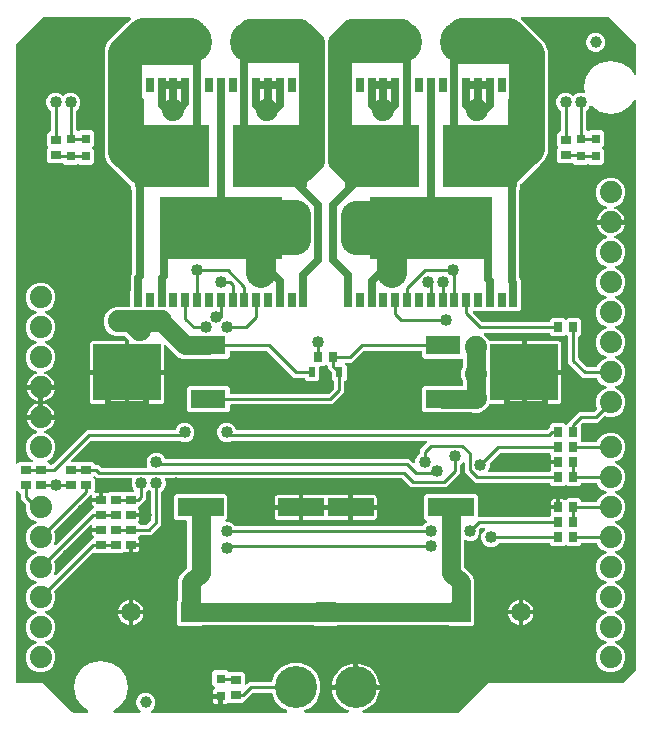
<source format=gbr>
G04 EAGLE Gerber RS-274X export*
G75*
%MOMM*%
%FSLAX34Y34*%
%LPD*%
%INTop Copper*%
%IPPOS*%
%AMOC8*
5,1,8,0,0,1.08239X$1,22.5*%
G01*
%ADD10R,0.700000X0.900000*%
%ADD11R,0.900000X0.700000*%
%ADD12R,3.900000X1.600000*%
%ADD13C,1.651000*%
%ADD14R,1.651000X1.651000*%
%ADD15R,0.630000X0.830000*%
%ADD16R,3.000000X1.600000*%
%ADD17R,5.715000X4.826000*%
%ADD18C,3.556000*%
%ADD19R,0.800000X0.800000*%
%ADD20C,1.879600*%
%ADD21R,0.670000X1.300000*%
%ADD22R,10.300000X5.250000*%
%ADD23R,6.230000X5.250000*%
%ADD24C,1.000000*%
%ADD25C,0.645200*%
%ADD26C,0.609600*%
%ADD27C,3.810000*%
%ADD28C,2.540000*%
%ADD29C,0.762000*%
%ADD30C,1.143000*%
%ADD31C,1.397000*%
%ADD32C,2.032000*%
%ADD33C,0.254000*%
%ADD34C,1.016000*%
%ADD35C,1.778000*%
%ADD36C,0.670600*%
%ADD37C,1.168400*%
%ADD38C,0.508000*%
%ADD39C,0.381000*%
%ADD40C,1.600200*%
%ADD41C,1.879600*%

G36*
X64813Y4083D02*
X64813Y4083D01*
X64940Y4097D01*
X64953Y4103D01*
X64967Y4105D01*
X65084Y4157D01*
X65203Y4206D01*
X65214Y4215D01*
X65226Y4221D01*
X65324Y4304D01*
X65425Y4384D01*
X65433Y4396D01*
X65443Y4404D01*
X65515Y4511D01*
X65589Y4616D01*
X65593Y4629D01*
X65601Y4641D01*
X65640Y4764D01*
X65682Y4885D01*
X65682Y4899D01*
X65687Y4912D01*
X65690Y5041D01*
X65697Y5169D01*
X65694Y5182D01*
X65694Y5196D01*
X65662Y5320D01*
X65632Y5446D01*
X65626Y5458D01*
X65622Y5471D01*
X65557Y5581D01*
X65494Y5694D01*
X65485Y5703D01*
X65477Y5716D01*
X65270Y5910D01*
X65258Y5916D01*
X65249Y5924D01*
X60139Y9339D01*
X55215Y16708D01*
X53486Y25400D01*
X55215Y34092D01*
X60139Y41461D01*
X67508Y46385D01*
X76200Y48114D01*
X84892Y46385D01*
X92261Y41461D01*
X97185Y34092D01*
X98914Y25400D01*
X97185Y16708D01*
X92261Y9339D01*
X87151Y5924D01*
X87055Y5839D01*
X86957Y5755D01*
X86949Y5744D01*
X86939Y5735D01*
X86871Y5626D01*
X86799Y5519D01*
X86795Y5506D01*
X86788Y5494D01*
X86752Y5371D01*
X86713Y5248D01*
X86713Y5234D01*
X86709Y5221D01*
X86709Y5092D01*
X86706Y4964D01*
X86710Y4950D01*
X86710Y4936D01*
X86745Y4813D01*
X86778Y4689D01*
X86785Y4677D01*
X86789Y4663D01*
X86857Y4555D01*
X86923Y4444D01*
X86933Y4435D01*
X86941Y4423D01*
X87036Y4338D01*
X87130Y4250D01*
X87143Y4243D01*
X87153Y4234D01*
X87269Y4179D01*
X87384Y4120D01*
X87396Y4118D01*
X87410Y4112D01*
X87690Y4065D01*
X87704Y4067D01*
X87715Y4065D01*
X109102Y4065D01*
X109131Y4069D01*
X109160Y4066D01*
X109271Y4089D01*
X109383Y4105D01*
X109410Y4117D01*
X109439Y4122D01*
X109539Y4175D01*
X109643Y4221D01*
X109665Y4240D01*
X109691Y4253D01*
X109773Y4331D01*
X109860Y4404D01*
X109876Y4429D01*
X109897Y4449D01*
X109954Y4547D01*
X110017Y4641D01*
X110026Y4669D01*
X110041Y4694D01*
X110069Y4804D01*
X110103Y4912D01*
X110104Y4942D01*
X110111Y4970D01*
X110107Y5083D01*
X110110Y5196D01*
X110103Y5225D01*
X110102Y5254D01*
X110067Y5362D01*
X110038Y5471D01*
X110023Y5497D01*
X110014Y5525D01*
X109969Y5588D01*
X109893Y5716D01*
X109848Y5759D01*
X109820Y5798D01*
X107477Y8141D01*
X106251Y11099D01*
X106251Y14301D01*
X107477Y17259D01*
X109741Y19523D01*
X112699Y20749D01*
X115901Y20749D01*
X118859Y19523D01*
X121123Y17259D01*
X122349Y14301D01*
X122349Y11099D01*
X121123Y8141D01*
X118780Y5798D01*
X118763Y5774D01*
X118740Y5755D01*
X118678Y5661D01*
X118610Y5571D01*
X118599Y5543D01*
X118583Y5519D01*
X118549Y5411D01*
X118508Y5305D01*
X118506Y5276D01*
X118497Y5248D01*
X118494Y5134D01*
X118485Y5022D01*
X118491Y4993D01*
X118490Y4964D01*
X118518Y4854D01*
X118541Y4743D01*
X118554Y4717D01*
X118562Y4689D01*
X118619Y4591D01*
X118672Y4491D01*
X118692Y4469D01*
X118707Y4444D01*
X118789Y4367D01*
X118867Y4285D01*
X118893Y4270D01*
X118914Y4250D01*
X119015Y4198D01*
X119113Y4141D01*
X119141Y4134D01*
X119167Y4120D01*
X119245Y4107D01*
X119388Y4071D01*
X119451Y4073D01*
X119498Y4065D01*
X233276Y4065D01*
X233361Y4077D01*
X233447Y4079D01*
X233501Y4097D01*
X233557Y4105D01*
X233636Y4140D01*
X233718Y4166D01*
X233765Y4198D01*
X233817Y4221D01*
X233882Y4276D01*
X233954Y4324D01*
X233990Y4368D01*
X234034Y4404D01*
X234081Y4476D01*
X234137Y4542D01*
X234160Y4594D01*
X234191Y4641D01*
X234217Y4723D01*
X234252Y4802D01*
X234260Y4858D01*
X234277Y4912D01*
X234279Y4998D01*
X234291Y5083D01*
X234283Y5139D01*
X234284Y5196D01*
X234263Y5279D01*
X234250Y5364D01*
X234227Y5416D01*
X234213Y5471D01*
X234169Y5545D01*
X234133Y5624D01*
X234096Y5667D01*
X234067Y5716D01*
X234005Y5775D01*
X233949Y5840D01*
X233907Y5866D01*
X233860Y5910D01*
X233731Y5976D01*
X233664Y6018D01*
X229501Y7742D01*
X223642Y13601D01*
X220804Y20455D01*
X220803Y20456D01*
X220802Y20457D01*
X220732Y20576D01*
X220659Y20699D01*
X220658Y20700D01*
X220657Y20702D01*
X220553Y20799D01*
X220452Y20895D01*
X220451Y20895D01*
X220450Y20896D01*
X220324Y20961D01*
X220200Y21025D01*
X220198Y21025D01*
X220197Y21026D01*
X220182Y21028D01*
X219921Y21080D01*
X219890Y21077D01*
X219866Y21081D01*
X205409Y21081D01*
X205323Y21069D01*
X205235Y21066D01*
X205183Y21049D01*
X205128Y21041D01*
X205048Y21006D01*
X204965Y20979D01*
X204926Y20951D01*
X204869Y20925D01*
X204755Y20829D01*
X204692Y20784D01*
X198346Y14439D01*
X198334Y14422D01*
X196263Y12351D01*
X184517Y12351D01*
X184516Y12352D01*
X184458Y12357D01*
X184401Y12371D01*
X184316Y12368D01*
X184232Y12375D01*
X184175Y12364D01*
X184117Y12362D01*
X184036Y12336D01*
X183954Y12320D01*
X183902Y12293D01*
X183846Y12275D01*
X183790Y12235D01*
X183701Y12189D01*
X183629Y12120D01*
X183573Y12080D01*
X183360Y11867D01*
X182781Y11532D01*
X182134Y11359D01*
X179799Y11359D01*
X179799Y16916D01*
X179791Y16974D01*
X179793Y17032D01*
X179771Y17114D01*
X179759Y17197D01*
X179736Y17251D01*
X179721Y17307D01*
X179678Y17380D01*
X179643Y17457D01*
X179605Y17501D01*
X179576Y17552D01*
X179514Y17609D01*
X179460Y17674D01*
X179411Y17706D01*
X179368Y17746D01*
X179293Y17785D01*
X179223Y17831D01*
X179167Y17849D01*
X179115Y17876D01*
X179047Y17887D01*
X178952Y17917D01*
X178852Y17920D01*
X178784Y17931D01*
X177831Y17931D01*
X177831Y18884D01*
X177823Y18942D01*
X177824Y19000D01*
X177803Y19082D01*
X177791Y19166D01*
X177767Y19219D01*
X177753Y19275D01*
X177709Y19348D01*
X177675Y19425D01*
X177637Y19470D01*
X177607Y19520D01*
X177546Y19578D01*
X177491Y19642D01*
X177443Y19674D01*
X177400Y19714D01*
X177325Y19753D01*
X177255Y19800D01*
X177199Y19817D01*
X177147Y19844D01*
X177079Y19855D01*
X176984Y19885D01*
X176884Y19888D01*
X176816Y19899D01*
X171259Y19899D01*
X171259Y22234D01*
X171432Y22881D01*
X171767Y23460D01*
X172240Y23933D01*
X172499Y24082D01*
X172537Y24112D01*
X172580Y24135D01*
X172649Y24200D01*
X172723Y24258D01*
X172751Y24297D01*
X172786Y24331D01*
X172834Y24412D01*
X172889Y24488D01*
X172906Y24534D01*
X172930Y24576D01*
X172953Y24667D01*
X172985Y24756D01*
X172988Y24804D01*
X173000Y24852D01*
X172997Y24945D01*
X173003Y25039D01*
X172993Y25087D01*
X172991Y25136D01*
X172962Y25225D01*
X172942Y25317D01*
X172919Y25360D01*
X172904Y25406D01*
X172861Y25467D01*
X172806Y25567D01*
X172745Y25628D01*
X172709Y25680D01*
X170751Y27637D01*
X170751Y38163D01*
X172537Y39949D01*
X183063Y39949D01*
X184265Y38746D01*
X184335Y38694D01*
X184399Y38634D01*
X184448Y38608D01*
X184493Y38575D01*
X184574Y38544D01*
X184652Y38504D01*
X184700Y38496D01*
X184758Y38474D01*
X184906Y38462D01*
X184983Y38449D01*
X196263Y38449D01*
X198049Y36663D01*
X198049Y28807D01*
X198053Y28778D01*
X198050Y28749D01*
X198073Y28638D01*
X198089Y28526D01*
X198101Y28499D01*
X198106Y28470D01*
X198159Y28370D01*
X198205Y28266D01*
X198224Y28244D01*
X198237Y28218D01*
X198315Y28136D01*
X198388Y28049D01*
X198413Y28033D01*
X198433Y28012D01*
X198531Y27955D01*
X198625Y27892D01*
X198653Y27883D01*
X198678Y27868D01*
X198788Y27840D01*
X198896Y27806D01*
X198926Y27805D01*
X198954Y27798D01*
X199067Y27802D01*
X199180Y27799D01*
X199209Y27806D01*
X199238Y27807D01*
X199346Y27842D01*
X199455Y27871D01*
X199481Y27886D01*
X199509Y27895D01*
X199572Y27940D01*
X199700Y28016D01*
X199743Y28061D01*
X199782Y28089D01*
X201411Y29719D01*
X219866Y29719D01*
X219867Y29719D01*
X219869Y29719D01*
X220009Y29739D01*
X220147Y29759D01*
X220149Y29759D01*
X220150Y29759D01*
X220276Y29816D01*
X220407Y29875D01*
X220408Y29876D01*
X220409Y29877D01*
X220516Y29968D01*
X220624Y30058D01*
X220624Y30060D01*
X220626Y30061D01*
X220634Y30074D01*
X220781Y30295D01*
X220790Y30324D01*
X220804Y30345D01*
X223642Y37199D01*
X229501Y43058D01*
X237157Y46229D01*
X245443Y46229D01*
X253099Y43058D01*
X258958Y37199D01*
X262129Y29543D01*
X262129Y21257D01*
X258958Y13601D01*
X253099Y7742D01*
X248936Y6018D01*
X248862Y5974D01*
X248783Y5939D01*
X248740Y5902D01*
X248691Y5873D01*
X248632Y5811D01*
X248566Y5755D01*
X248535Y5708D01*
X248496Y5667D01*
X248456Y5590D01*
X248409Y5519D01*
X248392Y5465D01*
X248365Y5414D01*
X248349Y5330D01*
X248323Y5248D01*
X248321Y5191D01*
X248310Y5135D01*
X248318Y5050D01*
X248316Y4964D01*
X248330Y4909D01*
X248335Y4852D01*
X248366Y4772D01*
X248387Y4689D01*
X248416Y4640D01*
X248437Y4587D01*
X248489Y4518D01*
X248533Y4444D01*
X248574Y4405D01*
X248609Y4360D01*
X248677Y4308D01*
X248740Y4250D01*
X248791Y4224D01*
X248836Y4190D01*
X248917Y4159D01*
X248993Y4120D01*
X249042Y4112D01*
X249102Y4089D01*
X249247Y4078D01*
X249324Y4065D01*
X285499Y4065D01*
X285509Y4066D01*
X285519Y4065D01*
X285650Y4086D01*
X285781Y4105D01*
X285790Y4109D01*
X285800Y4110D01*
X285919Y4166D01*
X286040Y4221D01*
X286048Y4227D01*
X286057Y4231D01*
X286156Y4319D01*
X286257Y4404D01*
X286263Y4413D01*
X286270Y4419D01*
X286341Y4531D01*
X286415Y4641D01*
X286418Y4651D01*
X286423Y4659D01*
X286461Y4785D01*
X286501Y4912D01*
X286501Y4922D01*
X286504Y4931D01*
X286505Y5063D01*
X286508Y5196D01*
X286506Y5206D01*
X286506Y5216D01*
X286470Y5343D01*
X286436Y5471D01*
X286431Y5480D01*
X286429Y5489D01*
X286358Y5602D01*
X286291Y5716D01*
X286284Y5722D01*
X286279Y5731D01*
X286180Y5820D01*
X286084Y5910D01*
X286075Y5915D01*
X286068Y5921D01*
X286016Y5945D01*
X285831Y6040D01*
X285795Y6046D01*
X285762Y6061D01*
X285554Y6116D01*
X283093Y7136D01*
X280786Y8468D01*
X278673Y10089D01*
X276789Y11973D01*
X275168Y14086D01*
X273836Y16393D01*
X272816Y18854D01*
X272127Y21427D01*
X271871Y23369D01*
X291084Y23369D01*
X291142Y23377D01*
X291200Y23375D01*
X291282Y23397D01*
X291365Y23409D01*
X291419Y23433D01*
X291475Y23447D01*
X291548Y23490D01*
X291625Y23525D01*
X291669Y23563D01*
X291720Y23593D01*
X291777Y23654D01*
X291842Y23709D01*
X291874Y23757D01*
X291914Y23800D01*
X291953Y23875D01*
X291999Y23945D01*
X292017Y24001D01*
X292044Y24053D01*
X292055Y24121D01*
X292085Y24216D01*
X292088Y24316D01*
X292099Y24384D01*
X292099Y25401D01*
X292101Y25401D01*
X292101Y24384D01*
X292109Y24326D01*
X292108Y24268D01*
X292129Y24186D01*
X292141Y24103D01*
X292165Y24049D01*
X292179Y23993D01*
X292222Y23920D01*
X292257Y23843D01*
X292295Y23798D01*
X292325Y23748D01*
X292386Y23690D01*
X292441Y23626D01*
X292489Y23594D01*
X292532Y23554D01*
X292607Y23515D01*
X292677Y23469D01*
X292733Y23451D01*
X292785Y23424D01*
X292853Y23413D01*
X292948Y23383D01*
X293048Y23380D01*
X293116Y23369D01*
X312329Y23369D01*
X312073Y21427D01*
X311384Y18854D01*
X310364Y16393D01*
X309032Y14086D01*
X307411Y11973D01*
X305527Y10089D01*
X303414Y8468D01*
X301107Y7136D01*
X298646Y6116D01*
X298438Y6061D01*
X298429Y6057D01*
X298419Y6055D01*
X298298Y6001D01*
X298176Y5949D01*
X298169Y5943D01*
X298160Y5939D01*
X298059Y5854D01*
X297956Y5770D01*
X297950Y5762D01*
X297943Y5755D01*
X297869Y5645D01*
X297794Y5536D01*
X297790Y5527D01*
X297785Y5519D01*
X297745Y5393D01*
X297703Y5267D01*
X297702Y5257D01*
X297699Y5248D01*
X297696Y5116D01*
X297690Y4983D01*
X297692Y4973D01*
X297692Y4964D01*
X297725Y4836D01*
X297756Y4707D01*
X297761Y4698D01*
X297764Y4689D01*
X297831Y4575D01*
X297897Y4460D01*
X297904Y4453D01*
X297909Y4444D01*
X298006Y4353D01*
X298100Y4261D01*
X298109Y4256D01*
X298116Y4250D01*
X298234Y4189D01*
X298351Y4127D01*
X298361Y4125D01*
X298369Y4120D01*
X298426Y4111D01*
X298629Y4067D01*
X298665Y4071D01*
X298701Y4065D01*
X378896Y4065D01*
X378982Y4077D01*
X379070Y4080D01*
X379122Y4097D01*
X379177Y4105D01*
X379257Y4140D01*
X379340Y4167D01*
X379380Y4195D01*
X379437Y4221D01*
X379550Y4317D01*
X379614Y4362D01*
X404716Y29465D01*
X518596Y29465D01*
X518682Y29477D01*
X518770Y29480D01*
X518822Y29497D01*
X518877Y29505D01*
X518957Y29540D01*
X519040Y29567D01*
X519080Y29595D01*
X519137Y29621D01*
X519250Y29717D01*
X519314Y29762D01*
X529038Y39486D01*
X529090Y39556D01*
X529150Y39620D01*
X529176Y39669D01*
X529209Y39714D01*
X529240Y39795D01*
X529280Y39873D01*
X529288Y39921D01*
X529310Y39979D01*
X529322Y40127D01*
X529335Y40204D01*
X529335Y521885D01*
X529328Y521937D01*
X529329Y521959D01*
X529321Y521989D01*
X529317Y522013D01*
X529303Y522140D01*
X529297Y522153D01*
X529295Y522167D01*
X529243Y522284D01*
X529194Y522403D01*
X529185Y522414D01*
X529179Y522426D01*
X529096Y522524D01*
X529016Y522625D01*
X529004Y522633D01*
X528996Y522643D01*
X528889Y522715D01*
X528784Y522789D01*
X528771Y522793D01*
X528759Y522801D01*
X528636Y522840D01*
X528515Y522882D01*
X528501Y522882D01*
X528488Y522887D01*
X528359Y522890D01*
X528231Y522897D01*
X528218Y522894D01*
X528204Y522894D01*
X528080Y522862D01*
X527954Y522832D01*
X527942Y522826D01*
X527929Y522822D01*
X527819Y522757D01*
X527706Y522694D01*
X527697Y522685D01*
X527684Y522677D01*
X527541Y522524D01*
X527533Y522518D01*
X527529Y522512D01*
X527490Y522470D01*
X527484Y522458D01*
X527476Y522449D01*
X524061Y517339D01*
X516692Y512415D01*
X508000Y510686D01*
X499308Y512415D01*
X491939Y517339D01*
X491801Y517545D01*
X491753Y517599D01*
X491713Y517659D01*
X491659Y517704D01*
X491612Y517757D01*
X491551Y517795D01*
X491495Y517842D01*
X491431Y517871D01*
X491371Y517908D01*
X491301Y517928D01*
X491235Y517957D01*
X491165Y517967D01*
X491098Y517987D01*
X491025Y517986D01*
X490954Y517996D01*
X490884Y517986D01*
X490813Y517986D01*
X490744Y517966D01*
X490672Y517956D01*
X490608Y517927D01*
X490540Y517907D01*
X490479Y517868D01*
X490413Y517839D01*
X490360Y517793D01*
X490300Y517755D01*
X490252Y517701D01*
X490197Y517654D01*
X490165Y517603D01*
X490111Y517543D01*
X490059Y517434D01*
X490019Y517370D01*
X489491Y516095D01*
X487216Y513820D01*
X487164Y513751D01*
X487104Y513687D01*
X487078Y513637D01*
X487045Y513593D01*
X487014Y513511D01*
X486974Y513433D01*
X486966Y513386D01*
X486944Y513327D01*
X486932Y513180D01*
X486919Y513102D01*
X486919Y498164D01*
X486927Y498106D01*
X486925Y498048D01*
X486947Y497966D01*
X486959Y497882D01*
X486982Y497829D01*
X486997Y497773D01*
X487040Y497700D01*
X487075Y497623D01*
X487113Y497578D01*
X487142Y497528D01*
X487204Y497470D01*
X487258Y497406D01*
X487307Y497374D01*
X487350Y497334D01*
X487425Y497295D01*
X487495Y497248D01*
X487551Y497231D01*
X487603Y497204D01*
X487671Y497193D01*
X487766Y497163D01*
X487851Y497161D01*
X488232Y496779D01*
X488279Y496744D01*
X488319Y496702D01*
X488392Y496659D01*
X488459Y496609D01*
X488514Y496588D01*
X488564Y496558D01*
X488646Y496537D01*
X488725Y496507D01*
X488783Y496502D01*
X488840Y496488D01*
X488924Y496491D01*
X489008Y496484D01*
X489066Y496495D01*
X489124Y496497D01*
X489204Y496523D01*
X489287Y496540D01*
X489339Y496567D01*
X489395Y496585D01*
X489451Y496625D01*
X489539Y496671D01*
X489612Y496739D01*
X489668Y496779D01*
X490037Y497149D01*
X500563Y497149D01*
X502349Y495363D01*
X502349Y484837D01*
X500829Y483318D01*
X500794Y483271D01*
X500752Y483231D01*
X500709Y483158D01*
X500659Y483091D01*
X500638Y483036D01*
X500608Y482986D01*
X500587Y482904D01*
X500557Y482825D01*
X500552Y482767D01*
X500538Y482710D01*
X500541Y482626D01*
X500534Y482542D01*
X500545Y482484D01*
X500547Y482426D01*
X500573Y482346D01*
X500590Y482263D01*
X500617Y482211D01*
X500635Y482155D01*
X500675Y482099D01*
X500721Y482011D01*
X500789Y481938D01*
X500829Y481882D01*
X502349Y480363D01*
X502349Y469837D01*
X500563Y468051D01*
X490037Y468051D01*
X489668Y468421D01*
X489621Y468456D01*
X489581Y468498D01*
X489508Y468541D01*
X489441Y468591D01*
X489386Y468612D01*
X489336Y468642D01*
X489254Y468663D01*
X489175Y468693D01*
X489117Y468698D01*
X489060Y468712D01*
X488976Y468709D01*
X488892Y468716D01*
X488834Y468705D01*
X488776Y468703D01*
X488696Y468677D01*
X488613Y468660D01*
X488561Y468633D01*
X488505Y468615D01*
X488449Y468575D01*
X488361Y468529D01*
X488288Y468461D01*
X488232Y468421D01*
X487863Y468051D01*
X477337Y468051D01*
X476135Y469254D01*
X476065Y469306D01*
X476001Y469366D01*
X475951Y469392D01*
X475907Y469425D01*
X475826Y469456D01*
X475748Y469496D01*
X475700Y469504D01*
X475642Y469526D01*
X475494Y469538D01*
X475417Y469551D01*
X464137Y469551D01*
X462351Y471337D01*
X462351Y480863D01*
X463371Y481882D01*
X463406Y481929D01*
X463448Y481969D01*
X463491Y482042D01*
X463541Y482109D01*
X463562Y482164D01*
X463592Y482214D01*
X463613Y482296D01*
X463643Y482375D01*
X463648Y482433D01*
X463662Y482490D01*
X463659Y482574D01*
X463666Y482658D01*
X463655Y482716D01*
X463653Y482774D01*
X463627Y482854D01*
X463610Y482937D01*
X463583Y482989D01*
X463565Y483045D01*
X463525Y483101D01*
X463479Y483189D01*
X463411Y483262D01*
X463371Y483318D01*
X462351Y484337D01*
X462351Y493863D01*
X464137Y495649D01*
X464566Y495649D01*
X464624Y495657D01*
X464682Y495655D01*
X464764Y495677D01*
X464848Y495689D01*
X464901Y495712D01*
X464957Y495727D01*
X465030Y495770D01*
X465107Y495805D01*
X465152Y495843D01*
X465202Y495872D01*
X465260Y495934D01*
X465324Y495988D01*
X465356Y496037D01*
X465396Y496080D01*
X465435Y496155D01*
X465482Y496225D01*
X465499Y496281D01*
X465526Y496333D01*
X465537Y496401D01*
X465567Y496496D01*
X465570Y496596D01*
X465581Y496664D01*
X465581Y513102D01*
X465569Y513189D01*
X465566Y513276D01*
X465549Y513329D01*
X465541Y513384D01*
X465506Y513464D01*
X465479Y513547D01*
X465451Y513586D01*
X465425Y513643D01*
X465329Y513757D01*
X465284Y513820D01*
X463009Y516095D01*
X461771Y519083D01*
X461771Y522317D01*
X463009Y525305D01*
X465295Y527591D01*
X468283Y528829D01*
X471517Y528829D01*
X474505Y527591D01*
X475532Y526564D01*
X475579Y526529D01*
X475619Y526486D01*
X475692Y526443D01*
X475759Y526393D01*
X475814Y526372D01*
X475864Y526342D01*
X475946Y526322D01*
X476025Y526292D01*
X476083Y526287D01*
X476140Y526272D01*
X476224Y526275D01*
X476308Y526268D01*
X476366Y526279D01*
X476424Y526281D01*
X476504Y526307D01*
X476587Y526324D01*
X476639Y526351D01*
X476695Y526369D01*
X476751Y526409D01*
X476839Y526455D01*
X476912Y526524D01*
X476968Y526564D01*
X477995Y527591D01*
X480983Y528829D01*
X484217Y528829D01*
X484618Y528662D01*
X484688Y528644D01*
X484755Y528617D01*
X484825Y528609D01*
X484894Y528592D01*
X484966Y528594D01*
X485038Y528586D01*
X485107Y528598D01*
X485178Y528600D01*
X485247Y528622D01*
X485318Y528634D01*
X485381Y528665D01*
X485448Y528686D01*
X485509Y528727D01*
X485573Y528758D01*
X485626Y528805D01*
X485685Y528845D01*
X485731Y528900D01*
X485785Y528948D01*
X485822Y529008D01*
X485868Y529062D01*
X485897Y529128D01*
X485935Y529189D01*
X485954Y529257D01*
X485983Y529322D01*
X485993Y529394D01*
X486013Y529463D01*
X486011Y529523D01*
X486022Y529604D01*
X486005Y529723D01*
X486003Y529798D01*
X485286Y533400D01*
X487015Y542092D01*
X491939Y549461D01*
X499308Y554385D01*
X508000Y556114D01*
X516692Y554385D01*
X524061Y549461D01*
X527476Y544351D01*
X527561Y544255D01*
X527645Y544157D01*
X527656Y544149D01*
X527665Y544139D01*
X527774Y544071D01*
X527881Y543999D01*
X527894Y543995D01*
X527906Y543988D01*
X528029Y543952D01*
X528152Y543913D01*
X528166Y543913D01*
X528179Y543909D01*
X528308Y543909D01*
X528436Y543906D01*
X528450Y543910D01*
X528464Y543910D01*
X528587Y543945D01*
X528711Y543978D01*
X528723Y543985D01*
X528737Y543989D01*
X528845Y544057D01*
X528956Y544123D01*
X528965Y544133D01*
X528977Y544141D01*
X529062Y544236D01*
X529150Y544330D01*
X529157Y544343D01*
X529166Y544353D01*
X529221Y544469D01*
X529280Y544584D01*
X529282Y544596D01*
X529288Y544610D01*
X529335Y544890D01*
X529333Y544904D01*
X529335Y544915D01*
X529335Y569396D01*
X529323Y569482D01*
X529320Y569570D01*
X529303Y569622D01*
X529295Y569677D01*
X529260Y569757D01*
X529233Y569840D01*
X529205Y569880D01*
X529179Y569937D01*
X529083Y570050D01*
X529038Y570114D01*
X506614Y592538D01*
X506544Y592590D01*
X506480Y592650D01*
X506431Y592676D01*
X506386Y592709D01*
X506305Y592740D01*
X506227Y592780D01*
X506179Y592788D01*
X506121Y592810D01*
X505973Y592822D01*
X505896Y592835D01*
X432648Y592835D01*
X432619Y592831D01*
X432590Y592834D01*
X432479Y592811D01*
X432366Y592795D01*
X432340Y592783D01*
X432311Y592778D01*
X432210Y592725D01*
X432107Y592679D01*
X432085Y592660D01*
X432058Y592647D01*
X431976Y592569D01*
X431890Y592496D01*
X431874Y592471D01*
X431852Y592451D01*
X431795Y592353D01*
X431732Y592259D01*
X431723Y592231D01*
X431709Y592206D01*
X431681Y592096D01*
X431647Y591988D01*
X431646Y591958D01*
X431639Y591930D01*
X431642Y591817D01*
X431639Y591704D01*
X431647Y591675D01*
X431648Y591646D01*
X431682Y591538D01*
X431711Y591429D01*
X431726Y591403D01*
X431735Y591375D01*
X431781Y591312D01*
X431856Y591184D01*
X431902Y591141D01*
X431930Y591102D01*
X435134Y587898D01*
X452771Y570261D01*
X455169Y564473D01*
X455169Y478197D01*
X452771Y472409D01*
X448198Y467836D01*
X431746Y451384D01*
X431694Y451314D01*
X431634Y451250D01*
X431608Y451201D01*
X431575Y451157D01*
X431544Y451075D01*
X431504Y450997D01*
X431496Y450950D01*
X431474Y450891D01*
X431462Y450743D01*
X431449Y450666D01*
X431449Y447487D01*
X430752Y446791D01*
X430700Y446721D01*
X430640Y446657D01*
X430614Y446607D01*
X430581Y446563D01*
X430550Y446482D01*
X430510Y446404D01*
X430502Y446356D01*
X430480Y446298D01*
X430468Y446150D01*
X430455Y446073D01*
X430455Y372590D01*
X430463Y372533D01*
X430461Y372484D01*
X430468Y372457D01*
X430470Y372416D01*
X430487Y372363D01*
X430495Y372308D01*
X430525Y372240D01*
X430533Y372209D01*
X430540Y372197D01*
X430557Y372145D01*
X430585Y372106D01*
X430611Y372049D01*
X430670Y371978D01*
X430678Y371965D01*
X430695Y371949D01*
X430707Y371935D01*
X430752Y371872D01*
X430919Y371704D01*
X431875Y369398D01*
X431875Y361807D01*
X431887Y361721D01*
X431890Y361633D01*
X431907Y361581D01*
X431915Y361526D01*
X431950Y361446D01*
X431977Y361363D01*
X431999Y361333D01*
X431999Y345737D01*
X430213Y343951D01*
X392317Y343951D01*
X392288Y343947D01*
X392259Y343950D01*
X392148Y343927D01*
X392036Y343911D01*
X392009Y343899D01*
X391980Y343894D01*
X391880Y343842D01*
X391776Y343795D01*
X391754Y343776D01*
X391728Y343763D01*
X391646Y343685D01*
X391559Y343612D01*
X391543Y343587D01*
X391522Y343567D01*
X391465Y343469D01*
X391402Y343375D01*
X391393Y343347D01*
X391378Y343322D01*
X391350Y343212D01*
X391316Y343104D01*
X391315Y343074D01*
X391308Y343046D01*
X391312Y342933D01*
X391309Y342820D01*
X391316Y342791D01*
X391317Y342762D01*
X391352Y342654D01*
X391381Y342545D01*
X391396Y342519D01*
X391405Y342491D01*
X391450Y342428D01*
X391526Y342300D01*
X391571Y342257D01*
X391599Y342218D01*
X399002Y334816D01*
X399071Y334764D01*
X399135Y334704D01*
X399185Y334678D01*
X399229Y334645D01*
X399310Y334614D01*
X399388Y334574D01*
X399436Y334566D01*
X399494Y334544D01*
X399642Y334532D01*
X399719Y334519D01*
X455836Y334519D01*
X455894Y334527D01*
X455952Y334525D01*
X456034Y334547D01*
X456118Y334559D01*
X456171Y334582D01*
X456227Y334597D01*
X456300Y334640D01*
X456377Y334675D01*
X456422Y334713D01*
X456472Y334742D01*
X456530Y334804D01*
X456594Y334858D01*
X456626Y334907D01*
X456666Y334950D01*
X456705Y335025D01*
X456752Y335095D01*
X456769Y335151D01*
X456796Y335203D01*
X456807Y335271D01*
X456837Y335366D01*
X456840Y335466D01*
X456851Y335534D01*
X456851Y335963D01*
X458637Y337749D01*
X468163Y337749D01*
X469182Y336729D01*
X469229Y336694D01*
X469269Y336652D01*
X469342Y336609D01*
X469409Y336559D01*
X469464Y336538D01*
X469514Y336508D01*
X469596Y336487D01*
X469675Y336457D01*
X469733Y336452D01*
X469790Y336438D01*
X469874Y336441D01*
X469958Y336434D01*
X470016Y336445D01*
X470074Y336447D01*
X470154Y336473D01*
X470237Y336490D01*
X470289Y336517D01*
X470345Y336535D01*
X470401Y336575D01*
X470489Y336621D01*
X470562Y336689D01*
X470618Y336729D01*
X471637Y337749D01*
X481163Y337749D01*
X482949Y335963D01*
X482949Y324437D01*
X481016Y322505D01*
X480964Y322435D01*
X480904Y322371D01*
X480878Y322322D01*
X480845Y322277D01*
X480814Y322196D01*
X480774Y322118D01*
X480766Y322070D01*
X480744Y322012D01*
X480732Y321864D01*
X480719Y321787D01*
X480719Y304319D01*
X480731Y304233D01*
X480734Y304145D01*
X480751Y304093D01*
X480759Y304038D01*
X480794Y303958D01*
X480821Y303875D01*
X480849Y303836D01*
X480875Y303779D01*
X480971Y303665D01*
X481016Y303602D01*
X487902Y296716D01*
X487971Y296664D01*
X488035Y296604D01*
X488085Y296578D01*
X488129Y296545D01*
X488210Y296514D01*
X488288Y296474D01*
X488336Y296466D01*
X488394Y296444D01*
X488542Y296432D01*
X488619Y296419D01*
X495638Y296419D01*
X495640Y296419D01*
X495641Y296419D01*
X495781Y296439D01*
X495920Y296459D01*
X495921Y296459D01*
X495923Y296459D01*
X496049Y296516D01*
X496179Y296575D01*
X496180Y296576D01*
X496182Y296577D01*
X496289Y296668D01*
X496396Y296758D01*
X496397Y296760D01*
X496398Y296761D01*
X496406Y296774D01*
X496554Y296995D01*
X496562Y297022D01*
X496570Y297033D01*
X496571Y297036D01*
X496576Y297045D01*
X497448Y299151D01*
X500949Y302652D01*
X503871Y303862D01*
X503896Y303877D01*
X503924Y303886D01*
X504019Y303949D01*
X504116Y304007D01*
X504136Y304028D01*
X504161Y304044D01*
X504233Y304131D01*
X504311Y304213D01*
X504325Y304239D01*
X504343Y304262D01*
X504389Y304365D01*
X504441Y304466D01*
X504447Y304495D01*
X504459Y304522D01*
X504475Y304634D01*
X504496Y304745D01*
X504494Y304774D01*
X504498Y304803D01*
X504482Y304915D01*
X504472Y305028D01*
X504461Y305055D01*
X504457Y305084D01*
X504411Y305188D01*
X504370Y305293D01*
X504352Y305317D01*
X504340Y305344D01*
X504267Y305430D01*
X504198Y305520D01*
X504175Y305538D01*
X504156Y305560D01*
X504089Y305602D01*
X503971Y305690D01*
X503912Y305712D01*
X503871Y305738D01*
X500949Y306948D01*
X497448Y310449D01*
X495553Y315024D01*
X495553Y319976D01*
X497448Y324551D01*
X500949Y328052D01*
X503871Y329262D01*
X503896Y329277D01*
X503924Y329286D01*
X504019Y329349D01*
X504116Y329407D01*
X504136Y329428D01*
X504161Y329444D01*
X504233Y329531D01*
X504311Y329613D01*
X504325Y329639D01*
X504343Y329662D01*
X504389Y329765D01*
X504441Y329866D01*
X504447Y329895D01*
X504459Y329922D01*
X504475Y330034D01*
X504496Y330145D01*
X504494Y330174D01*
X504498Y330203D01*
X504482Y330315D01*
X504472Y330428D01*
X504461Y330455D01*
X504457Y330484D01*
X504411Y330588D01*
X504370Y330693D01*
X504352Y330717D01*
X504340Y330744D01*
X504267Y330830D01*
X504198Y330920D01*
X504175Y330938D01*
X504156Y330960D01*
X504089Y331002D01*
X503971Y331090D01*
X503912Y331112D01*
X503871Y331138D01*
X500949Y332348D01*
X497448Y335849D01*
X495553Y340424D01*
X495553Y345376D01*
X497448Y349951D01*
X500949Y353452D01*
X503871Y354662D01*
X503896Y354677D01*
X503924Y354686D01*
X504019Y354749D01*
X504116Y354807D01*
X504136Y354828D01*
X504161Y354844D01*
X504233Y354931D01*
X504311Y355013D01*
X504325Y355039D01*
X504343Y355062D01*
X504389Y355165D01*
X504441Y355266D01*
X504447Y355295D01*
X504459Y355322D01*
X504475Y355434D01*
X504496Y355545D01*
X504494Y355574D01*
X504498Y355603D01*
X504482Y355715D01*
X504472Y355828D01*
X504461Y355855D01*
X504457Y355884D01*
X504411Y355988D01*
X504370Y356093D01*
X504352Y356117D01*
X504340Y356144D01*
X504267Y356230D01*
X504198Y356320D01*
X504175Y356338D01*
X504156Y356360D01*
X504089Y356402D01*
X503971Y356490D01*
X503912Y356512D01*
X503871Y356538D01*
X500949Y357748D01*
X497448Y361249D01*
X495553Y365824D01*
X495553Y370776D01*
X497448Y375351D01*
X500949Y378852D01*
X503871Y380062D01*
X503896Y380077D01*
X503924Y380086D01*
X504019Y380149D01*
X504116Y380207D01*
X504136Y380228D01*
X504161Y380244D01*
X504233Y380331D01*
X504311Y380413D01*
X504325Y380439D01*
X504343Y380462D01*
X504389Y380565D01*
X504441Y380666D01*
X504447Y380695D01*
X504459Y380722D01*
X504475Y380834D01*
X504496Y380945D01*
X504494Y380974D01*
X504498Y381003D01*
X504482Y381115D01*
X504472Y381228D01*
X504461Y381255D01*
X504457Y381284D01*
X504411Y381388D01*
X504370Y381493D01*
X504352Y381517D01*
X504340Y381544D01*
X504267Y381630D01*
X504198Y381720D01*
X504175Y381738D01*
X504156Y381760D01*
X504089Y381802D01*
X503971Y381890D01*
X503912Y381912D01*
X503871Y381938D01*
X500949Y383148D01*
X497448Y386649D01*
X495553Y391224D01*
X495553Y396176D01*
X497448Y400751D01*
X500949Y404252D01*
X504611Y405769D01*
X504671Y405804D01*
X504735Y405830D01*
X504793Y405876D01*
X504856Y405913D01*
X504904Y405963D01*
X504958Y406006D01*
X505001Y406066D01*
X505051Y406120D01*
X505083Y406181D01*
X505123Y406238D01*
X505148Y406307D01*
X505182Y406373D01*
X505195Y406440D01*
X505218Y406506D01*
X505222Y406579D01*
X505237Y406651D01*
X505231Y406720D01*
X505235Y406789D01*
X505219Y406861D01*
X505212Y406935D01*
X505187Y406999D01*
X505172Y407067D01*
X505137Y407131D01*
X505110Y407200D01*
X505068Y407255D01*
X505035Y407316D01*
X504983Y407368D01*
X504939Y407427D01*
X504883Y407468D01*
X504834Y407517D01*
X504779Y407546D01*
X504711Y407597D01*
X504603Y407638D01*
X504537Y407672D01*
X503417Y408036D01*
X501743Y408889D01*
X500222Y409994D01*
X498894Y411322D01*
X497789Y412843D01*
X496936Y414517D01*
X496355Y416304D01*
X496234Y417069D01*
X506984Y417069D01*
X507042Y417077D01*
X507100Y417075D01*
X507182Y417097D01*
X507265Y417109D01*
X507319Y417133D01*
X507375Y417147D01*
X507448Y417190D01*
X507525Y417225D01*
X507569Y417263D01*
X507620Y417293D01*
X507677Y417354D01*
X507742Y417409D01*
X507774Y417457D01*
X507814Y417500D01*
X507853Y417575D01*
X507899Y417645D01*
X507917Y417701D01*
X507944Y417753D01*
X507955Y417821D01*
X507985Y417916D01*
X507988Y418016D01*
X507999Y418084D01*
X507999Y420116D01*
X507991Y420174D01*
X507992Y420232D01*
X507971Y420314D01*
X507959Y420397D01*
X507935Y420451D01*
X507921Y420507D01*
X507878Y420580D01*
X507843Y420657D01*
X507805Y420702D01*
X507775Y420752D01*
X507714Y420810D01*
X507659Y420874D01*
X507611Y420906D01*
X507568Y420946D01*
X507493Y420985D01*
X507423Y421031D01*
X507367Y421049D01*
X507315Y421076D01*
X507247Y421087D01*
X507152Y421117D01*
X507052Y421120D01*
X506984Y421131D01*
X496234Y421131D01*
X496355Y421896D01*
X496936Y423683D01*
X497789Y425357D01*
X498894Y426878D01*
X500222Y428206D01*
X501743Y429311D01*
X503417Y430164D01*
X504537Y430528D01*
X504599Y430558D01*
X504665Y430579D01*
X504726Y430620D01*
X504727Y430621D01*
X504738Y430626D01*
X504739Y430627D01*
X504792Y430653D01*
X504843Y430699D01*
X504901Y430738D01*
X504948Y430794D01*
X505003Y430843D01*
X505039Y430902D01*
X505084Y430955D01*
X505114Y431022D01*
X505152Y431085D01*
X505171Y431152D01*
X505199Y431215D01*
X505209Y431288D01*
X505229Y431359D01*
X505229Y431428D01*
X505238Y431496D01*
X505228Y431569D01*
X505227Y431643D01*
X505207Y431710D01*
X505197Y431778D01*
X505167Y431845D01*
X505146Y431916D01*
X505109Y431974D01*
X505080Y432037D01*
X505033Y432093D01*
X504993Y432155D01*
X504941Y432201D01*
X504896Y432253D01*
X504843Y432286D01*
X504779Y432343D01*
X504675Y432392D01*
X504611Y432431D01*
X500949Y433948D01*
X497448Y437449D01*
X495553Y442024D01*
X495553Y446976D01*
X497448Y451551D01*
X500949Y455052D01*
X505524Y456947D01*
X510476Y456947D01*
X515051Y455052D01*
X518552Y451551D01*
X520447Y446976D01*
X520447Y442024D01*
X518552Y437449D01*
X515051Y433948D01*
X511389Y432431D01*
X511329Y432396D01*
X511265Y432370D01*
X511207Y432324D01*
X511144Y432287D01*
X511096Y432237D01*
X511042Y432194D01*
X510999Y432134D01*
X510949Y432080D01*
X510917Y432019D01*
X510877Y431962D01*
X510852Y431893D01*
X510818Y431827D01*
X510805Y431760D01*
X510782Y431694D01*
X510778Y431621D01*
X510763Y431548D01*
X510769Y431480D01*
X510765Y431411D01*
X510781Y431339D01*
X510788Y431265D01*
X510813Y431201D01*
X510828Y431133D01*
X510863Y431069D01*
X510890Y431000D01*
X510932Y430945D01*
X510965Y430884D01*
X511017Y430832D01*
X511061Y430773D01*
X511117Y430732D01*
X511166Y430683D01*
X511217Y430656D01*
X511219Y430655D01*
X511223Y430652D01*
X511289Y430603D01*
X511397Y430562D01*
X511463Y430528D01*
X512583Y430164D01*
X514257Y429311D01*
X515778Y428206D01*
X517106Y426878D01*
X518211Y425357D01*
X519064Y423683D01*
X519645Y421896D01*
X519766Y421131D01*
X509016Y421131D01*
X508958Y421123D01*
X508900Y421125D01*
X508818Y421103D01*
X508735Y421091D01*
X508681Y421067D01*
X508625Y421053D01*
X508552Y421010D01*
X508475Y420975D01*
X508431Y420937D01*
X508380Y420907D01*
X508323Y420846D01*
X508258Y420791D01*
X508226Y420743D01*
X508186Y420700D01*
X508147Y420625D01*
X508101Y420555D01*
X508083Y420499D01*
X508056Y420447D01*
X508045Y420379D01*
X508015Y420284D01*
X508012Y420184D01*
X508001Y420116D01*
X508001Y418084D01*
X508009Y418026D01*
X508008Y417968D01*
X508029Y417886D01*
X508041Y417803D01*
X508065Y417749D01*
X508079Y417693D01*
X508122Y417620D01*
X508157Y417543D01*
X508195Y417498D01*
X508225Y417448D01*
X508286Y417390D01*
X508341Y417326D01*
X508389Y417294D01*
X508432Y417254D01*
X508507Y417215D01*
X508577Y417169D01*
X508633Y417151D01*
X508685Y417124D01*
X508753Y417113D01*
X508848Y417083D01*
X508948Y417080D01*
X509016Y417069D01*
X519766Y417069D01*
X519645Y416304D01*
X519064Y414517D01*
X518211Y412843D01*
X517106Y411322D01*
X515778Y409994D01*
X514257Y408889D01*
X512583Y408036D01*
X511463Y407672D01*
X511401Y407642D01*
X511335Y407621D01*
X511274Y407580D01*
X511208Y407547D01*
X511157Y407501D01*
X511099Y407462D01*
X511052Y407406D01*
X510997Y407357D01*
X510961Y407298D01*
X510916Y407245D01*
X510886Y407177D01*
X510848Y407115D01*
X510829Y407048D01*
X510801Y406985D01*
X510791Y406912D01*
X510771Y406841D01*
X510771Y406772D01*
X510762Y406703D01*
X510772Y406630D01*
X510773Y406557D01*
X510793Y406491D01*
X510803Y406422D01*
X510833Y406355D01*
X510854Y406284D01*
X510891Y406226D01*
X510920Y406163D01*
X510967Y406107D01*
X511007Y406045D01*
X511059Y405999D01*
X511104Y405947D01*
X511157Y405914D01*
X511221Y405857D01*
X511325Y405808D01*
X511389Y405769D01*
X515051Y404252D01*
X518552Y400751D01*
X520447Y396176D01*
X520447Y391224D01*
X518552Y386649D01*
X515051Y383148D01*
X512129Y381938D01*
X512104Y381923D01*
X512076Y381914D01*
X511981Y381851D01*
X511884Y381793D01*
X511864Y381772D01*
X511839Y381756D01*
X511766Y381669D01*
X511689Y381587D01*
X511675Y381561D01*
X511656Y381538D01*
X511610Y381435D01*
X511559Y381334D01*
X511553Y381305D01*
X511541Y381278D01*
X511525Y381166D01*
X511504Y381055D01*
X511506Y381026D01*
X511502Y380997D01*
X511518Y380885D01*
X511528Y380772D01*
X511539Y380745D01*
X511543Y380715D01*
X511589Y380612D01*
X511630Y380507D01*
X511648Y380483D01*
X511660Y380456D01*
X511733Y380370D01*
X511802Y380280D01*
X511825Y380262D01*
X511844Y380240D01*
X511911Y380198D01*
X512029Y380110D01*
X512088Y380088D01*
X512129Y380062D01*
X515051Y378852D01*
X518552Y375351D01*
X520447Y370776D01*
X520447Y365824D01*
X518552Y361249D01*
X515051Y357748D01*
X512129Y356538D01*
X512104Y356523D01*
X512076Y356514D01*
X511981Y356451D01*
X511884Y356393D01*
X511864Y356372D01*
X511839Y356356D01*
X511766Y356269D01*
X511689Y356187D01*
X511675Y356161D01*
X511656Y356138D01*
X511610Y356035D01*
X511559Y355934D01*
X511553Y355905D01*
X511541Y355878D01*
X511525Y355766D01*
X511504Y355655D01*
X511506Y355626D01*
X511502Y355597D01*
X511518Y355485D01*
X511528Y355372D01*
X511539Y355345D01*
X511543Y355315D01*
X511589Y355212D01*
X511630Y355107D01*
X511648Y355083D01*
X511660Y355056D01*
X511733Y354970D01*
X511802Y354880D01*
X511825Y354862D01*
X511844Y354840D01*
X511911Y354798D01*
X512029Y354710D01*
X512088Y354688D01*
X512129Y354662D01*
X515051Y353452D01*
X518552Y349951D01*
X520447Y345376D01*
X520447Y340424D01*
X518552Y335849D01*
X515051Y332348D01*
X512129Y331138D01*
X512104Y331123D01*
X512076Y331114D01*
X511981Y331051D01*
X511884Y330993D01*
X511864Y330972D01*
X511839Y330956D01*
X511766Y330869D01*
X511689Y330787D01*
X511675Y330761D01*
X511656Y330738D01*
X511610Y330635D01*
X511559Y330534D01*
X511553Y330505D01*
X511541Y330478D01*
X511525Y330366D01*
X511504Y330255D01*
X511506Y330226D01*
X511502Y330197D01*
X511518Y330085D01*
X511528Y329972D01*
X511539Y329945D01*
X511543Y329915D01*
X511589Y329812D01*
X511630Y329707D01*
X511648Y329683D01*
X511660Y329656D01*
X511733Y329570D01*
X511802Y329480D01*
X511825Y329462D01*
X511844Y329440D01*
X511911Y329398D01*
X512029Y329310D01*
X512088Y329288D01*
X512129Y329262D01*
X515051Y328052D01*
X518552Y324551D01*
X520447Y319976D01*
X520447Y315024D01*
X518552Y310449D01*
X515051Y306948D01*
X512129Y305738D01*
X512104Y305723D01*
X512076Y305714D01*
X511981Y305651D01*
X511884Y305593D01*
X511864Y305572D01*
X511839Y305556D01*
X511766Y305469D01*
X511689Y305387D01*
X511675Y305361D01*
X511656Y305338D01*
X511610Y305235D01*
X511559Y305134D01*
X511553Y305105D01*
X511541Y305078D01*
X511525Y304966D01*
X511504Y304855D01*
X511506Y304826D01*
X511502Y304797D01*
X511518Y304685D01*
X511528Y304572D01*
X511539Y304545D01*
X511543Y304515D01*
X511589Y304412D01*
X511630Y304307D01*
X511648Y304283D01*
X511660Y304256D01*
X511733Y304170D01*
X511802Y304080D01*
X511825Y304062D01*
X511844Y304040D01*
X511911Y303998D01*
X512029Y303910D01*
X512088Y303888D01*
X512129Y303862D01*
X515051Y302652D01*
X518552Y299151D01*
X520447Y294576D01*
X520447Y289624D01*
X518552Y285049D01*
X515051Y281548D01*
X512129Y280338D01*
X512104Y280323D01*
X512076Y280314D01*
X511981Y280251D01*
X511884Y280193D01*
X511864Y280172D01*
X511839Y280156D01*
X511766Y280069D01*
X511689Y279987D01*
X511675Y279961D01*
X511656Y279938D01*
X511610Y279835D01*
X511559Y279734D01*
X511553Y279705D01*
X511541Y279678D01*
X511525Y279566D01*
X511504Y279455D01*
X511506Y279426D01*
X511502Y279397D01*
X511518Y279285D01*
X511528Y279172D01*
X511539Y279145D01*
X511543Y279115D01*
X511589Y279012D01*
X511630Y278907D01*
X511648Y278883D01*
X511660Y278856D01*
X511733Y278770D01*
X511802Y278680D01*
X511825Y278662D01*
X511844Y278640D01*
X511911Y278598D01*
X512029Y278510D01*
X512088Y278488D01*
X512129Y278462D01*
X515051Y277252D01*
X518552Y273751D01*
X520447Y269176D01*
X520447Y264224D01*
X518552Y259649D01*
X515051Y256148D01*
X510476Y254253D01*
X505524Y254253D01*
X503419Y255125D01*
X503418Y255126D01*
X503416Y255126D01*
X503282Y255161D01*
X503144Y255196D01*
X503142Y255196D01*
X503141Y255196D01*
X503000Y255192D01*
X502860Y255188D01*
X502858Y255188D01*
X502857Y255187D01*
X502724Y255145D01*
X502589Y255101D01*
X502588Y255100D01*
X502586Y255100D01*
X502574Y255091D01*
X502353Y254943D01*
X502333Y254920D01*
X502313Y254905D01*
X497089Y249681D01*
X484809Y249681D01*
X484723Y249669D01*
X484635Y249666D01*
X484583Y249649D01*
X484528Y249641D01*
X484448Y249606D01*
X484365Y249579D01*
X484326Y249551D01*
X484269Y249525D01*
X484155Y249429D01*
X484092Y249384D01*
X483077Y248370D01*
X483042Y248323D01*
X483000Y248283D01*
X482957Y248210D01*
X482907Y248143D01*
X482886Y248088D01*
X482856Y248038D01*
X482835Y247956D01*
X482805Y247877D01*
X482801Y247819D01*
X482786Y247762D01*
X482789Y247678D01*
X482782Y247594D01*
X482793Y247536D01*
X482795Y247478D01*
X482821Y247398D01*
X482838Y247315D01*
X482865Y247263D01*
X482883Y247207D01*
X482923Y247151D01*
X482949Y247101D01*
X482949Y235494D01*
X482909Y235441D01*
X482888Y235386D01*
X482858Y235336D01*
X482837Y235254D01*
X482807Y235175D01*
X482802Y235117D01*
X482788Y235060D01*
X482791Y234976D01*
X482784Y234892D01*
X482795Y234834D01*
X482797Y234776D01*
X482823Y234696D01*
X482840Y234613D01*
X482867Y234561D01*
X482885Y234505D01*
X482925Y234449D01*
X482949Y234403D01*
X482949Y233934D01*
X482957Y233876D01*
X482955Y233818D01*
X482977Y233736D01*
X482989Y233652D01*
X483012Y233599D01*
X483027Y233543D01*
X483070Y233470D01*
X483105Y233393D01*
X483143Y233348D01*
X483172Y233298D01*
X483234Y233240D01*
X483288Y233176D01*
X483337Y233144D01*
X483380Y233104D01*
X483455Y233065D01*
X483525Y233018D01*
X483581Y233001D01*
X483633Y232974D01*
X483701Y232963D01*
X483796Y232933D01*
X483896Y232930D01*
X483964Y232919D01*
X495638Y232919D01*
X495640Y232919D01*
X495641Y232919D01*
X495781Y232939D01*
X495920Y232959D01*
X495921Y232959D01*
X495923Y232959D01*
X496049Y233016D01*
X496179Y233075D01*
X496180Y233076D01*
X496182Y233077D01*
X496289Y233168D01*
X496396Y233258D01*
X496397Y233260D01*
X496398Y233261D01*
X496406Y233274D01*
X496554Y233495D01*
X496563Y233524D01*
X496576Y233545D01*
X497448Y235651D01*
X500949Y239152D01*
X505524Y241047D01*
X510476Y241047D01*
X515051Y239152D01*
X518552Y235651D01*
X520447Y231076D01*
X520447Y226124D01*
X518552Y221549D01*
X515051Y218048D01*
X512129Y216838D01*
X512104Y216823D01*
X512076Y216814D01*
X511981Y216751D01*
X511884Y216693D01*
X511864Y216672D01*
X511839Y216656D01*
X511766Y216569D01*
X511689Y216487D01*
X511675Y216461D01*
X511656Y216438D01*
X511610Y216335D01*
X511559Y216234D01*
X511553Y216205D01*
X511541Y216178D01*
X511525Y216066D01*
X511504Y215955D01*
X511506Y215926D01*
X511502Y215897D01*
X511518Y215785D01*
X511528Y215672D01*
X511539Y215645D01*
X511543Y215615D01*
X511589Y215512D01*
X511630Y215407D01*
X511648Y215383D01*
X511660Y215356D01*
X511733Y215270D01*
X511802Y215180D01*
X511825Y215162D01*
X511844Y215140D01*
X511911Y215098D01*
X512029Y215010D01*
X512088Y214988D01*
X512129Y214962D01*
X515051Y213752D01*
X518552Y210251D01*
X520447Y205676D01*
X520447Y200724D01*
X518552Y196149D01*
X515051Y192648D01*
X512129Y191438D01*
X512104Y191423D01*
X512076Y191414D01*
X511981Y191351D01*
X511884Y191293D01*
X511864Y191272D01*
X511839Y191256D01*
X511766Y191169D01*
X511689Y191087D01*
X511675Y191061D01*
X511656Y191038D01*
X511610Y190935D01*
X511559Y190834D01*
X511553Y190805D01*
X511541Y190778D01*
X511525Y190666D01*
X511504Y190555D01*
X511506Y190526D01*
X511502Y190497D01*
X511518Y190385D01*
X511528Y190272D01*
X511539Y190245D01*
X511543Y190215D01*
X511589Y190112D01*
X511630Y190007D01*
X511648Y189983D01*
X511660Y189956D01*
X511733Y189870D01*
X511802Y189780D01*
X511825Y189762D01*
X511844Y189740D01*
X511911Y189698D01*
X512029Y189610D01*
X512088Y189588D01*
X512129Y189562D01*
X515051Y188352D01*
X518552Y184851D01*
X520447Y180276D01*
X520447Y175324D01*
X518552Y170749D01*
X515051Y167248D01*
X512129Y166038D01*
X512104Y166023D01*
X512076Y166014D01*
X511981Y165951D01*
X511884Y165893D01*
X511864Y165872D01*
X511839Y165856D01*
X511766Y165769D01*
X511689Y165687D01*
X511675Y165661D01*
X511656Y165638D01*
X511610Y165535D01*
X511559Y165434D01*
X511553Y165405D01*
X511541Y165378D01*
X511525Y165266D01*
X511504Y165155D01*
X511506Y165126D01*
X511502Y165097D01*
X511518Y164985D01*
X511528Y164872D01*
X511539Y164845D01*
X511543Y164815D01*
X511589Y164712D01*
X511630Y164607D01*
X511648Y164583D01*
X511660Y164556D01*
X511733Y164470D01*
X511802Y164380D01*
X511825Y164362D01*
X511844Y164340D01*
X511911Y164298D01*
X512029Y164210D01*
X512088Y164188D01*
X512129Y164162D01*
X515051Y162952D01*
X518552Y159451D01*
X520447Y154876D01*
X520447Y149924D01*
X518552Y145349D01*
X515051Y141848D01*
X512129Y140638D01*
X512104Y140623D01*
X512076Y140614D01*
X511981Y140551D01*
X511884Y140493D01*
X511864Y140472D01*
X511839Y140456D01*
X511766Y140369D01*
X511689Y140287D01*
X511675Y140261D01*
X511656Y140238D01*
X511610Y140135D01*
X511559Y140034D01*
X511553Y140005D01*
X511541Y139978D01*
X511525Y139866D01*
X511504Y139755D01*
X511506Y139726D01*
X511502Y139697D01*
X511518Y139585D01*
X511528Y139472D01*
X511539Y139445D01*
X511543Y139415D01*
X511589Y139312D01*
X511630Y139207D01*
X511648Y139183D01*
X511660Y139156D01*
X511733Y139070D01*
X511802Y138980D01*
X511825Y138962D01*
X511844Y138940D01*
X511911Y138898D01*
X512029Y138810D01*
X512088Y138788D01*
X512129Y138762D01*
X515051Y137552D01*
X518552Y134051D01*
X520447Y129476D01*
X520447Y124524D01*
X518552Y119949D01*
X515051Y116448D01*
X512129Y115238D01*
X512104Y115223D01*
X512076Y115214D01*
X511981Y115151D01*
X511884Y115093D01*
X511864Y115072D01*
X511839Y115056D01*
X511766Y114969D01*
X511689Y114887D01*
X511675Y114861D01*
X511656Y114838D01*
X511610Y114735D01*
X511559Y114634D01*
X511553Y114605D01*
X511541Y114578D01*
X511525Y114466D01*
X511504Y114355D01*
X511506Y114326D01*
X511502Y114297D01*
X511518Y114185D01*
X511528Y114072D01*
X511539Y114045D01*
X511543Y114015D01*
X511589Y113912D01*
X511630Y113807D01*
X511648Y113783D01*
X511660Y113756D01*
X511733Y113670D01*
X511802Y113580D01*
X511825Y113562D01*
X511844Y113540D01*
X511911Y113498D01*
X512029Y113410D01*
X512088Y113388D01*
X512129Y113362D01*
X515051Y112152D01*
X518552Y108651D01*
X520447Y104076D01*
X520447Y99124D01*
X518552Y94549D01*
X515051Y91048D01*
X512129Y89838D01*
X512104Y89823D01*
X512076Y89814D01*
X511981Y89751D01*
X511884Y89693D01*
X511864Y89672D01*
X511839Y89656D01*
X511766Y89569D01*
X511689Y89487D01*
X511675Y89461D01*
X511656Y89438D01*
X511610Y89335D01*
X511559Y89234D01*
X511553Y89205D01*
X511541Y89178D01*
X511525Y89066D01*
X511504Y88955D01*
X511506Y88926D01*
X511502Y88897D01*
X511518Y88785D01*
X511528Y88672D01*
X511539Y88645D01*
X511543Y88615D01*
X511589Y88512D01*
X511630Y88407D01*
X511648Y88383D01*
X511660Y88356D01*
X511733Y88270D01*
X511802Y88180D01*
X511825Y88162D01*
X511844Y88140D01*
X511911Y88098D01*
X512029Y88010D01*
X512088Y87988D01*
X512129Y87962D01*
X515051Y86752D01*
X518552Y83251D01*
X520447Y78676D01*
X520447Y73724D01*
X518552Y69149D01*
X515051Y65648D01*
X512129Y64438D01*
X512104Y64423D01*
X512076Y64414D01*
X511981Y64351D01*
X511884Y64293D01*
X511864Y64272D01*
X511839Y64256D01*
X511766Y64169D01*
X511689Y64087D01*
X511675Y64061D01*
X511656Y64038D01*
X511610Y63935D01*
X511559Y63834D01*
X511553Y63805D01*
X511541Y63778D01*
X511525Y63666D01*
X511504Y63555D01*
X511506Y63526D01*
X511502Y63497D01*
X511518Y63385D01*
X511528Y63272D01*
X511539Y63245D01*
X511543Y63215D01*
X511589Y63112D01*
X511630Y63007D01*
X511648Y62983D01*
X511660Y62956D01*
X511733Y62870D01*
X511802Y62780D01*
X511825Y62762D01*
X511844Y62740D01*
X511911Y62698D01*
X512029Y62610D01*
X512088Y62588D01*
X512129Y62562D01*
X515051Y61352D01*
X518552Y57851D01*
X520447Y53276D01*
X520447Y48324D01*
X518552Y43749D01*
X515051Y40248D01*
X510476Y38353D01*
X505524Y38353D01*
X500949Y40248D01*
X497448Y43749D01*
X495553Y48324D01*
X495553Y53276D01*
X497448Y57851D01*
X500949Y61352D01*
X503871Y62562D01*
X503896Y62577D01*
X503924Y62586D01*
X504019Y62649D01*
X504116Y62707D01*
X504136Y62728D01*
X504161Y62744D01*
X504233Y62831D01*
X504311Y62913D01*
X504325Y62939D01*
X504343Y62962D01*
X504389Y63065D01*
X504441Y63166D01*
X504447Y63195D01*
X504459Y63222D01*
X504475Y63334D01*
X504496Y63445D01*
X504494Y63474D01*
X504498Y63503D01*
X504482Y63615D01*
X504472Y63728D01*
X504461Y63755D01*
X504457Y63784D01*
X504411Y63888D01*
X504370Y63993D01*
X504352Y64017D01*
X504340Y64044D01*
X504267Y64130D01*
X504198Y64220D01*
X504175Y64238D01*
X504156Y64260D01*
X504089Y64302D01*
X503971Y64390D01*
X503912Y64412D01*
X503871Y64438D01*
X500949Y65648D01*
X497448Y69149D01*
X495553Y73724D01*
X495553Y78676D01*
X497448Y83251D01*
X500949Y86752D01*
X503871Y87962D01*
X503896Y87977D01*
X503924Y87986D01*
X504019Y88049D01*
X504116Y88107D01*
X504136Y88128D01*
X504161Y88144D01*
X504233Y88231D01*
X504311Y88313D01*
X504325Y88339D01*
X504343Y88362D01*
X504389Y88465D01*
X504441Y88566D01*
X504447Y88595D01*
X504459Y88622D01*
X504475Y88734D01*
X504496Y88845D01*
X504494Y88874D01*
X504498Y88903D01*
X504482Y89015D01*
X504472Y89128D01*
X504461Y89155D01*
X504457Y89184D01*
X504411Y89288D01*
X504370Y89393D01*
X504352Y89417D01*
X504340Y89444D01*
X504267Y89530D01*
X504198Y89620D01*
X504175Y89638D01*
X504156Y89660D01*
X504089Y89702D01*
X503971Y89790D01*
X503912Y89812D01*
X503871Y89838D01*
X500949Y91048D01*
X497448Y94549D01*
X495553Y99124D01*
X495553Y104076D01*
X497448Y108651D01*
X500949Y112152D01*
X503871Y113362D01*
X503896Y113377D01*
X503924Y113386D01*
X504019Y113449D01*
X504116Y113507D01*
X504136Y113528D01*
X504161Y113544D01*
X504233Y113631D01*
X504311Y113713D01*
X504325Y113739D01*
X504343Y113762D01*
X504389Y113865D01*
X504441Y113966D01*
X504447Y113995D01*
X504459Y114022D01*
X504475Y114134D01*
X504496Y114245D01*
X504494Y114274D01*
X504498Y114303D01*
X504482Y114415D01*
X504472Y114528D01*
X504461Y114555D01*
X504457Y114584D01*
X504411Y114688D01*
X504370Y114793D01*
X504352Y114817D01*
X504340Y114844D01*
X504267Y114930D01*
X504198Y115020D01*
X504175Y115038D01*
X504156Y115060D01*
X504089Y115102D01*
X503971Y115190D01*
X503912Y115212D01*
X503871Y115238D01*
X500949Y116448D01*
X497448Y119949D01*
X495553Y124524D01*
X495553Y129476D01*
X497448Y134051D01*
X500949Y137552D01*
X503871Y138762D01*
X503896Y138777D01*
X503924Y138786D01*
X504019Y138849D01*
X504116Y138907D01*
X504136Y138928D01*
X504161Y138944D01*
X504233Y139031D01*
X504311Y139113D01*
X504325Y139139D01*
X504343Y139162D01*
X504389Y139265D01*
X504441Y139366D01*
X504447Y139395D01*
X504459Y139422D01*
X504475Y139534D01*
X504496Y139645D01*
X504494Y139674D01*
X504498Y139703D01*
X504482Y139815D01*
X504472Y139928D01*
X504461Y139955D01*
X504457Y139984D01*
X504411Y140088D01*
X504370Y140193D01*
X504352Y140217D01*
X504340Y140244D01*
X504267Y140330D01*
X504198Y140420D01*
X504175Y140438D01*
X504156Y140460D01*
X504089Y140502D01*
X503971Y140590D01*
X503912Y140612D01*
X503871Y140638D01*
X500949Y141848D01*
X497448Y145349D01*
X496576Y147455D01*
X496575Y147456D01*
X496575Y147457D01*
X496508Y147571D01*
X496432Y147699D01*
X496431Y147700D01*
X496430Y147702D01*
X496328Y147798D01*
X496225Y147895D01*
X496224Y147895D01*
X496222Y147896D01*
X496097Y147961D01*
X495972Y148025D01*
X495971Y148025D01*
X495969Y148026D01*
X495954Y148028D01*
X495693Y148080D01*
X495663Y148077D01*
X495638Y148081D01*
X483964Y148081D01*
X483906Y148073D01*
X483848Y148075D01*
X483766Y148053D01*
X483682Y148041D01*
X483629Y148018D01*
X483573Y148003D01*
X483500Y147960D01*
X483423Y147925D01*
X483378Y147887D01*
X483328Y147858D01*
X483270Y147796D01*
X483206Y147742D01*
X483174Y147693D01*
X483134Y147650D01*
X483095Y147575D01*
X483048Y147505D01*
X483031Y147449D01*
X483004Y147397D01*
X482993Y147329D01*
X482963Y147234D01*
X482960Y147134D01*
X482949Y147066D01*
X482949Y146637D01*
X481163Y144851D01*
X471637Y144851D01*
X470618Y145871D01*
X470571Y145906D01*
X470531Y145948D01*
X470458Y145991D01*
X470391Y146041D01*
X470336Y146062D01*
X470286Y146092D01*
X470204Y146113D01*
X470125Y146143D01*
X470067Y146148D01*
X470010Y146162D01*
X469926Y146159D01*
X469842Y146166D01*
X469784Y146155D01*
X469726Y146153D01*
X469646Y146127D01*
X469563Y146110D01*
X469511Y146083D01*
X469455Y146065D01*
X469399Y146025D01*
X469311Y145979D01*
X469238Y145911D01*
X469182Y145871D01*
X468163Y144851D01*
X458637Y144851D01*
X456851Y146637D01*
X456851Y147066D01*
X456843Y147124D01*
X456845Y147182D01*
X456823Y147264D01*
X456811Y147348D01*
X456788Y147401D01*
X456773Y147457D01*
X456730Y147530D01*
X456695Y147607D01*
X456657Y147652D01*
X456628Y147702D01*
X456566Y147760D01*
X456512Y147824D01*
X456463Y147856D01*
X456420Y147896D01*
X456345Y147935D01*
X456275Y147982D01*
X456219Y147999D01*
X456167Y148026D01*
X456099Y148037D01*
X456004Y148067D01*
X455904Y148070D01*
X455836Y148081D01*
X413998Y148081D01*
X413911Y148069D01*
X413824Y148066D01*
X413771Y148049D01*
X413716Y148041D01*
X413636Y148006D01*
X413553Y147979D01*
X413514Y147951D01*
X413457Y147925D01*
X413343Y147829D01*
X413280Y147784D01*
X411005Y145509D01*
X408017Y144271D01*
X404783Y144271D01*
X401795Y145509D01*
X399509Y147795D01*
X398271Y150783D01*
X398271Y154017D01*
X399509Y157005D01*
X401552Y159048D01*
X401570Y159072D01*
X401592Y159091D01*
X401655Y159185D01*
X401723Y159275D01*
X401734Y159303D01*
X401750Y159327D01*
X401784Y159435D01*
X401824Y159541D01*
X401827Y159570D01*
X401836Y159598D01*
X401839Y159712D01*
X401848Y159824D01*
X401842Y159853D01*
X401843Y159882D01*
X401814Y159992D01*
X401792Y160103D01*
X401779Y160129D01*
X401771Y160157D01*
X401713Y160255D01*
X401661Y160355D01*
X401641Y160377D01*
X401626Y160402D01*
X401543Y160479D01*
X401465Y160561D01*
X401440Y160576D01*
X401419Y160596D01*
X401318Y160648D01*
X401220Y160705D01*
X401192Y160712D01*
X401166Y160726D01*
X401088Y160739D01*
X400945Y160775D01*
X400882Y160773D01*
X400834Y160781D01*
X398449Y160781D01*
X398363Y160769D01*
X398275Y160766D01*
X398223Y160749D01*
X398168Y160741D01*
X398088Y160706D01*
X398005Y160679D01*
X397966Y160651D01*
X397909Y160625D01*
X397795Y160529D01*
X397732Y160484D01*
X397046Y159798D01*
X396994Y159729D01*
X396934Y159665D01*
X396908Y159615D01*
X396875Y159571D01*
X396844Y159490D01*
X396804Y159412D01*
X396796Y159364D01*
X396774Y159306D01*
X396762Y159158D01*
X396749Y159081D01*
X396749Y155863D01*
X395511Y152875D01*
X393225Y150589D01*
X390237Y149351D01*
X387003Y149351D01*
X385154Y150117D01*
X385042Y150146D01*
X384933Y150181D01*
X384905Y150181D01*
X384878Y150188D01*
X384764Y150185D01*
X384649Y150188D01*
X384622Y150181D01*
X384594Y150180D01*
X384485Y150145D01*
X384374Y150116D01*
X384350Y150102D01*
X384323Y150094D01*
X384228Y150030D01*
X384129Y149971D01*
X384110Y149951D01*
X384087Y149935D01*
X384013Y149848D01*
X383935Y149764D01*
X383922Y149739D01*
X383904Y149718D01*
X383858Y149613D01*
X383805Y149511D01*
X383801Y149486D01*
X383789Y149458D01*
X383752Y149194D01*
X383750Y149179D01*
X383750Y127597D01*
X383762Y127511D01*
X383765Y127423D01*
X383782Y127371D01*
X383790Y127316D01*
X383825Y127236D01*
X383852Y127153D01*
X383880Y127114D01*
X383906Y127057D01*
X384002Y126943D01*
X384047Y126880D01*
X390367Y120559D01*
X392050Y116498D01*
X392050Y99092D01*
X392062Y99006D01*
X392065Y98918D01*
X392082Y98866D01*
X392090Y98811D01*
X392125Y98731D01*
X392152Y98648D01*
X392180Y98609D01*
X392206Y98551D01*
X392302Y98438D01*
X392304Y98435D01*
X392304Y79382D01*
X390518Y77596D01*
X371468Y77596D01*
X371456Y77605D01*
X371392Y77665D01*
X371342Y77691D01*
X371298Y77724D01*
X371217Y77755D01*
X371139Y77795D01*
X371091Y77803D01*
X371033Y77825D01*
X370885Y77837D01*
X370808Y77850D01*
X276892Y77850D01*
X276806Y77838D01*
X276718Y77835D01*
X276666Y77818D01*
X276611Y77810D01*
X276531Y77775D01*
X276448Y77748D01*
X276409Y77720D01*
X276351Y77694D01*
X276238Y77598D01*
X276235Y77596D01*
X257168Y77596D01*
X257156Y77605D01*
X257092Y77665D01*
X257042Y77691D01*
X256998Y77724D01*
X256917Y77755D01*
X256839Y77795D01*
X256791Y77803D01*
X256733Y77825D01*
X256585Y77837D01*
X256508Y77850D01*
X162592Y77850D01*
X162506Y77838D01*
X162418Y77835D01*
X162366Y77818D01*
X162311Y77810D01*
X162231Y77775D01*
X162148Y77748D01*
X162109Y77720D01*
X162051Y77694D01*
X161938Y77598D01*
X161935Y77596D01*
X142882Y77596D01*
X141096Y79382D01*
X141096Y98432D01*
X141105Y98444D01*
X141165Y98508D01*
X141191Y98558D01*
X141224Y98602D01*
X141255Y98683D01*
X141295Y98761D01*
X141303Y98809D01*
X141325Y98867D01*
X141337Y99015D01*
X141350Y99092D01*
X141350Y116498D01*
X143033Y120559D01*
X149353Y126880D01*
X149405Y126949D01*
X149465Y127013D01*
X149491Y127063D01*
X149524Y127107D01*
X149555Y127188D01*
X149595Y127266D01*
X149603Y127314D01*
X149625Y127372D01*
X149637Y127520D01*
X149650Y127597D01*
X149650Y165736D01*
X149642Y165794D01*
X149644Y165852D01*
X149622Y165934D01*
X149610Y166018D01*
X149587Y166071D01*
X149572Y166127D01*
X149529Y166200D01*
X149494Y166277D01*
X149456Y166322D01*
X149427Y166372D01*
X149365Y166430D01*
X149311Y166494D01*
X149262Y166526D01*
X149219Y166566D01*
X149144Y166605D01*
X149074Y166652D01*
X149018Y166669D01*
X148966Y166696D01*
X148898Y166707D01*
X148803Y166737D01*
X148703Y166740D01*
X148635Y166751D01*
X139937Y166751D01*
X138151Y168537D01*
X138151Y187063D01*
X139937Y188849D01*
X158298Y188849D01*
X158305Y188850D01*
X163096Y188850D01*
X163102Y188849D01*
X181463Y188849D01*
X183249Y187063D01*
X183249Y168537D01*
X182053Y167342D01*
X182036Y167318D01*
X182013Y167299D01*
X181951Y167205D01*
X181883Y167115D01*
X181872Y167087D01*
X181856Y167063D01*
X181822Y166955D01*
X181781Y166849D01*
X181779Y166820D01*
X181770Y166792D01*
X181767Y166678D01*
X181758Y166566D01*
X181763Y166537D01*
X181763Y166508D01*
X181791Y166398D01*
X181814Y166287D01*
X181827Y166261D01*
X181835Y166233D01*
X181892Y166135D01*
X181945Y166035D01*
X181965Y166013D01*
X181980Y165988D01*
X182062Y165911D01*
X182140Y165829D01*
X182166Y165814D01*
X182187Y165794D01*
X182288Y165742D01*
X182386Y165685D01*
X182414Y165678D01*
X182440Y165664D01*
X182518Y165651D01*
X182661Y165615D01*
X182724Y165617D01*
X182771Y165609D01*
X184497Y165609D01*
X187485Y164371D01*
X189760Y162096D01*
X189829Y162044D01*
X189893Y161984D01*
X189943Y161958D01*
X189987Y161925D01*
X190069Y161894D01*
X190147Y161854D01*
X190194Y161846D01*
X190253Y161824D01*
X190400Y161812D01*
X190478Y161799D01*
X348002Y161799D01*
X348089Y161811D01*
X348176Y161814D01*
X348229Y161831D01*
X348284Y161839D01*
X348364Y161874D01*
X348447Y161901D01*
X348486Y161929D01*
X348543Y161955D01*
X348657Y162051D01*
X348720Y162096D01*
X350995Y164371D01*
X352026Y164798D01*
X352100Y164842D01*
X352178Y164877D01*
X352222Y164914D01*
X352271Y164943D01*
X352330Y165005D01*
X352395Y165061D01*
X352427Y165108D01*
X352466Y165149D01*
X352505Y165226D01*
X352553Y165297D01*
X352570Y165351D01*
X352596Y165402D01*
X352613Y165486D01*
X352639Y165568D01*
X352640Y165625D01*
X352651Y165681D01*
X352644Y165766D01*
X352646Y165852D01*
X352632Y165907D01*
X352627Y165964D01*
X352596Y166045D01*
X352574Y166127D01*
X352545Y166176D01*
X352525Y166229D01*
X352473Y166298D01*
X352429Y166372D01*
X352387Y166411D01*
X352353Y166456D01*
X352284Y166508D01*
X352222Y166566D01*
X352171Y166592D01*
X352125Y166626D01*
X352045Y166657D01*
X352018Y166671D01*
X350151Y168537D01*
X350151Y187063D01*
X351937Y188849D01*
X370298Y188849D01*
X370305Y188850D01*
X375096Y188850D01*
X375102Y188849D01*
X393463Y188849D01*
X395249Y187063D01*
X395249Y170434D01*
X395257Y170376D01*
X395255Y170318D01*
X395277Y170236D01*
X395289Y170152D01*
X395312Y170099D01*
X395327Y170043D01*
X395370Y169970D01*
X395405Y169893D01*
X395443Y169848D01*
X395472Y169798D01*
X395534Y169740D01*
X395588Y169676D01*
X395637Y169644D01*
X395680Y169604D01*
X395755Y169565D01*
X395825Y169518D01*
X395881Y169501D01*
X395933Y169474D01*
X396001Y169463D01*
X396096Y169433D01*
X396196Y169430D01*
X396264Y169419D01*
X455836Y169419D01*
X455894Y169427D01*
X455952Y169425D01*
X456034Y169447D01*
X456118Y169459D01*
X456171Y169482D01*
X456227Y169497D01*
X456300Y169540D01*
X456377Y169575D01*
X456422Y169613D01*
X456472Y169642D01*
X456530Y169704D01*
X456594Y169758D01*
X456626Y169807D01*
X456666Y169850D01*
X456705Y169925D01*
X456752Y169995D01*
X456769Y170051D01*
X456796Y170103D01*
X456807Y170171D01*
X456837Y170266D01*
X456840Y170366D01*
X456851Y170434D01*
X456851Y170863D01*
X457282Y171293D01*
X457329Y171356D01*
X457383Y171411D01*
X457414Y171469D01*
X457453Y171521D01*
X457480Y171593D01*
X457517Y171662D01*
X457531Y171725D01*
X457554Y171786D01*
X457560Y171864D01*
X457577Y171940D01*
X457571Y171995D01*
X457577Y172069D01*
X457552Y172196D01*
X457545Y172274D01*
X457359Y172966D01*
X457359Y176051D01*
X462666Y176051D01*
X462724Y176059D01*
X462782Y176057D01*
X462864Y176079D01*
X462947Y176091D01*
X463001Y176114D01*
X463057Y176129D01*
X463130Y176172D01*
X463207Y176207D01*
X463251Y176245D01*
X463302Y176274D01*
X463359Y176336D01*
X463424Y176390D01*
X463456Y176439D01*
X463496Y176482D01*
X463535Y176557D01*
X463581Y176627D01*
X463599Y176683D01*
X463626Y176735D01*
X463637Y176803D01*
X463667Y176898D01*
X463670Y176998D01*
X463681Y177066D01*
X463681Y177519D01*
X464134Y177519D01*
X464192Y177527D01*
X464250Y177526D01*
X464332Y177547D01*
X464416Y177559D01*
X464469Y177583D01*
X464525Y177597D01*
X464598Y177641D01*
X464675Y177675D01*
X464720Y177713D01*
X464770Y177743D01*
X464828Y177804D01*
X464892Y177859D01*
X464924Y177907D01*
X464964Y177950D01*
X465003Y178025D01*
X465050Y178095D01*
X465067Y178151D01*
X465094Y178203D01*
X465105Y178271D01*
X465135Y178366D01*
X465138Y178466D01*
X465149Y178534D01*
X465149Y184841D01*
X467234Y184841D01*
X467881Y184668D01*
X468460Y184333D01*
X468823Y183970D01*
X468870Y183935D01*
X468910Y183893D01*
X468983Y183850D01*
X469050Y183799D01*
X469105Y183778D01*
X469155Y183749D01*
X469237Y183728D01*
X469316Y183698D01*
X469374Y183693D01*
X469431Y183679D01*
X469515Y183682D01*
X469599Y183675D01*
X469656Y183686D01*
X469715Y183688D01*
X469795Y183714D01*
X469878Y183730D01*
X469930Y183757D01*
X469985Y183775D01*
X470042Y183815D01*
X470130Y183861D01*
X470202Y183930D01*
X470259Y183970D01*
X471637Y185349D01*
X481163Y185349D01*
X482949Y183563D01*
X482949Y183134D01*
X482957Y183076D01*
X482955Y183018D01*
X482977Y182936D01*
X482989Y182852D01*
X483012Y182799D01*
X483027Y182743D01*
X483070Y182670D01*
X483105Y182593D01*
X483143Y182548D01*
X483172Y182498D01*
X483234Y182440D01*
X483288Y182376D01*
X483337Y182344D01*
X483380Y182304D01*
X483455Y182265D01*
X483525Y182218D01*
X483581Y182201D01*
X483633Y182174D01*
X483701Y182163D01*
X483796Y182133D01*
X483896Y182130D01*
X483964Y182119D01*
X495638Y182119D01*
X495640Y182119D01*
X495641Y182119D01*
X495781Y182139D01*
X495920Y182159D01*
X495921Y182159D01*
X495923Y182159D01*
X496049Y182216D01*
X496179Y182275D01*
X496180Y182276D01*
X496182Y182277D01*
X496289Y182368D01*
X496396Y182458D01*
X496397Y182460D01*
X496398Y182461D01*
X496406Y182474D01*
X496554Y182695D01*
X496563Y182724D01*
X496576Y182745D01*
X497448Y184851D01*
X500949Y188352D01*
X503871Y189562D01*
X503896Y189577D01*
X503924Y189586D01*
X504019Y189649D01*
X504116Y189707D01*
X504136Y189728D01*
X504161Y189744D01*
X504233Y189831D01*
X504311Y189913D01*
X504325Y189939D01*
X504343Y189962D01*
X504389Y190065D01*
X504441Y190166D01*
X504447Y190195D01*
X504459Y190222D01*
X504475Y190334D01*
X504496Y190445D01*
X504494Y190474D01*
X504498Y190503D01*
X504482Y190615D01*
X504472Y190728D01*
X504461Y190755D01*
X504457Y190784D01*
X504411Y190888D01*
X504370Y190993D01*
X504352Y191017D01*
X504340Y191044D01*
X504267Y191130D01*
X504198Y191220D01*
X504175Y191238D01*
X504156Y191260D01*
X504089Y191302D01*
X503971Y191390D01*
X503912Y191412D01*
X503871Y191438D01*
X500949Y192648D01*
X497448Y196149D01*
X496576Y198255D01*
X496575Y198256D01*
X496575Y198257D01*
X496505Y198376D01*
X496432Y198499D01*
X496431Y198500D01*
X496430Y198502D01*
X496326Y198599D01*
X496225Y198695D01*
X496224Y198695D01*
X496222Y198696D01*
X496097Y198761D01*
X495972Y198825D01*
X495971Y198825D01*
X495969Y198826D01*
X495954Y198828D01*
X495693Y198880D01*
X495663Y198877D01*
X495638Y198881D01*
X483964Y198881D01*
X483906Y198873D01*
X483848Y198875D01*
X483766Y198853D01*
X483682Y198841D01*
X483629Y198818D01*
X483573Y198803D01*
X483500Y198760D01*
X483423Y198725D01*
X483378Y198687D01*
X483328Y198658D01*
X483270Y198596D01*
X483206Y198542D01*
X483174Y198493D01*
X483134Y198450D01*
X483095Y198375D01*
X483048Y198305D01*
X483031Y198249D01*
X483004Y198197D01*
X482993Y198129D01*
X482963Y198034D01*
X482960Y197934D01*
X482949Y197866D01*
X482949Y197437D01*
X481163Y195651D01*
X471637Y195651D01*
X470618Y196671D01*
X470571Y196706D01*
X470531Y196748D01*
X470504Y196764D01*
X470490Y196777D01*
X470447Y196799D01*
X470391Y196841D01*
X470336Y196862D01*
X470286Y196892D01*
X470246Y196902D01*
X470237Y196907D01*
X470208Y196911D01*
X470204Y196913D01*
X470125Y196943D01*
X470067Y196948D01*
X470010Y196962D01*
X469926Y196959D01*
X469921Y196960D01*
X469906Y196962D01*
X469894Y196962D01*
X469893Y196962D01*
X469842Y196966D01*
X469784Y196955D01*
X469726Y196953D01*
X469646Y196927D01*
X469613Y196922D01*
X469604Y196919D01*
X469563Y196910D01*
X469511Y196883D01*
X469455Y196865D01*
X469404Y196829D01*
X469353Y196806D01*
X469339Y196794D01*
X469311Y196779D01*
X469238Y196711D01*
X469182Y196671D01*
X468163Y195651D01*
X458637Y195651D01*
X456851Y197437D01*
X456851Y197866D01*
X456843Y197924D01*
X456845Y197982D01*
X456823Y198064D01*
X456811Y198148D01*
X456788Y198201D01*
X456773Y198257D01*
X456730Y198330D01*
X456695Y198407D01*
X456657Y198452D01*
X456628Y198502D01*
X456566Y198560D01*
X456512Y198624D01*
X456463Y198656D01*
X456420Y198696D01*
X456345Y198735D01*
X456275Y198782D01*
X456219Y198799D01*
X456167Y198826D01*
X456099Y198837D01*
X456004Y198867D01*
X455904Y198870D01*
X455836Y198881D01*
X393181Y198881D01*
X384301Y207761D01*
X384301Y215414D01*
X384297Y215444D01*
X384300Y215473D01*
X384277Y215584D01*
X384261Y215696D01*
X384249Y215723D01*
X384244Y215752D01*
X384191Y215852D01*
X384145Y215955D01*
X384126Y215978D01*
X384113Y216004D01*
X384035Y216086D01*
X383962Y216172D01*
X383937Y216189D01*
X383917Y216210D01*
X383819Y216267D01*
X383725Y216330D01*
X383697Y216339D01*
X383672Y216354D01*
X383562Y216381D01*
X383454Y216416D01*
X383424Y216417D01*
X383396Y216424D01*
X383283Y216420D01*
X383170Y216423D01*
X383141Y216416D01*
X383112Y216415D01*
X383004Y216380D01*
X382895Y216351D01*
X382869Y216336D01*
X382841Y216327D01*
X382778Y216282D01*
X382650Y216206D01*
X382607Y216160D01*
X382568Y216132D01*
X380536Y214100D01*
X380484Y214030D01*
X380424Y213967D01*
X380398Y213917D01*
X380365Y213873D01*
X380334Y213791D01*
X380294Y213713D01*
X380286Y213666D01*
X380264Y213607D01*
X380252Y213460D01*
X380239Y213382D01*
X380239Y206491D01*
X368819Y195071D01*
X338571Y195071D01*
X331248Y202394D01*
X331179Y202446D01*
X331115Y202506D01*
X331065Y202532D01*
X331021Y202565D01*
X330940Y202596D01*
X330862Y202636D01*
X330814Y202644D01*
X330756Y202666D01*
X330608Y202678D01*
X330531Y202691D01*
X131614Y202691D01*
X131501Y202675D01*
X131386Y202665D01*
X131360Y202655D01*
X131333Y202651D01*
X131228Y202604D01*
X131121Y202563D01*
X131099Y202547D01*
X131074Y202535D01*
X130986Y202461D01*
X130894Y202392D01*
X130878Y202369D01*
X130857Y202352D01*
X130793Y202256D01*
X130724Y202164D01*
X130714Y202138D01*
X130699Y202115D01*
X130664Y202005D01*
X130624Y201898D01*
X130622Y201870D01*
X130613Y201844D01*
X130610Y201729D01*
X130601Y201615D01*
X130607Y201590D01*
X130606Y201560D01*
X130673Y201303D01*
X130676Y201287D01*
X131319Y199737D01*
X131319Y196503D01*
X130081Y193515D01*
X127806Y191240D01*
X127754Y191170D01*
X127694Y191107D01*
X127668Y191057D01*
X127635Y191013D01*
X127604Y190931D01*
X127564Y190854D01*
X127556Y190806D01*
X127534Y190747D01*
X127522Y190600D01*
X127509Y190522D01*
X127509Y163311D01*
X118779Y154581D01*
X110013Y154581D01*
X109927Y154569D01*
X109839Y154566D01*
X109787Y154549D01*
X109732Y154541D01*
X109652Y154506D01*
X109569Y154479D01*
X109530Y154451D01*
X109472Y154425D01*
X109359Y154329D01*
X109295Y154284D01*
X107770Y152759D01*
X107735Y152712D01*
X107693Y152672D01*
X107650Y152599D01*
X107599Y152531D01*
X107579Y152477D01*
X107549Y152426D01*
X107528Y152345D01*
X107498Y152266D01*
X107493Y152208D01*
X107479Y152151D01*
X107482Y152066D01*
X107475Y151982D01*
X107486Y151925D01*
X107488Y151867D01*
X107514Y151786D01*
X107530Y151704D01*
X107557Y151652D01*
X107575Y151596D01*
X107616Y151540D01*
X107661Y151451D01*
X107730Y151379D01*
X107770Y151323D01*
X108133Y150960D01*
X108468Y150381D01*
X108641Y149734D01*
X108641Y147649D01*
X102334Y147649D01*
X102276Y147641D01*
X102218Y147643D01*
X102136Y147621D01*
X102053Y147609D01*
X101999Y147586D01*
X101943Y147571D01*
X101870Y147528D01*
X101793Y147493D01*
X101749Y147455D01*
X101698Y147426D01*
X101641Y147364D01*
X101576Y147310D01*
X101544Y147261D01*
X101504Y147218D01*
X101465Y147143D01*
X101419Y147073D01*
X101401Y147017D01*
X101374Y146965D01*
X101363Y146897D01*
X101333Y146802D01*
X101330Y146702D01*
X101319Y146634D01*
X101319Y146181D01*
X100866Y146181D01*
X100808Y146173D01*
X100750Y146174D01*
X100668Y146153D01*
X100584Y146141D01*
X100531Y146117D01*
X100475Y146103D01*
X100402Y146059D01*
X100325Y146025D01*
X100280Y145987D01*
X100230Y145957D01*
X100172Y145896D01*
X100108Y145841D01*
X100076Y145793D01*
X100036Y145750D01*
X99997Y145675D01*
X99950Y145605D01*
X99933Y145549D01*
X99906Y145497D01*
X99895Y145429D01*
X99865Y145334D01*
X99862Y145234D01*
X99851Y145166D01*
X99851Y139859D01*
X96766Y139859D01*
X96074Y140045D01*
X95997Y140054D01*
X95921Y140073D01*
X95856Y140071D01*
X95792Y140079D01*
X95715Y140067D01*
X95637Y140064D01*
X95575Y140044D01*
X95511Y140034D01*
X95441Y140001D01*
X95367Y139977D01*
X95321Y139944D01*
X95254Y139913D01*
X95157Y139827D01*
X95093Y139782D01*
X94663Y139351D01*
X83094Y139351D01*
X83041Y139391D01*
X82986Y139412D01*
X82936Y139442D01*
X82854Y139463D01*
X82775Y139493D01*
X82717Y139498D01*
X82660Y139512D01*
X82576Y139509D01*
X82492Y139516D01*
X82434Y139505D01*
X82376Y139503D01*
X82296Y139477D01*
X82213Y139460D01*
X82161Y139433D01*
X82105Y139415D01*
X82049Y139375D01*
X82003Y139351D01*
X70395Y139351D01*
X70339Y139393D01*
X70284Y139414D01*
X70234Y139444D01*
X70152Y139465D01*
X70073Y139495D01*
X70015Y139499D01*
X69958Y139514D01*
X69874Y139511D01*
X69790Y139518D01*
X69732Y139507D01*
X69674Y139505D01*
X69594Y139479D01*
X69511Y139462D01*
X69459Y139435D01*
X69403Y139417D01*
X69347Y139377D01*
X69259Y139331D01*
X69186Y139263D01*
X69130Y139223D01*
X37195Y107287D01*
X37194Y107286D01*
X37193Y107285D01*
X37104Y107167D01*
X37024Y107060D01*
X37023Y107059D01*
X37022Y107057D01*
X36972Y106924D01*
X36923Y106794D01*
X36923Y106793D01*
X36922Y106791D01*
X36910Y106645D01*
X36899Y106511D01*
X36899Y106510D01*
X36899Y106508D01*
X36903Y106492D01*
X36955Y106232D01*
X36969Y106205D01*
X36975Y106181D01*
X37847Y104076D01*
X37847Y99124D01*
X35952Y94549D01*
X32451Y91048D01*
X29529Y89838D01*
X29504Y89823D01*
X29476Y89814D01*
X29381Y89751D01*
X29284Y89693D01*
X29264Y89672D01*
X29239Y89656D01*
X29167Y89569D01*
X29089Y89487D01*
X29075Y89461D01*
X29057Y89438D01*
X29011Y89335D01*
X28959Y89234D01*
X28953Y89205D01*
X28941Y89178D01*
X28925Y89066D01*
X28904Y88955D01*
X28906Y88926D01*
X28902Y88897D01*
X28918Y88785D01*
X28928Y88672D01*
X28939Y88645D01*
X28943Y88616D01*
X28989Y88512D01*
X29030Y88407D01*
X29048Y88383D01*
X29060Y88356D01*
X29133Y88270D01*
X29202Y88180D01*
X29225Y88162D01*
X29244Y88140D01*
X29311Y88098D01*
X29429Y88010D01*
X29488Y87988D01*
X29529Y87962D01*
X32451Y86752D01*
X35952Y83251D01*
X37847Y78676D01*
X37847Y73724D01*
X35952Y69149D01*
X32451Y65648D01*
X29529Y64438D01*
X29504Y64423D01*
X29476Y64414D01*
X29381Y64351D01*
X29284Y64293D01*
X29264Y64272D01*
X29239Y64256D01*
X29167Y64169D01*
X29089Y64087D01*
X29075Y64061D01*
X29057Y64038D01*
X29011Y63935D01*
X28959Y63834D01*
X28953Y63805D01*
X28941Y63778D01*
X28925Y63666D01*
X28904Y63555D01*
X28906Y63526D01*
X28902Y63497D01*
X28918Y63385D01*
X28928Y63272D01*
X28939Y63245D01*
X28943Y63216D01*
X28989Y63112D01*
X29030Y63007D01*
X29048Y62983D01*
X29060Y62956D01*
X29133Y62870D01*
X29202Y62780D01*
X29225Y62762D01*
X29244Y62740D01*
X29311Y62698D01*
X29429Y62610D01*
X29488Y62588D01*
X29529Y62562D01*
X32451Y61352D01*
X35952Y57851D01*
X37847Y53276D01*
X37847Y48324D01*
X35952Y43749D01*
X32451Y40248D01*
X27876Y38353D01*
X22924Y38353D01*
X18349Y40248D01*
X14848Y43749D01*
X12953Y48324D01*
X12953Y53276D01*
X14848Y57851D01*
X18349Y61352D01*
X21271Y62562D01*
X21296Y62577D01*
X21324Y62586D01*
X21419Y62649D01*
X21516Y62707D01*
X21536Y62728D01*
X21561Y62744D01*
X21634Y62831D01*
X21711Y62913D01*
X21725Y62939D01*
X21744Y62962D01*
X21790Y63065D01*
X21841Y63166D01*
X21847Y63195D01*
X21859Y63222D01*
X21875Y63334D01*
X21896Y63445D01*
X21894Y63474D01*
X21898Y63503D01*
X21882Y63615D01*
X21872Y63728D01*
X21861Y63755D01*
X21857Y63785D01*
X21811Y63888D01*
X21770Y63993D01*
X21752Y64017D01*
X21740Y64044D01*
X21667Y64130D01*
X21598Y64220D01*
X21575Y64238D01*
X21556Y64260D01*
X21489Y64302D01*
X21371Y64390D01*
X21312Y64412D01*
X21271Y64438D01*
X18349Y65648D01*
X14848Y69149D01*
X12953Y73724D01*
X12953Y78676D01*
X14848Y83251D01*
X18349Y86752D01*
X21271Y87962D01*
X21296Y87977D01*
X21324Y87986D01*
X21419Y88049D01*
X21516Y88107D01*
X21536Y88128D01*
X21561Y88144D01*
X21634Y88231D01*
X21711Y88313D01*
X21725Y88339D01*
X21744Y88362D01*
X21790Y88465D01*
X21841Y88566D01*
X21847Y88595D01*
X21859Y88622D01*
X21875Y88734D01*
X21896Y88845D01*
X21894Y88874D01*
X21898Y88903D01*
X21882Y89015D01*
X21872Y89128D01*
X21861Y89155D01*
X21857Y89185D01*
X21811Y89288D01*
X21770Y89393D01*
X21752Y89417D01*
X21740Y89444D01*
X21667Y89530D01*
X21598Y89620D01*
X21575Y89638D01*
X21556Y89660D01*
X21489Y89702D01*
X21371Y89790D01*
X21312Y89812D01*
X21271Y89838D01*
X18349Y91048D01*
X14848Y94549D01*
X12953Y99124D01*
X12953Y104076D01*
X14848Y108651D01*
X18349Y112152D01*
X21271Y113362D01*
X21296Y113377D01*
X21324Y113386D01*
X21419Y113449D01*
X21516Y113507D01*
X21536Y113528D01*
X21561Y113544D01*
X21634Y113631D01*
X21711Y113713D01*
X21725Y113739D01*
X21744Y113762D01*
X21790Y113865D01*
X21841Y113966D01*
X21847Y113995D01*
X21859Y114022D01*
X21875Y114134D01*
X21896Y114245D01*
X21894Y114274D01*
X21898Y114303D01*
X21882Y114415D01*
X21872Y114528D01*
X21861Y114555D01*
X21857Y114585D01*
X21811Y114688D01*
X21770Y114793D01*
X21752Y114817D01*
X21740Y114844D01*
X21667Y114930D01*
X21598Y115020D01*
X21575Y115038D01*
X21556Y115060D01*
X21489Y115102D01*
X21371Y115190D01*
X21312Y115212D01*
X21271Y115238D01*
X18349Y116448D01*
X14848Y119949D01*
X12953Y124524D01*
X12953Y129476D01*
X14848Y134051D01*
X18349Y137552D01*
X21271Y138762D01*
X21296Y138777D01*
X21324Y138786D01*
X21419Y138849D01*
X21516Y138907D01*
X21536Y138928D01*
X21561Y138944D01*
X21634Y139031D01*
X21711Y139113D01*
X21725Y139139D01*
X21744Y139162D01*
X21790Y139265D01*
X21841Y139366D01*
X21847Y139395D01*
X21859Y139422D01*
X21875Y139534D01*
X21896Y139645D01*
X21894Y139674D01*
X21898Y139703D01*
X21882Y139815D01*
X21872Y139928D01*
X21861Y139955D01*
X21857Y139985D01*
X21811Y140088D01*
X21770Y140193D01*
X21752Y140217D01*
X21740Y140244D01*
X21667Y140330D01*
X21598Y140420D01*
X21575Y140438D01*
X21556Y140460D01*
X21489Y140502D01*
X21371Y140590D01*
X21312Y140612D01*
X21271Y140638D01*
X18349Y141848D01*
X14848Y145349D01*
X12953Y149924D01*
X12953Y154876D01*
X14848Y159451D01*
X18349Y162952D01*
X21271Y164162D01*
X21296Y164177D01*
X21324Y164186D01*
X21419Y164249D01*
X21516Y164307D01*
X21536Y164328D01*
X21561Y164344D01*
X21634Y164431D01*
X21711Y164513D01*
X21725Y164539D01*
X21744Y164562D01*
X21790Y164665D01*
X21841Y164766D01*
X21847Y164795D01*
X21859Y164822D01*
X21875Y164934D01*
X21896Y165045D01*
X21894Y165074D01*
X21898Y165103D01*
X21882Y165215D01*
X21872Y165328D01*
X21861Y165355D01*
X21857Y165385D01*
X21811Y165488D01*
X21770Y165593D01*
X21752Y165617D01*
X21740Y165644D01*
X21667Y165730D01*
X21598Y165820D01*
X21575Y165838D01*
X21556Y165860D01*
X21489Y165902D01*
X21371Y165990D01*
X21312Y166012D01*
X21271Y166038D01*
X18349Y167248D01*
X14848Y170749D01*
X12953Y175324D01*
X12953Y179909D01*
X12941Y179995D01*
X12938Y180083D01*
X12921Y180135D01*
X12913Y180190D01*
X12878Y180270D01*
X12851Y180353D01*
X12823Y180392D01*
X12797Y180450D01*
X12701Y180563D01*
X12656Y180627D01*
X8381Y184901D01*
X8381Y189136D01*
X8373Y189194D01*
X8375Y189252D01*
X8353Y189334D01*
X8341Y189418D01*
X8318Y189471D01*
X8303Y189527D01*
X8260Y189600D01*
X8225Y189677D01*
X8187Y189722D01*
X8158Y189772D01*
X8096Y189830D01*
X8042Y189894D01*
X7993Y189926D01*
X7950Y189966D01*
X7875Y190005D01*
X7805Y190052D01*
X7749Y190069D01*
X7697Y190096D01*
X7629Y190107D01*
X7534Y190137D01*
X7434Y190140D01*
X7366Y190151D01*
X6937Y190151D01*
X5798Y191291D01*
X5774Y191308D01*
X5755Y191331D01*
X5661Y191393D01*
X5571Y191461D01*
X5543Y191472D01*
X5519Y191488D01*
X5411Y191522D01*
X5305Y191563D01*
X5276Y191565D01*
X5248Y191574D01*
X5134Y191577D01*
X5022Y191586D01*
X4993Y191581D01*
X4964Y191581D01*
X4854Y191553D01*
X4743Y191530D01*
X4717Y191517D01*
X4689Y191509D01*
X4591Y191452D01*
X4491Y191399D01*
X4469Y191379D01*
X4444Y191364D01*
X4367Y191282D01*
X4285Y191204D01*
X4270Y191178D01*
X4250Y191157D01*
X4198Y191056D01*
X4141Y190958D01*
X4134Y190930D01*
X4120Y190904D01*
X4107Y190826D01*
X4071Y190683D01*
X4073Y190620D01*
X4065Y190573D01*
X4065Y30480D01*
X4073Y30422D01*
X4071Y30364D01*
X4093Y30282D01*
X4105Y30198D01*
X4128Y30145D01*
X4143Y30089D01*
X4186Y30016D01*
X4221Y29939D01*
X4259Y29894D01*
X4288Y29844D01*
X4350Y29786D01*
X4404Y29722D01*
X4453Y29690D01*
X4496Y29650D01*
X4571Y29611D01*
X4641Y29564D01*
X4697Y29547D01*
X4749Y29520D01*
X4817Y29509D01*
X4912Y29479D01*
X5012Y29476D01*
X5080Y29465D01*
X27084Y29465D01*
X52186Y4362D01*
X52256Y4310D01*
X52320Y4250D01*
X52369Y4224D01*
X52414Y4191D01*
X52495Y4160D01*
X52573Y4120D01*
X52621Y4112D01*
X52679Y4090D01*
X52827Y4078D01*
X52904Y4065D01*
X64685Y4065D01*
X64813Y4083D01*
G37*
G36*
X114879Y211345D02*
X114879Y211345D01*
X114994Y211355D01*
X115020Y211365D01*
X115047Y211369D01*
X115152Y211416D01*
X115259Y211457D01*
X115281Y211473D01*
X115306Y211485D01*
X115394Y211559D01*
X115486Y211628D01*
X115502Y211651D01*
X115523Y211668D01*
X115587Y211764D01*
X115656Y211856D01*
X115666Y211882D01*
X115681Y211905D01*
X115716Y212015D01*
X115756Y212122D01*
X115758Y212150D01*
X115767Y212176D01*
X115770Y212291D01*
X115779Y212405D01*
X115773Y212430D01*
X115774Y212460D01*
X115707Y212717D01*
X115704Y212733D01*
X115061Y214283D01*
X115061Y217517D01*
X116299Y220505D01*
X118585Y222791D01*
X121573Y224029D01*
X124807Y224029D01*
X127795Y222791D01*
X130081Y220505D01*
X130466Y219575D01*
X130467Y219574D01*
X130467Y219573D01*
X130539Y219452D01*
X130611Y219331D01*
X130612Y219330D01*
X130613Y219328D01*
X130717Y219231D01*
X130817Y219135D01*
X130819Y219135D01*
X130820Y219134D01*
X130945Y219069D01*
X131070Y219005D01*
X131072Y219005D01*
X131073Y219004D01*
X131088Y219002D01*
X131349Y218950D01*
X131379Y218953D01*
X131404Y218949D01*
X337069Y218949D01*
X339896Y216122D01*
X340658Y215359D01*
X340682Y215342D01*
X340701Y215319D01*
X340795Y215257D01*
X340885Y215189D01*
X340913Y215178D01*
X340937Y215162D01*
X341045Y215128D01*
X341151Y215087D01*
X341180Y215085D01*
X341208Y215076D01*
X341322Y215073D01*
X341434Y215064D01*
X341463Y215070D01*
X341492Y215069D01*
X341602Y215097D01*
X341713Y215120D01*
X341739Y215133D01*
X341767Y215141D01*
X341865Y215198D01*
X341965Y215251D01*
X341987Y215271D01*
X342012Y215286D01*
X342089Y215368D01*
X342171Y215446D01*
X342186Y215472D01*
X342206Y215493D01*
X342258Y215594D01*
X342315Y215692D01*
X342322Y215720D01*
X342336Y215746D01*
X342349Y215824D01*
X342385Y215967D01*
X342383Y216030D01*
X342391Y216077D01*
X342391Y217517D01*
X343629Y220505D01*
X345904Y222780D01*
X345956Y222849D01*
X346016Y222913D01*
X346042Y222963D01*
X346075Y223007D01*
X346106Y223089D01*
X346146Y223167D01*
X346154Y223214D01*
X346176Y223273D01*
X346188Y223420D01*
X346201Y223498D01*
X346201Y226579D01*
X350984Y231361D01*
X350984Y231362D01*
X352331Y232708D01*
X352348Y232732D01*
X352371Y232751D01*
X352433Y232845D01*
X352501Y232935D01*
X352512Y232963D01*
X352528Y232987D01*
X352562Y233095D01*
X352603Y233201D01*
X352605Y233230D01*
X352614Y233258D01*
X352617Y233372D01*
X352626Y233484D01*
X352620Y233513D01*
X352621Y233542D01*
X352593Y233652D01*
X352570Y233763D01*
X352557Y233789D01*
X352549Y233817D01*
X352492Y233915D01*
X352439Y234015D01*
X352419Y234037D01*
X352404Y234062D01*
X352322Y234139D01*
X352244Y234221D01*
X352218Y234236D01*
X352197Y234256D01*
X352096Y234308D01*
X351998Y234365D01*
X351970Y234372D01*
X351944Y234386D01*
X351866Y234399D01*
X351723Y234435D01*
X351660Y234433D01*
X351613Y234441D01*
X187765Y234441D01*
X187734Y234437D01*
X187703Y234439D01*
X187627Y234422D01*
X187483Y234401D01*
X187425Y234375D01*
X187376Y234364D01*
X184497Y233171D01*
X181263Y233171D01*
X178275Y234409D01*
X175989Y236695D01*
X174751Y239683D01*
X174751Y242917D01*
X175989Y245905D01*
X178275Y248191D01*
X181263Y249429D01*
X184497Y249429D01*
X187485Y248191D01*
X189771Y245905D01*
X190682Y243705D01*
X190683Y243704D01*
X190683Y243703D01*
X190755Y243582D01*
X190827Y243461D01*
X190828Y243460D01*
X190829Y243458D01*
X190933Y243361D01*
X191033Y243265D01*
X191035Y243265D01*
X191036Y243264D01*
X191162Y243199D01*
X191286Y243135D01*
X191288Y243135D01*
X191289Y243134D01*
X191304Y243132D01*
X191565Y243080D01*
X191595Y243083D01*
X191620Y243079D01*
X453721Y243079D01*
X453807Y243091D01*
X453895Y243094D01*
X453947Y243111D01*
X454002Y243119D01*
X454082Y243154D01*
X454165Y243181D01*
X454204Y243209D01*
X454261Y243235D01*
X454375Y243331D01*
X454438Y243376D01*
X456554Y245492D01*
X456606Y245561D01*
X456666Y245625D01*
X456692Y245675D01*
X456725Y245719D01*
X456756Y245800D01*
X456796Y245878D01*
X456804Y245926D01*
X456826Y245984D01*
X456838Y246132D01*
X456851Y246209D01*
X456851Y247063D01*
X458637Y248849D01*
X468163Y248849D01*
X469182Y247829D01*
X469229Y247794D01*
X469269Y247752D01*
X469342Y247709D01*
X469409Y247659D01*
X469464Y247638D01*
X469514Y247608D01*
X469596Y247587D01*
X469675Y247557D01*
X469733Y247552D01*
X469790Y247538D01*
X469874Y247541D01*
X469958Y247534D01*
X470016Y247545D01*
X470074Y247547D01*
X470154Y247573D01*
X470237Y247590D01*
X470289Y247617D01*
X470345Y247635D01*
X470401Y247675D01*
X470489Y247721D01*
X470562Y247789D01*
X470618Y247829D01*
X471784Y248995D01*
X471836Y249065D01*
X471896Y249129D01*
X471922Y249179D01*
X471955Y249223D01*
X471986Y249304D01*
X472026Y249382D01*
X472034Y249430D01*
X472056Y249488D01*
X472063Y249571D01*
X480811Y258319D01*
X493091Y258319D01*
X493177Y258331D01*
X493265Y258334D01*
X493317Y258351D01*
X493372Y258359D01*
X493452Y258394D01*
X493535Y258421D01*
X493574Y258449D01*
X493631Y258475D01*
X493745Y258571D01*
X493808Y258616D01*
X496205Y261013D01*
X496206Y261014D01*
X496207Y261015D01*
X496296Y261133D01*
X496376Y261240D01*
X496377Y261241D01*
X496378Y261243D01*
X496428Y261376D01*
X496477Y261506D01*
X496477Y261507D01*
X496478Y261509D01*
X496490Y261653D01*
X496501Y261789D01*
X496501Y261790D01*
X496501Y261792D01*
X496497Y261808D01*
X496445Y262068D01*
X496431Y262095D01*
X496425Y262119D01*
X495553Y264224D01*
X495553Y269176D01*
X497448Y273751D01*
X500949Y277252D01*
X503871Y278462D01*
X503896Y278477D01*
X503924Y278486D01*
X504019Y278549D01*
X504116Y278607D01*
X504136Y278628D01*
X504161Y278644D01*
X504233Y278731D01*
X504311Y278813D01*
X504325Y278839D01*
X504343Y278862D01*
X504389Y278965D01*
X504441Y279066D01*
X504447Y279095D01*
X504459Y279122D01*
X504475Y279234D01*
X504496Y279345D01*
X504494Y279374D01*
X504498Y279403D01*
X504482Y279515D01*
X504472Y279628D01*
X504461Y279655D01*
X504457Y279684D01*
X504411Y279788D01*
X504370Y279893D01*
X504352Y279917D01*
X504340Y279944D01*
X504267Y280030D01*
X504198Y280120D01*
X504175Y280138D01*
X504156Y280160D01*
X504089Y280202D01*
X503971Y280290D01*
X503912Y280312D01*
X503871Y280338D01*
X500949Y281548D01*
X497448Y285049D01*
X496576Y287155D01*
X496575Y287156D01*
X496575Y287157D01*
X496505Y287276D01*
X496432Y287399D01*
X496431Y287400D01*
X496430Y287402D01*
X496326Y287499D01*
X496225Y287595D01*
X496224Y287595D01*
X496222Y287596D01*
X496099Y287659D01*
X495972Y287725D01*
X495971Y287725D01*
X495969Y287726D01*
X495954Y287728D01*
X495693Y287780D01*
X495663Y287777D01*
X495638Y287781D01*
X484621Y287781D01*
X472081Y300321D01*
X472081Y321787D01*
X472069Y321873D01*
X472066Y321961D01*
X472049Y322013D01*
X472041Y322068D01*
X472006Y322148D01*
X471979Y322231D01*
X471951Y322270D01*
X471925Y322328D01*
X471829Y322441D01*
X471808Y322471D01*
X471806Y322474D01*
X471805Y322475D01*
X471784Y322505D01*
X470618Y323671D01*
X470571Y323706D01*
X470531Y323748D01*
X470458Y323791D01*
X470391Y323841D01*
X470336Y323862D01*
X470286Y323892D01*
X470204Y323913D01*
X470125Y323943D01*
X470067Y323948D01*
X470010Y323962D01*
X469926Y323959D01*
X469842Y323966D01*
X469784Y323955D01*
X469726Y323953D01*
X469646Y323927D01*
X469563Y323910D01*
X469511Y323883D01*
X469455Y323865D01*
X469399Y323825D01*
X469311Y323779D01*
X469238Y323711D01*
X469182Y323671D01*
X468163Y322651D01*
X458637Y322651D01*
X456851Y324437D01*
X456851Y324866D01*
X456843Y324924D01*
X456845Y324982D01*
X456823Y325064D01*
X456811Y325148D01*
X456788Y325201D01*
X456773Y325257D01*
X456730Y325330D01*
X456695Y325407D01*
X456657Y325452D01*
X456628Y325502D01*
X456566Y325560D01*
X456512Y325624D01*
X456463Y325656D01*
X456420Y325696D01*
X456345Y325735D01*
X456275Y325782D01*
X456219Y325799D01*
X456167Y325826D01*
X456099Y325837D01*
X456004Y325867D01*
X455904Y325870D01*
X455836Y325881D01*
X401562Y325881D01*
X401533Y325877D01*
X401504Y325880D01*
X401393Y325857D01*
X401281Y325841D01*
X401254Y325829D01*
X401225Y325824D01*
X401125Y325772D01*
X401021Y325725D01*
X400999Y325706D01*
X400973Y325693D01*
X400891Y325615D01*
X400804Y325542D01*
X400788Y325517D01*
X400767Y325497D01*
X400709Y325399D01*
X400647Y325305D01*
X400638Y325277D01*
X400623Y325252D01*
X400595Y325142D01*
X400561Y325034D01*
X400560Y325004D01*
X400553Y324976D01*
X400556Y324863D01*
X400554Y324750D01*
X400561Y324721D01*
X400562Y324692D01*
X400597Y324584D01*
X400625Y324475D01*
X400640Y324449D01*
X400649Y324421D01*
X400695Y324358D01*
X400771Y324230D01*
X400816Y324187D01*
X400844Y324148D01*
X404252Y320741D01*
X404827Y319351D01*
X404895Y319236D01*
X404962Y319119D01*
X404967Y319114D01*
X404972Y319107D01*
X405069Y319015D01*
X405165Y318921D01*
X405172Y318917D01*
X405178Y318911D01*
X405297Y318850D01*
X405416Y318787D01*
X405424Y318785D01*
X405431Y318781D01*
X405563Y318755D01*
X405694Y318727D01*
X405701Y318728D01*
X405710Y318726D01*
X405993Y318751D01*
X406012Y318758D01*
X406028Y318759D01*
X406071Y318771D01*
X432949Y318771D01*
X432949Y293116D01*
X432957Y293058D01*
X432955Y293000D01*
X432977Y292918D01*
X432989Y292835D01*
X433013Y292781D01*
X433027Y292725D01*
X433070Y292652D01*
X433105Y292575D01*
X433143Y292531D01*
X433173Y292480D01*
X433234Y292423D01*
X433289Y292358D01*
X433337Y292326D01*
X433380Y292286D01*
X433455Y292247D01*
X433525Y292201D01*
X433581Y292183D01*
X433633Y292156D01*
X433701Y292145D01*
X433796Y292115D01*
X433896Y292112D01*
X433964Y292101D01*
X434981Y292101D01*
X434981Y292099D01*
X433964Y292099D01*
X433906Y292091D01*
X433848Y292092D01*
X433766Y292071D01*
X433683Y292059D01*
X433629Y292035D01*
X433573Y292021D01*
X433500Y291978D01*
X433423Y291943D01*
X433378Y291905D01*
X433328Y291875D01*
X433270Y291814D01*
X433206Y291759D01*
X433174Y291711D01*
X433134Y291668D01*
X433095Y291593D01*
X433049Y291523D01*
X433031Y291467D01*
X433004Y291415D01*
X432993Y291347D01*
X432963Y291252D01*
X432960Y291152D01*
X432949Y291084D01*
X432949Y265429D01*
X406071Y265429D01*
X406028Y265441D01*
X405895Y265457D01*
X405762Y265475D01*
X405754Y265474D01*
X405746Y265475D01*
X405613Y265454D01*
X405481Y265435D01*
X405473Y265431D01*
X405465Y265430D01*
X405343Y265373D01*
X405222Y265318D01*
X405215Y265312D01*
X405208Y265309D01*
X405107Y265220D01*
X405005Y265133D01*
X405001Y265127D01*
X404995Y265121D01*
X404841Y264881D01*
X404836Y264862D01*
X404827Y264849D01*
X404252Y263459D01*
X400751Y259958D01*
X396176Y258063D01*
X391224Y258063D01*
X390959Y258173D01*
X390929Y258181D01*
X390902Y258195D01*
X390824Y258208D01*
X390684Y258244D01*
X390620Y258242D01*
X390571Y258250D01*
X363604Y258250D01*
X363598Y258251D01*
X349737Y258251D01*
X347951Y260037D01*
X347951Y278563D01*
X349737Y280349D01*
X363598Y280349D01*
X363605Y280350D01*
X381635Y280350D01*
X381693Y280358D01*
X381751Y280356D01*
X381833Y280378D01*
X381917Y280390D01*
X381970Y280413D01*
X382026Y280428D01*
X382099Y280471D01*
X382176Y280506D01*
X382221Y280544D01*
X382271Y280573D01*
X382329Y280635D01*
X382393Y280689D01*
X382425Y280738D01*
X382465Y280781D01*
X382504Y280856D01*
X382551Y280926D01*
X382568Y280982D01*
X382595Y281034D01*
X382606Y281102D01*
X382636Y281197D01*
X382639Y281297D01*
X382650Y281365D01*
X382650Y284780D01*
X382646Y284810D01*
X382648Y284841D01*
X382631Y284918D01*
X382610Y285061D01*
X382584Y285120D01*
X382573Y285168D01*
X381253Y288354D01*
X381253Y293306D01*
X382573Y296492D01*
X382581Y296522D01*
X382595Y296549D01*
X382608Y296627D01*
X382644Y296767D01*
X382642Y296832D01*
X382650Y296880D01*
X382650Y302836D01*
X382642Y302894D01*
X382644Y302952D01*
X382622Y303034D01*
X382610Y303118D01*
X382587Y303171D01*
X382572Y303227D01*
X382529Y303300D01*
X382494Y303377D01*
X382456Y303422D01*
X382427Y303472D01*
X382365Y303530D01*
X382311Y303594D01*
X382262Y303626D01*
X382219Y303666D01*
X382144Y303705D01*
X382074Y303752D01*
X382018Y303769D01*
X381966Y303796D01*
X381898Y303807D01*
X381803Y303837D01*
X381703Y303840D01*
X381635Y303851D01*
X349737Y303851D01*
X347951Y305637D01*
X347951Y309566D01*
X347943Y309624D01*
X347945Y309682D01*
X347923Y309764D01*
X347911Y309848D01*
X347888Y309901D01*
X347873Y309957D01*
X347830Y310030D01*
X347795Y310107D01*
X347757Y310152D01*
X347728Y310202D01*
X347666Y310260D01*
X347612Y310324D01*
X347563Y310356D01*
X347520Y310396D01*
X347445Y310435D01*
X347375Y310482D01*
X347319Y310499D01*
X347267Y310526D01*
X347199Y310537D01*
X347104Y310567D01*
X347004Y310570D01*
X346936Y310581D01*
X299329Y310581D01*
X299243Y310569D01*
X299155Y310566D01*
X299103Y310549D01*
X299048Y310541D01*
X298968Y310506D01*
X298885Y310479D01*
X298846Y310451D01*
X298789Y310425D01*
X298675Y310329D01*
X298612Y310284D01*
X288809Y300481D01*
X283881Y300481D01*
X283852Y300477D01*
X283823Y300480D01*
X283712Y300457D01*
X283600Y300441D01*
X283573Y300429D01*
X283544Y300424D01*
X283444Y300371D01*
X283340Y300325D01*
X283318Y300306D01*
X283292Y300293D01*
X283210Y300215D01*
X283123Y300142D01*
X283107Y300117D01*
X283086Y300097D01*
X283029Y299999D01*
X282966Y299905D01*
X282957Y299877D01*
X282942Y299852D01*
X282914Y299742D01*
X282880Y299634D01*
X282879Y299604D01*
X282872Y299576D01*
X282876Y299463D01*
X282873Y299350D01*
X282880Y299321D01*
X282881Y299292D01*
X282916Y299184D01*
X282945Y299075D01*
X282959Y299049D01*
X282969Y299021D01*
X283014Y298957D01*
X283090Y298830D01*
X283135Y298787D01*
X283163Y298748D01*
X284399Y297513D01*
X284399Y286687D01*
X282816Y285105D01*
X282764Y285035D01*
X282704Y284971D01*
X282678Y284922D01*
X282645Y284877D01*
X282614Y284796D01*
X282574Y284718D01*
X282566Y284670D01*
X282544Y284612D01*
X282532Y284464D01*
X282519Y284387D01*
X282519Y275141D01*
X272359Y264981D01*
X186464Y264981D01*
X186406Y264973D01*
X186348Y264975D01*
X186266Y264953D01*
X186182Y264941D01*
X186129Y264918D01*
X186073Y264903D01*
X186000Y264860D01*
X185923Y264825D01*
X185878Y264787D01*
X185828Y264758D01*
X185770Y264696D01*
X185706Y264642D01*
X185674Y264593D01*
X185634Y264550D01*
X185595Y264475D01*
X185548Y264405D01*
X185531Y264349D01*
X185504Y264297D01*
X185493Y264229D01*
X185463Y264134D01*
X185460Y264034D01*
X185449Y263966D01*
X185449Y260037D01*
X183663Y258251D01*
X151137Y258251D01*
X149351Y260037D01*
X149351Y278563D01*
X151137Y280349D01*
X183663Y280349D01*
X185449Y278563D01*
X185449Y274634D01*
X185457Y274576D01*
X185455Y274518D01*
X185477Y274436D01*
X185489Y274352D01*
X185512Y274299D01*
X185527Y274243D01*
X185570Y274170D01*
X185605Y274093D01*
X185643Y274048D01*
X185672Y273998D01*
X185734Y273940D01*
X185788Y273876D01*
X185837Y273844D01*
X185880Y273804D01*
X185955Y273765D01*
X186025Y273718D01*
X186081Y273701D01*
X186133Y273674D01*
X186201Y273663D01*
X186296Y273633D01*
X186396Y273630D01*
X186464Y273619D01*
X268361Y273619D01*
X268447Y273631D01*
X268535Y273634D01*
X268587Y273651D01*
X268642Y273659D01*
X268722Y273694D01*
X268805Y273721D01*
X268844Y273749D01*
X268901Y273775D01*
X269015Y273871D01*
X269078Y273916D01*
X273584Y278422D01*
X273636Y278491D01*
X273696Y278555D01*
X273722Y278605D01*
X273755Y278649D01*
X273786Y278730D01*
X273826Y278808D01*
X273834Y278856D01*
X273856Y278914D01*
X273865Y279022D01*
X273867Y279030D01*
X273868Y279059D01*
X273868Y279062D01*
X273881Y279139D01*
X273881Y284387D01*
X273869Y284473D01*
X273866Y284561D01*
X273849Y284613D01*
X273841Y284668D01*
X273806Y284748D01*
X273779Y284831D01*
X273751Y284870D01*
X273725Y284928D01*
X273629Y285041D01*
X273584Y285105D01*
X272001Y286687D01*
X272001Y291771D01*
X271989Y291857D01*
X271986Y291945D01*
X271969Y291997D01*
X271961Y292052D01*
X271926Y292132D01*
X271899Y292215D01*
X271871Y292254D01*
X271845Y292312D01*
X271749Y292425D01*
X271704Y292489D01*
X268881Y295311D01*
X268881Y296387D01*
X268869Y296473D01*
X268866Y296561D01*
X268849Y296613D01*
X268841Y296668D01*
X268806Y296748D01*
X268779Y296831D01*
X268751Y296870D01*
X268725Y296928D01*
X268629Y297041D01*
X268584Y297105D01*
X267418Y298271D01*
X267371Y298306D01*
X267331Y298348D01*
X267258Y298391D01*
X267191Y298441D01*
X267136Y298462D01*
X267086Y298492D01*
X267004Y298513D01*
X266925Y298543D01*
X266867Y298548D01*
X266810Y298562D01*
X266726Y298559D01*
X266642Y298566D01*
X266584Y298555D01*
X266526Y298553D01*
X266446Y298527D01*
X266363Y298510D01*
X266311Y298483D01*
X266255Y298465D01*
X266199Y298425D01*
X266111Y298379D01*
X266038Y298311D01*
X265982Y298271D01*
X264963Y297251D01*
X262414Y297251D01*
X262356Y297243D01*
X262298Y297245D01*
X262216Y297223D01*
X262132Y297211D01*
X262079Y297188D01*
X262023Y297173D01*
X261950Y297130D01*
X261873Y297095D01*
X261828Y297057D01*
X261778Y297028D01*
X261720Y296966D01*
X261656Y296912D01*
X261624Y296863D01*
X261584Y296820D01*
X261545Y296745D01*
X261498Y296675D01*
X261481Y296619D01*
X261454Y296567D01*
X261443Y296499D01*
X261413Y296404D01*
X261410Y296304D01*
X261399Y296236D01*
X261399Y286687D01*
X259613Y284901D01*
X250787Y284901D01*
X249001Y286687D01*
X249001Y286766D01*
X248993Y286824D01*
X248995Y286882D01*
X248973Y286964D01*
X248961Y287048D01*
X248938Y287101D01*
X248923Y287157D01*
X248880Y287230D01*
X248845Y287307D01*
X248807Y287352D01*
X248778Y287402D01*
X248716Y287460D01*
X248662Y287524D01*
X248613Y287556D01*
X248570Y287596D01*
X248495Y287635D01*
X248425Y287682D01*
X248369Y287699D01*
X248317Y287726D01*
X248249Y287737D01*
X248154Y287767D01*
X248054Y287770D01*
X247986Y287781D01*
X239511Y287781D01*
X217008Y310284D01*
X216939Y310336D01*
X216875Y310396D01*
X216825Y310422D01*
X216781Y310455D01*
X216700Y310486D01*
X216622Y310526D01*
X216574Y310534D01*
X216516Y310556D01*
X216368Y310568D01*
X216291Y310581D01*
X186464Y310581D01*
X186406Y310573D01*
X186348Y310575D01*
X186266Y310553D01*
X186182Y310541D01*
X186129Y310518D01*
X186073Y310503D01*
X186000Y310460D01*
X185923Y310425D01*
X185878Y310387D01*
X185828Y310358D01*
X185770Y310296D01*
X185706Y310242D01*
X185674Y310193D01*
X185634Y310150D01*
X185595Y310075D01*
X185548Y310005D01*
X185531Y309949D01*
X185504Y309897D01*
X185493Y309829D01*
X185463Y309734D01*
X185460Y309634D01*
X185449Y309566D01*
X185449Y305637D01*
X183663Y303851D01*
X169802Y303851D01*
X169795Y303850D01*
X145182Y303850D01*
X141121Y305532D01*
X131269Y315384D01*
X131245Y315402D01*
X131226Y315424D01*
X131132Y315487D01*
X131042Y315555D01*
X131014Y315566D01*
X130990Y315582D01*
X130882Y315616D01*
X130776Y315657D01*
X130747Y315659D01*
X130719Y315668D01*
X130605Y315671D01*
X130493Y315680D01*
X130464Y315674D01*
X130435Y315675D01*
X130325Y315647D01*
X130214Y315624D01*
X130188Y315611D01*
X130160Y315603D01*
X130062Y315545D01*
X129962Y315493D01*
X129940Y315473D01*
X129915Y315458D01*
X129838Y315376D01*
X129756Y315297D01*
X129741Y315272D01*
X129721Y315251D01*
X129669Y315150D01*
X129612Y315052D01*
X129605Y315024D01*
X129591Y314998D01*
X129578Y314920D01*
X129542Y314777D01*
X129544Y314714D01*
X129536Y314667D01*
X129536Y294131D01*
X100451Y294131D01*
X100451Y318406D01*
X100439Y318493D01*
X100436Y318580D01*
X100419Y318633D01*
X100411Y318687D01*
X100376Y318767D01*
X100349Y318850D01*
X100321Y318890D01*
X100295Y318947D01*
X100199Y319060D01*
X100154Y319124D01*
X96742Y322536D01*
X96672Y322588D01*
X96608Y322648D01*
X96559Y322674D01*
X96515Y322707D01*
X96433Y322738D01*
X96355Y322778D01*
X96307Y322786D01*
X96249Y322808D01*
X96101Y322820D01*
X96024Y322833D01*
X88964Y322833D01*
X84389Y324728D01*
X80888Y328229D01*
X78993Y332804D01*
X78993Y337756D01*
X80888Y342331D01*
X84389Y345832D01*
X88964Y347727D01*
X100386Y347727D01*
X100444Y347735D01*
X100502Y347733D01*
X100584Y347755D01*
X100668Y347767D01*
X100721Y347790D01*
X100777Y347805D01*
X100850Y347848D01*
X100927Y347883D01*
X100972Y347921D01*
X101022Y347950D01*
X101080Y348012D01*
X101144Y348066D01*
X101176Y348115D01*
X101216Y348158D01*
X101255Y348233D01*
X101302Y348303D01*
X101319Y348359D01*
X101346Y348411D01*
X101357Y348479D01*
X101387Y348574D01*
X101390Y348674D01*
X101401Y348742D01*
X101401Y361323D01*
X101430Y361398D01*
X101470Y361476D01*
X101478Y361524D01*
X101500Y361582D01*
X101512Y361730D01*
X101525Y361807D01*
X101525Y373208D01*
X102481Y375514D01*
X102648Y375682D01*
X102700Y375751D01*
X102760Y375815D01*
X102786Y375865D01*
X102819Y375909D01*
X102850Y375991D01*
X102890Y376069D01*
X102898Y376116D01*
X102920Y376175D01*
X102932Y376322D01*
X102945Y376400D01*
X102945Y446073D01*
X102933Y446159D01*
X102930Y446247D01*
X102913Y446299D01*
X102905Y446354D01*
X102870Y446434D01*
X102843Y446517D01*
X102815Y446556D01*
X102789Y446614D01*
X102693Y446727D01*
X102648Y446791D01*
X101951Y447487D01*
X101951Y449396D01*
X101939Y449483D01*
X101936Y449570D01*
X101919Y449623D01*
X101911Y449678D01*
X101876Y449757D01*
X101849Y449841D01*
X101821Y449880D01*
X101795Y449937D01*
X101699Y450050D01*
X101654Y450114D01*
X86472Y465296D01*
X81899Y469869D01*
X79501Y475657D01*
X79501Y565743D01*
X81899Y571531D01*
X98266Y587898D01*
X101470Y591102D01*
X101488Y591126D01*
X101510Y591145D01*
X101573Y591239D01*
X101641Y591329D01*
X101651Y591357D01*
X101668Y591381D01*
X101702Y591489D01*
X101742Y591595D01*
X101745Y591624D01*
X101753Y591652D01*
X101756Y591766D01*
X101766Y591878D01*
X101760Y591907D01*
X101761Y591936D01*
X101732Y592046D01*
X101710Y592157D01*
X101696Y592183D01*
X101689Y592211D01*
X101631Y592309D01*
X101579Y592409D01*
X101559Y592431D01*
X101544Y592456D01*
X101461Y592533D01*
X101383Y592615D01*
X101358Y592630D01*
X101336Y592650D01*
X101236Y592702D01*
X101138Y592759D01*
X101109Y592766D01*
X101083Y592780D01*
X101006Y592793D01*
X100862Y592829D01*
X100800Y592827D01*
X100752Y592835D01*
X27504Y592835D01*
X27418Y592823D01*
X27330Y592820D01*
X27278Y592803D01*
X27223Y592795D01*
X27143Y592760D01*
X27060Y592733D01*
X27020Y592705D01*
X26963Y592679D01*
X26850Y592583D01*
X26786Y592538D01*
X4362Y570114D01*
X4310Y570044D01*
X4250Y569980D01*
X4224Y569931D01*
X4191Y569886D01*
X4160Y569805D01*
X4120Y569727D01*
X4112Y569679D01*
X4090Y569621D01*
X4078Y569473D01*
X4065Y569396D01*
X4065Y215827D01*
X4069Y215798D01*
X4066Y215769D01*
X4089Y215658D01*
X4105Y215546D01*
X4117Y215519D01*
X4122Y215490D01*
X4175Y215390D01*
X4221Y215286D01*
X4240Y215264D01*
X4253Y215238D01*
X4331Y215156D01*
X4404Y215069D01*
X4429Y215053D01*
X4449Y215032D01*
X4547Y214975D01*
X4641Y214912D01*
X4669Y214903D01*
X4694Y214888D01*
X4804Y214860D01*
X4912Y214826D01*
X4942Y214825D01*
X4970Y214818D01*
X5083Y214822D01*
X5196Y214819D01*
X5225Y214826D01*
X5254Y214827D01*
X5362Y214862D01*
X5471Y214891D01*
X5497Y214905D01*
X5525Y214915D01*
X5589Y214960D01*
X5716Y215036D01*
X5759Y215081D01*
X5798Y215109D01*
X6937Y216249D01*
X17698Y216249D01*
X17727Y216253D01*
X17756Y216250D01*
X17867Y216273D01*
X17979Y216289D01*
X18006Y216301D01*
X18035Y216306D01*
X18135Y216358D01*
X18239Y216405D01*
X18261Y216424D01*
X18287Y216437D01*
X18369Y216515D01*
X18456Y216588D01*
X18472Y216613D01*
X18493Y216633D01*
X18551Y216731D01*
X18613Y216825D01*
X18622Y216853D01*
X18637Y216878D01*
X18665Y216988D01*
X18699Y217096D01*
X18700Y217126D01*
X18707Y217154D01*
X18704Y217267D01*
X18706Y217380D01*
X18699Y217409D01*
X18698Y217438D01*
X18663Y217546D01*
X18635Y217655D01*
X18620Y217681D01*
X18611Y217709D01*
X18565Y217772D01*
X18489Y217900D01*
X18486Y217903D01*
X18443Y217943D01*
X18416Y217982D01*
X14848Y221549D01*
X12953Y226124D01*
X12953Y231076D01*
X14848Y235651D01*
X18349Y239152D01*
X22011Y240669D01*
X22071Y240704D01*
X22135Y240730D01*
X22193Y240776D01*
X22256Y240813D01*
X22304Y240863D01*
X22358Y240906D01*
X22401Y240966D01*
X22451Y241020D01*
X22483Y241081D01*
X22523Y241138D01*
X22548Y241207D01*
X22582Y241273D01*
X22595Y241340D01*
X22618Y241406D01*
X22622Y241479D01*
X22637Y241552D01*
X22631Y241620D01*
X22635Y241689D01*
X22619Y241761D01*
X22612Y241835D01*
X22587Y241899D01*
X22572Y241967D01*
X22537Y242031D01*
X22510Y242100D01*
X22469Y242155D01*
X22435Y242216D01*
X22383Y242268D01*
X22339Y242327D01*
X22283Y242368D01*
X22234Y242417D01*
X22179Y242446D01*
X22111Y242497D01*
X22003Y242538D01*
X21937Y242572D01*
X20817Y242936D01*
X19143Y243789D01*
X17622Y244894D01*
X16294Y246222D01*
X15189Y247743D01*
X14336Y249417D01*
X13755Y251204D01*
X13634Y251969D01*
X24384Y251969D01*
X24442Y251977D01*
X24500Y251975D01*
X24582Y251997D01*
X24665Y252009D01*
X24719Y252033D01*
X24775Y252047D01*
X24848Y252090D01*
X24925Y252125D01*
X24969Y252163D01*
X25020Y252193D01*
X25077Y252254D01*
X25142Y252309D01*
X25174Y252357D01*
X25214Y252400D01*
X25253Y252475D01*
X25299Y252545D01*
X25317Y252601D01*
X25344Y252653D01*
X25355Y252721D01*
X25385Y252816D01*
X25388Y252916D01*
X25399Y252984D01*
X25399Y254001D01*
X25401Y254001D01*
X25401Y252984D01*
X25409Y252926D01*
X25408Y252868D01*
X25429Y252786D01*
X25441Y252703D01*
X25465Y252649D01*
X25479Y252593D01*
X25522Y252520D01*
X25557Y252443D01*
X25595Y252398D01*
X25625Y252348D01*
X25686Y252290D01*
X25741Y252226D01*
X25789Y252194D01*
X25832Y252154D01*
X25907Y252115D01*
X25977Y252069D01*
X26033Y252051D01*
X26085Y252024D01*
X26153Y252013D01*
X26248Y251983D01*
X26348Y251980D01*
X26416Y251969D01*
X37166Y251969D01*
X37045Y251204D01*
X36464Y249417D01*
X35611Y247743D01*
X34506Y246222D01*
X33178Y244894D01*
X31657Y243789D01*
X29983Y242936D01*
X28863Y242572D01*
X28801Y242542D01*
X28735Y242521D01*
X28674Y242480D01*
X28608Y242447D01*
X28557Y242401D01*
X28499Y242362D01*
X28452Y242306D01*
X28397Y242257D01*
X28361Y242198D01*
X28316Y242145D01*
X28286Y242078D01*
X28247Y242015D01*
X28229Y241948D01*
X28201Y241885D01*
X28191Y241812D01*
X28171Y241741D01*
X28171Y241672D01*
X28162Y241603D01*
X28172Y241531D01*
X28173Y241457D01*
X28193Y241390D01*
X28202Y241322D01*
X28233Y241255D01*
X28254Y241184D01*
X28291Y241126D01*
X28320Y241063D01*
X28367Y241007D01*
X28407Y240945D01*
X28459Y240899D01*
X28504Y240847D01*
X28557Y240814D01*
X28621Y240757D01*
X28725Y240708D01*
X28789Y240669D01*
X32451Y239152D01*
X35952Y235651D01*
X37847Y231076D01*
X37847Y226124D01*
X35952Y221549D01*
X32451Y218048D01*
X31671Y217725D01*
X31572Y217667D01*
X31471Y217614D01*
X31451Y217595D01*
X31427Y217581D01*
X31348Y217497D01*
X31264Y217418D01*
X31250Y217394D01*
X31231Y217374D01*
X31179Y217272D01*
X31121Y217173D01*
X31114Y217146D01*
X31101Y217122D01*
X31079Y217009D01*
X31051Y216898D01*
X31051Y216870D01*
X31046Y216843D01*
X31056Y216728D01*
X31060Y216613D01*
X31068Y216587D01*
X31071Y216559D01*
X31112Y216452D01*
X31147Y216343D01*
X31162Y216323D01*
X31173Y216294D01*
X31333Y216082D01*
X31342Y216070D01*
X33095Y214316D01*
X33165Y214264D01*
X33229Y214204D01*
X33278Y214178D01*
X33323Y214145D01*
X33404Y214114D01*
X33482Y214074D01*
X33530Y214066D01*
X33588Y214044D01*
X33736Y214032D01*
X33813Y214019D01*
X34771Y214019D01*
X34857Y214031D01*
X34945Y214034D01*
X34997Y214051D01*
X35052Y214059D01*
X35132Y214094D01*
X35215Y214121D01*
X35254Y214149D01*
X35311Y214175D01*
X35425Y214271D01*
X35488Y214316D01*
X64251Y243079D01*
X138580Y243079D01*
X138582Y243079D01*
X138583Y243079D01*
X138723Y243099D01*
X138861Y243119D01*
X138863Y243119D01*
X138864Y243119D01*
X138990Y243176D01*
X139121Y243235D01*
X139122Y243236D01*
X139124Y243237D01*
X139231Y243328D01*
X139338Y243418D01*
X139339Y243420D01*
X139340Y243421D01*
X139348Y243434D01*
X139495Y243655D01*
X139505Y243684D01*
X139518Y243705D01*
X140429Y245905D01*
X142715Y248191D01*
X145703Y249429D01*
X148937Y249429D01*
X151925Y248191D01*
X154211Y245905D01*
X155449Y242917D01*
X155449Y239683D01*
X154211Y236695D01*
X151925Y234409D01*
X148937Y233171D01*
X145703Y233171D01*
X142824Y234364D01*
X142794Y234372D01*
X142766Y234386D01*
X142689Y234399D01*
X142548Y234435D01*
X142484Y234433D01*
X142435Y234441D01*
X68249Y234441D01*
X68163Y234429D01*
X68075Y234426D01*
X68023Y234409D01*
X67968Y234401D01*
X67888Y234366D01*
X67805Y234339D01*
X67766Y234311D01*
X67709Y234285D01*
X67595Y234189D01*
X67532Y234144D01*
X51369Y217982D01*
X51353Y217960D01*
X51333Y217943D01*
X51332Y217942D01*
X51329Y217939D01*
X51267Y217845D01*
X51199Y217755D01*
X51188Y217727D01*
X51172Y217703D01*
X51138Y217595D01*
X51097Y217489D01*
X51095Y217460D01*
X51086Y217432D01*
X51083Y217318D01*
X51074Y217206D01*
X51080Y217177D01*
X51079Y217148D01*
X51107Y217038D01*
X51130Y216927D01*
X51143Y216901D01*
X51151Y216873D01*
X51208Y216775D01*
X51261Y216675D01*
X51281Y216653D01*
X51296Y216628D01*
X51378Y216551D01*
X51456Y216469D01*
X51482Y216454D01*
X51503Y216434D01*
X51604Y216382D01*
X51702Y216325D01*
X51730Y216318D01*
X51756Y216304D01*
X51834Y216291D01*
X51977Y216255D01*
X52040Y216257D01*
X52087Y216249D01*
X56606Y216249D01*
X56659Y216209D01*
X56714Y216188D01*
X56764Y216158D01*
X56846Y216137D01*
X56925Y216107D01*
X56983Y216102D01*
X57040Y216088D01*
X57124Y216091D01*
X57208Y216084D01*
X57266Y216095D01*
X57324Y216097D01*
X57404Y216123D01*
X57487Y216140D01*
X57539Y216167D01*
X57595Y216185D01*
X57651Y216225D01*
X57697Y216249D01*
X69263Y216249D01*
X71345Y214166D01*
X71415Y214114D01*
X71479Y214054D01*
X71528Y214028D01*
X71573Y213995D01*
X71654Y213964D01*
X71732Y213924D01*
X71780Y213916D01*
X71838Y213894D01*
X71986Y213882D01*
X72063Y213869D01*
X74179Y213869D01*
X76422Y211626D01*
X76491Y211574D01*
X76555Y211514D01*
X76605Y211488D01*
X76649Y211455D01*
X76730Y211424D01*
X76808Y211384D01*
X76856Y211376D01*
X76914Y211354D01*
X77062Y211342D01*
X77139Y211329D01*
X114766Y211329D01*
X114879Y211345D01*
G37*
%LPC*%
G36*
X45537Y468051D02*
X45537Y468051D01*
X44335Y469254D01*
X44265Y469306D01*
X44201Y469366D01*
X44151Y469392D01*
X44107Y469425D01*
X44026Y469456D01*
X43948Y469496D01*
X43900Y469504D01*
X43842Y469526D01*
X43694Y469538D01*
X43617Y469551D01*
X32337Y469551D01*
X30551Y471337D01*
X30551Y480863D01*
X31571Y481882D01*
X31606Y481929D01*
X31648Y481969D01*
X31691Y482042D01*
X31741Y482109D01*
X31762Y482164D01*
X31792Y482214D01*
X31813Y482296D01*
X31843Y482375D01*
X31848Y482433D01*
X31862Y482490D01*
X31859Y482574D01*
X31866Y482658D01*
X31855Y482716D01*
X31853Y482774D01*
X31827Y482854D01*
X31810Y482937D01*
X31783Y482989D01*
X31765Y483045D01*
X31725Y483101D01*
X31679Y483189D01*
X31611Y483262D01*
X31571Y483318D01*
X30551Y484337D01*
X30551Y493863D01*
X32337Y495649D01*
X32766Y495649D01*
X32824Y495657D01*
X32882Y495655D01*
X32964Y495677D01*
X33048Y495689D01*
X33101Y495712D01*
X33157Y495727D01*
X33230Y495770D01*
X33307Y495805D01*
X33352Y495843D01*
X33402Y495872D01*
X33460Y495934D01*
X33524Y495988D01*
X33556Y496037D01*
X33596Y496080D01*
X33635Y496155D01*
X33682Y496225D01*
X33699Y496281D01*
X33726Y496333D01*
X33737Y496401D01*
X33767Y496496D01*
X33770Y496596D01*
X33781Y496664D01*
X33781Y513102D01*
X33769Y513189D01*
X33766Y513276D01*
X33749Y513329D01*
X33741Y513384D01*
X33706Y513464D01*
X33679Y513547D01*
X33651Y513586D01*
X33625Y513643D01*
X33529Y513757D01*
X33484Y513820D01*
X31209Y516095D01*
X29971Y519083D01*
X29971Y522317D01*
X31209Y525305D01*
X33495Y527591D01*
X36483Y528829D01*
X39717Y528829D01*
X42705Y527591D01*
X43732Y526564D01*
X43779Y526529D01*
X43819Y526486D01*
X43892Y526443D01*
X43959Y526393D01*
X44014Y526372D01*
X44064Y526342D01*
X44146Y526322D01*
X44225Y526292D01*
X44283Y526287D01*
X44340Y526272D01*
X44424Y526275D01*
X44508Y526268D01*
X44566Y526279D01*
X44624Y526281D01*
X44704Y526307D01*
X44787Y526324D01*
X44839Y526351D01*
X44895Y526369D01*
X44951Y526409D01*
X45039Y526455D01*
X45112Y526524D01*
X45168Y526564D01*
X46195Y527591D01*
X49183Y528829D01*
X52417Y528829D01*
X55405Y527591D01*
X57691Y525305D01*
X58929Y522317D01*
X58929Y519083D01*
X57691Y516095D01*
X55416Y513820D01*
X55364Y513750D01*
X55304Y513687D01*
X55278Y513637D01*
X55245Y513593D01*
X55214Y513511D01*
X55174Y513434D01*
X55166Y513386D01*
X55144Y513327D01*
X55132Y513180D01*
X55119Y513102D01*
X55119Y498164D01*
X55127Y498106D01*
X55125Y498048D01*
X55147Y497966D01*
X55159Y497882D01*
X55182Y497829D01*
X55197Y497773D01*
X55240Y497700D01*
X55275Y497623D01*
X55313Y497578D01*
X55342Y497528D01*
X55404Y497470D01*
X55458Y497406D01*
X55507Y497374D01*
X55550Y497334D01*
X55625Y497295D01*
X55695Y497248D01*
X55751Y497231D01*
X55803Y497204D01*
X55871Y497193D01*
X55966Y497163D01*
X56051Y497161D01*
X56432Y496779D01*
X56479Y496744D01*
X56519Y496702D01*
X56592Y496659D01*
X56659Y496609D01*
X56714Y496588D01*
X56764Y496558D01*
X56846Y496537D01*
X56925Y496507D01*
X56983Y496502D01*
X57040Y496488D01*
X57124Y496491D01*
X57208Y496484D01*
X57266Y496495D01*
X57324Y496497D01*
X57404Y496523D01*
X57487Y496540D01*
X57539Y496567D01*
X57595Y496585D01*
X57651Y496625D01*
X57739Y496671D01*
X57812Y496739D01*
X57868Y496779D01*
X58237Y497149D01*
X68763Y497149D01*
X70549Y495363D01*
X70549Y484837D01*
X69029Y483318D01*
X68994Y483271D01*
X68952Y483231D01*
X68909Y483158D01*
X68859Y483091D01*
X68838Y483036D01*
X68808Y482986D01*
X68787Y482904D01*
X68757Y482825D01*
X68752Y482767D01*
X68738Y482710D01*
X68741Y482626D01*
X68734Y482542D01*
X68745Y482484D01*
X68747Y482426D01*
X68773Y482346D01*
X68790Y482263D01*
X68817Y482211D01*
X68835Y482155D01*
X68875Y482099D01*
X68921Y482011D01*
X68989Y481938D01*
X69029Y481882D01*
X70549Y480363D01*
X70549Y469837D01*
X68763Y468051D01*
X58237Y468051D01*
X57868Y468421D01*
X57821Y468456D01*
X57781Y468498D01*
X57708Y468541D01*
X57641Y468591D01*
X57586Y468612D01*
X57536Y468642D01*
X57454Y468663D01*
X57375Y468693D01*
X57317Y468698D01*
X57260Y468712D01*
X57176Y468709D01*
X57092Y468716D01*
X57034Y468705D01*
X56976Y468703D01*
X56896Y468677D01*
X56813Y468660D01*
X56761Y468633D01*
X56705Y468615D01*
X56649Y468575D01*
X56561Y468529D01*
X56488Y468461D01*
X56432Y468421D01*
X56063Y468051D01*
X45537Y468051D01*
G37*
%LPD*%
%LPC*%
G36*
X25399Y279399D02*
X25399Y279399D01*
X25399Y280416D01*
X25391Y280474D01*
X25392Y280532D01*
X25371Y280614D01*
X25359Y280697D01*
X25335Y280751D01*
X25321Y280807D01*
X25278Y280880D01*
X25243Y280957D01*
X25205Y281002D01*
X25175Y281052D01*
X25114Y281110D01*
X25059Y281174D01*
X25011Y281206D01*
X24968Y281246D01*
X24893Y281285D01*
X24823Y281331D01*
X24767Y281349D01*
X24715Y281376D01*
X24647Y281387D01*
X24552Y281417D01*
X24452Y281420D01*
X24384Y281431D01*
X13634Y281431D01*
X13755Y282196D01*
X14336Y283983D01*
X15189Y285657D01*
X16294Y287178D01*
X17622Y288506D01*
X19143Y289611D01*
X20817Y290464D01*
X21937Y290828D01*
X21999Y290858D01*
X22065Y290879D01*
X22126Y290920D01*
X22192Y290953D01*
X22243Y290999D01*
X22301Y291038D01*
X22348Y291094D01*
X22403Y291143D01*
X22439Y291202D01*
X22484Y291255D01*
X22514Y291323D01*
X22552Y291385D01*
X22571Y291452D01*
X22599Y291515D01*
X22609Y291588D01*
X22629Y291659D01*
X22629Y291728D01*
X22638Y291797D01*
X22628Y291870D01*
X22627Y291943D01*
X22607Y292009D01*
X22597Y292078D01*
X22567Y292145D01*
X22546Y292216D01*
X22509Y292274D01*
X22480Y292337D01*
X22433Y292393D01*
X22393Y292455D01*
X22341Y292501D01*
X22296Y292553D01*
X22243Y292586D01*
X22179Y292643D01*
X22075Y292692D01*
X22011Y292731D01*
X18349Y294248D01*
X14848Y297749D01*
X12953Y302324D01*
X12953Y307276D01*
X14848Y311851D01*
X18349Y315352D01*
X21271Y316562D01*
X21296Y316577D01*
X21324Y316586D01*
X21419Y316649D01*
X21516Y316707D01*
X21536Y316728D01*
X21561Y316744D01*
X21634Y316831D01*
X21711Y316913D01*
X21725Y316939D01*
X21744Y316962D01*
X21790Y317065D01*
X21841Y317166D01*
X21847Y317195D01*
X21859Y317222D01*
X21875Y317334D01*
X21896Y317445D01*
X21894Y317474D01*
X21898Y317503D01*
X21882Y317615D01*
X21872Y317728D01*
X21861Y317755D01*
X21857Y317785D01*
X21811Y317888D01*
X21770Y317993D01*
X21752Y318017D01*
X21740Y318044D01*
X21667Y318130D01*
X21598Y318220D01*
X21575Y318238D01*
X21556Y318260D01*
X21489Y318302D01*
X21371Y318390D01*
X21312Y318412D01*
X21271Y318438D01*
X18349Y319648D01*
X14848Y323149D01*
X12953Y327724D01*
X12953Y332676D01*
X14848Y337251D01*
X18349Y340752D01*
X21271Y341962D01*
X21296Y341977D01*
X21324Y341986D01*
X21419Y342049D01*
X21516Y342107D01*
X21536Y342128D01*
X21561Y342144D01*
X21634Y342231D01*
X21711Y342313D01*
X21725Y342339D01*
X21744Y342362D01*
X21790Y342465D01*
X21841Y342566D01*
X21847Y342595D01*
X21859Y342622D01*
X21875Y342734D01*
X21896Y342845D01*
X21894Y342874D01*
X21898Y342903D01*
X21882Y343015D01*
X21872Y343128D01*
X21861Y343155D01*
X21857Y343185D01*
X21811Y343288D01*
X21770Y343393D01*
X21752Y343417D01*
X21740Y343444D01*
X21667Y343530D01*
X21598Y343620D01*
X21575Y343638D01*
X21556Y343660D01*
X21489Y343702D01*
X21371Y343790D01*
X21312Y343812D01*
X21271Y343838D01*
X18349Y345048D01*
X14848Y348549D01*
X12953Y353124D01*
X12953Y358076D01*
X14848Y362651D01*
X18349Y366152D01*
X22924Y368047D01*
X27876Y368047D01*
X32451Y366152D01*
X35952Y362651D01*
X37847Y358076D01*
X37847Y353124D01*
X35952Y348549D01*
X32451Y345048D01*
X29529Y343838D01*
X29504Y343823D01*
X29476Y343814D01*
X29381Y343751D01*
X29284Y343693D01*
X29264Y343672D01*
X29239Y343656D01*
X29167Y343569D01*
X29089Y343487D01*
X29075Y343461D01*
X29057Y343438D01*
X29011Y343335D01*
X28959Y343234D01*
X28953Y343205D01*
X28941Y343178D01*
X28925Y343066D01*
X28904Y342955D01*
X28906Y342926D01*
X28902Y342897D01*
X28918Y342785D01*
X28928Y342672D01*
X28939Y342645D01*
X28943Y342616D01*
X28989Y342512D01*
X29030Y342407D01*
X29048Y342383D01*
X29060Y342356D01*
X29133Y342270D01*
X29202Y342180D01*
X29225Y342162D01*
X29244Y342140D01*
X29311Y342098D01*
X29429Y342010D01*
X29488Y341988D01*
X29529Y341962D01*
X32451Y340752D01*
X35952Y337251D01*
X37847Y332676D01*
X37847Y327724D01*
X35952Y323149D01*
X32451Y319648D01*
X29529Y318438D01*
X29504Y318423D01*
X29476Y318414D01*
X29381Y318351D01*
X29284Y318293D01*
X29264Y318272D01*
X29239Y318256D01*
X29167Y318169D01*
X29089Y318087D01*
X29075Y318061D01*
X29057Y318038D01*
X29011Y317935D01*
X28959Y317834D01*
X28953Y317805D01*
X28941Y317778D01*
X28925Y317666D01*
X28904Y317555D01*
X28906Y317526D01*
X28902Y317497D01*
X28918Y317385D01*
X28928Y317272D01*
X28939Y317245D01*
X28943Y317216D01*
X28989Y317112D01*
X29030Y317007D01*
X29048Y316983D01*
X29060Y316956D01*
X29133Y316870D01*
X29202Y316780D01*
X29225Y316762D01*
X29244Y316740D01*
X29311Y316698D01*
X29429Y316610D01*
X29488Y316588D01*
X29529Y316562D01*
X32451Y315352D01*
X35952Y311851D01*
X37847Y307276D01*
X37847Y302324D01*
X35952Y297749D01*
X32451Y294248D01*
X28789Y292731D01*
X28729Y292696D01*
X28665Y292670D01*
X28607Y292624D01*
X28544Y292587D01*
X28496Y292537D01*
X28442Y292494D01*
X28399Y292434D01*
X28349Y292380D01*
X28317Y292319D01*
X28277Y292262D01*
X28252Y292193D01*
X28218Y292127D01*
X28205Y292059D01*
X28182Y291994D01*
X28178Y291921D01*
X28163Y291848D01*
X28169Y291780D01*
X28165Y291711D01*
X28181Y291639D01*
X28188Y291565D01*
X28213Y291501D01*
X28228Y291433D01*
X28263Y291369D01*
X28290Y291300D01*
X28331Y291245D01*
X28365Y291184D01*
X28417Y291132D01*
X28461Y291073D01*
X28517Y291032D01*
X28566Y290983D01*
X28621Y290954D01*
X28689Y290903D01*
X28797Y290862D01*
X28863Y290828D01*
X29983Y290464D01*
X31657Y289611D01*
X33178Y288506D01*
X34506Y287178D01*
X35611Y285657D01*
X36464Y283983D01*
X37045Y282196D01*
X37166Y281431D01*
X26416Y281431D01*
X26358Y281423D01*
X26300Y281425D01*
X26218Y281403D01*
X26135Y281391D01*
X26081Y281367D01*
X26025Y281353D01*
X25952Y281310D01*
X25875Y281275D01*
X25831Y281237D01*
X25780Y281207D01*
X25723Y281146D01*
X25658Y281091D01*
X25626Y281043D01*
X25586Y281000D01*
X25547Y280925D01*
X25501Y280855D01*
X25483Y280799D01*
X25456Y280747D01*
X25445Y280679D01*
X25415Y280584D01*
X25412Y280484D01*
X25401Y280416D01*
X25401Y279399D01*
X25399Y279399D01*
G37*
%LPD*%
G36*
X37736Y145788D02*
X37736Y145788D01*
X37822Y145791D01*
X37876Y145809D01*
X37932Y145817D01*
X38011Y145852D01*
X38092Y145879D01*
X38133Y145907D01*
X38192Y145934D01*
X38302Y146028D01*
X38366Y146073D01*
X67925Y175633D01*
X67961Y175634D01*
X68013Y175651D01*
X68068Y175659D01*
X68148Y175694D01*
X68231Y175721D01*
X68270Y175749D01*
X68328Y175775D01*
X68441Y175871D01*
X68505Y175916D01*
X70030Y177441D01*
X70065Y177488D01*
X70107Y177528D01*
X70150Y177601D01*
X70201Y177668D01*
X70222Y177723D01*
X70251Y177774D01*
X70272Y177855D01*
X70302Y177934D01*
X70307Y177993D01*
X70321Y178049D01*
X70318Y178133D01*
X70325Y178217D01*
X70314Y178275D01*
X70312Y178333D01*
X70286Y178413D01*
X70270Y178496D01*
X70243Y178548D01*
X70225Y178604D01*
X70185Y178660D01*
X70139Y178749D01*
X70070Y178821D01*
X70030Y178877D01*
X69667Y179240D01*
X69332Y179819D01*
X69159Y180466D01*
X69159Y182551D01*
X75466Y182551D01*
X75524Y182559D01*
X75582Y182557D01*
X75664Y182579D01*
X75747Y182591D01*
X75801Y182614D01*
X75857Y182629D01*
X75930Y182672D01*
X76007Y182707D01*
X76051Y182745D01*
X76102Y182774D01*
X76159Y182836D01*
X76224Y182890D01*
X76256Y182939D01*
X76296Y182982D01*
X76335Y183057D01*
X76381Y183127D01*
X76399Y183183D01*
X76426Y183235D01*
X76437Y183303D01*
X76467Y183398D01*
X76470Y183498D01*
X76481Y183566D01*
X76481Y184019D01*
X76934Y184019D01*
X76992Y184027D01*
X77050Y184026D01*
X77132Y184047D01*
X77216Y184059D01*
X77269Y184083D01*
X77325Y184097D01*
X77398Y184141D01*
X77475Y184175D01*
X77520Y184213D01*
X77570Y184243D01*
X77628Y184304D01*
X77692Y184359D01*
X77724Y184407D01*
X77764Y184450D01*
X77803Y184525D01*
X77850Y184595D01*
X77867Y184651D01*
X77894Y184703D01*
X77905Y184771D01*
X77935Y184866D01*
X77938Y184966D01*
X77949Y185034D01*
X77949Y190341D01*
X81034Y190341D01*
X81726Y190155D01*
X81803Y190146D01*
X81879Y190127D01*
X81944Y190129D01*
X82008Y190121D01*
X82085Y190133D01*
X82163Y190136D01*
X82225Y190156D01*
X82289Y190166D01*
X82359Y190199D01*
X82433Y190223D01*
X82479Y190256D01*
X82546Y190287D01*
X82643Y190373D01*
X82707Y190418D01*
X83137Y190849D01*
X94706Y190849D01*
X94759Y190809D01*
X94814Y190788D01*
X94864Y190758D01*
X94946Y190737D01*
X95025Y190707D01*
X95083Y190702D01*
X95140Y190688D01*
X95224Y190691D01*
X95308Y190684D01*
X95366Y190695D01*
X95424Y190697D01*
X95504Y190723D01*
X95587Y190740D01*
X95639Y190767D01*
X95695Y190785D01*
X95751Y190825D01*
X95797Y190849D01*
X103814Y190849D01*
X103844Y190853D01*
X103873Y190850D01*
X103984Y190873D01*
X104096Y190889D01*
X104123Y190901D01*
X104152Y190906D01*
X104252Y190959D01*
X104355Y191005D01*
X104378Y191024D01*
X104404Y191037D01*
X104486Y191115D01*
X104572Y191188D01*
X104589Y191213D01*
X104610Y191233D01*
X104667Y191331D01*
X104730Y191425D01*
X104739Y191453D01*
X104754Y191478D01*
X104781Y191588D01*
X104816Y191696D01*
X104817Y191726D01*
X104824Y191754D01*
X104820Y191867D01*
X104823Y191980D01*
X104816Y192009D01*
X104815Y192038D01*
X104780Y192146D01*
X104751Y192255D01*
X104736Y192281D01*
X104727Y192309D01*
X104682Y192373D01*
X104606Y192500D01*
X104586Y192519D01*
X104584Y192522D01*
X104558Y192547D01*
X104532Y192582D01*
X103599Y193515D01*
X102361Y196503D01*
X102361Y199737D01*
X103004Y201287D01*
X103032Y201399D01*
X103067Y201508D01*
X103068Y201536D01*
X103074Y201563D01*
X103071Y201677D01*
X103074Y201792D01*
X103067Y201819D01*
X103066Y201847D01*
X103031Y201956D01*
X103002Y202067D01*
X102988Y202091D01*
X102980Y202118D01*
X102916Y202213D01*
X102857Y202312D01*
X102837Y202331D01*
X102821Y202354D01*
X102734Y202428D01*
X102650Y202506D01*
X102625Y202519D01*
X102604Y202537D01*
X102499Y202583D01*
X102397Y202636D01*
X102372Y202640D01*
X102344Y202652D01*
X102080Y202689D01*
X102066Y202691D01*
X73141Y202691D01*
X71690Y204143D01*
X71643Y204178D01*
X71603Y204220D01*
X71530Y204263D01*
X71463Y204313D01*
X71408Y204334D01*
X71358Y204364D01*
X71276Y204385D01*
X71197Y204415D01*
X71139Y204419D01*
X71082Y204434D01*
X70998Y204431D01*
X70914Y204438D01*
X70856Y204427D01*
X70798Y204425D01*
X70718Y204399D01*
X70635Y204382D01*
X70583Y204355D01*
X70527Y204337D01*
X70471Y204297D01*
X70383Y204251D01*
X70310Y204183D01*
X70254Y204143D01*
X70029Y203918D01*
X69994Y203871D01*
X69952Y203831D01*
X69909Y203758D01*
X69859Y203691D01*
X69838Y203636D01*
X69808Y203586D01*
X69787Y203504D01*
X69757Y203425D01*
X69752Y203367D01*
X69738Y203310D01*
X69741Y203226D01*
X69734Y203142D01*
X69745Y203084D01*
X69747Y203026D01*
X69773Y202946D01*
X69790Y202863D01*
X69817Y202811D01*
X69835Y202755D01*
X69875Y202699D01*
X69921Y202611D01*
X69989Y202538D01*
X70029Y202482D01*
X71049Y201463D01*
X71049Y191892D01*
X71015Y191847D01*
X71004Y191819D01*
X70988Y191795D01*
X70954Y191687D01*
X70913Y191581D01*
X70911Y191552D01*
X70902Y191524D01*
X70899Y191411D01*
X70890Y191298D01*
X70895Y191269D01*
X70895Y191240D01*
X70923Y191130D01*
X70946Y191019D01*
X70959Y190993D01*
X70967Y190965D01*
X71024Y190867D01*
X71077Y190767D01*
X71097Y190745D01*
X71112Y190720D01*
X71194Y190643D01*
X71272Y190561D01*
X71298Y190546D01*
X71319Y190526D01*
X71420Y190474D01*
X71518Y190417D01*
X71546Y190410D01*
X71572Y190396D01*
X71650Y190383D01*
X71793Y190347D01*
X71856Y190349D01*
X71903Y190341D01*
X74451Y190341D01*
X74451Y186049D01*
X69159Y186049D01*
X69159Y187601D01*
X69155Y187630D01*
X69158Y187659D01*
X69135Y187770D01*
X69119Y187882D01*
X69107Y187909D01*
X69102Y187938D01*
X69049Y188038D01*
X69003Y188142D01*
X68984Y188164D01*
X68971Y188190D01*
X68893Y188272D01*
X68820Y188359D01*
X68795Y188375D01*
X68775Y188396D01*
X68677Y188453D01*
X68583Y188516D01*
X68555Y188525D01*
X68530Y188540D01*
X68420Y188568D01*
X68312Y188602D01*
X68282Y188603D01*
X68254Y188610D01*
X68141Y188606D01*
X68028Y188609D01*
X67999Y188602D01*
X67970Y188601D01*
X67862Y188566D01*
X67753Y188537D01*
X67727Y188522D01*
X67699Y188513D01*
X67636Y188468D01*
X67508Y188392D01*
X67465Y188347D01*
X67426Y188319D01*
X64992Y185884D01*
X64991Y185884D01*
X37195Y158087D01*
X37194Y158086D01*
X37193Y158085D01*
X37171Y158056D01*
X37156Y158043D01*
X37110Y157974D01*
X37104Y157967D01*
X37024Y157860D01*
X37023Y157859D01*
X37022Y157857D01*
X37010Y157824D01*
X36998Y157806D01*
X36971Y157721D01*
X36923Y157594D01*
X36923Y157593D01*
X36922Y157591D01*
X36919Y157558D01*
X36912Y157535D01*
X36910Y157438D01*
X36899Y157311D01*
X36899Y157310D01*
X36899Y157308D01*
X36903Y157292D01*
X36906Y157279D01*
X36905Y157251D01*
X36932Y157148D01*
X36955Y157032D01*
X36969Y157005D01*
X36975Y156981D01*
X37847Y154876D01*
X37847Y149924D01*
X36710Y147180D01*
X36689Y147097D01*
X36658Y147016D01*
X36653Y146960D01*
X36639Y146905D01*
X36642Y146819D01*
X36634Y146733D01*
X36646Y146677D01*
X36647Y146620D01*
X36673Y146539D01*
X36690Y146454D01*
X36716Y146404D01*
X36734Y146350D01*
X36782Y146278D01*
X36821Y146202D01*
X36860Y146161D01*
X36892Y146113D01*
X36958Y146058D01*
X37017Y145996D01*
X37066Y145967D01*
X37110Y145931D01*
X37188Y145896D01*
X37262Y145852D01*
X37317Y145838D01*
X37369Y145815D01*
X37455Y145803D01*
X37538Y145782D01*
X37595Y145784D01*
X37651Y145776D01*
X37736Y145788D01*
G37*
G36*
X455894Y207527D02*
X455894Y207527D01*
X455952Y207525D01*
X456034Y207547D01*
X456118Y207559D01*
X456171Y207582D01*
X456227Y207597D01*
X456300Y207640D01*
X456377Y207675D01*
X456422Y207713D01*
X456472Y207742D01*
X456530Y207804D01*
X456594Y207858D01*
X456626Y207907D01*
X456666Y207950D01*
X456705Y208025D01*
X456752Y208095D01*
X456769Y208151D01*
X456796Y208203D01*
X456807Y208271D01*
X456837Y208366D01*
X456840Y208466D01*
X456851Y208534D01*
X456851Y208963D01*
X457282Y209393D01*
X457329Y209456D01*
X457383Y209511D01*
X457414Y209569D01*
X457453Y209621D01*
X457480Y209693D01*
X457517Y209762D01*
X457531Y209825D01*
X457554Y209886D01*
X457560Y209964D01*
X457577Y210040D01*
X457571Y210095D01*
X457577Y210169D01*
X457559Y210262D01*
X457559Y210277D01*
X457551Y210309D01*
X457545Y210374D01*
X457359Y211066D01*
X457359Y214151D01*
X462666Y214151D01*
X462724Y214159D01*
X462782Y214157D01*
X462864Y214179D01*
X462947Y214191D01*
X463001Y214214D01*
X463057Y214229D01*
X463130Y214272D01*
X463207Y214307D01*
X463251Y214345D01*
X463302Y214374D01*
X463359Y214436D01*
X463424Y214490D01*
X463456Y214539D01*
X463496Y214582D01*
X463535Y214657D01*
X463581Y214727D01*
X463599Y214783D01*
X463626Y214835D01*
X463637Y214903D01*
X463667Y214998D01*
X463670Y215098D01*
X463681Y215166D01*
X463681Y216634D01*
X463673Y216692D01*
X463674Y216750D01*
X463653Y216832D01*
X463641Y216916D01*
X463617Y216969D01*
X463603Y217025D01*
X463559Y217098D01*
X463525Y217175D01*
X463487Y217220D01*
X463457Y217270D01*
X463396Y217328D01*
X463341Y217392D01*
X463293Y217424D01*
X463250Y217464D01*
X463175Y217503D01*
X463105Y217550D01*
X463049Y217567D01*
X462997Y217594D01*
X462929Y217605D01*
X462834Y217635D01*
X462734Y217638D01*
X462666Y217649D01*
X457359Y217649D01*
X457359Y220734D01*
X457545Y221426D01*
X457554Y221503D01*
X457573Y221579D01*
X457571Y221644D01*
X457579Y221708D01*
X457567Y221785D01*
X457564Y221863D01*
X457544Y221925D01*
X457534Y221989D01*
X457501Y222059D01*
X457477Y222133D01*
X457444Y222179D01*
X457413Y222246D01*
X457327Y222343D01*
X457282Y222407D01*
X456851Y222837D01*
X456851Y223266D01*
X456843Y223324D01*
X456845Y223382D01*
X456823Y223464D01*
X456811Y223548D01*
X456788Y223601D01*
X456773Y223657D01*
X456730Y223730D01*
X456695Y223807D01*
X456657Y223852D01*
X456628Y223902D01*
X456566Y223960D01*
X456512Y224024D01*
X456463Y224056D01*
X456420Y224096D01*
X456345Y224135D01*
X456275Y224182D01*
X456219Y224199D01*
X456167Y224226D01*
X456099Y224237D01*
X456004Y224267D01*
X455904Y224270D01*
X455836Y224281D01*
X414959Y224281D01*
X414873Y224269D01*
X414785Y224266D01*
X414733Y224249D01*
X414678Y224241D01*
X414598Y224206D01*
X414515Y224179D01*
X414476Y224151D01*
X414419Y224125D01*
X414305Y224029D01*
X414242Y223984D01*
X405936Y215679D01*
X405884Y215609D01*
X405824Y215545D01*
X405798Y215496D01*
X405765Y215451D01*
X405734Y215370D01*
X405694Y215292D01*
X405686Y215244D01*
X405664Y215186D01*
X405652Y215038D01*
X405639Y214961D01*
X405639Y211743D01*
X404470Y208923D01*
X404442Y208811D01*
X404407Y208702D01*
X404406Y208674D01*
X404399Y208647D01*
X404403Y208533D01*
X404400Y208418D01*
X404407Y208391D01*
X404408Y208363D01*
X404443Y208254D01*
X404472Y208143D01*
X404486Y208119D01*
X404494Y208092D01*
X404558Y207997D01*
X404617Y207898D01*
X404637Y207879D01*
X404653Y207856D01*
X404740Y207782D01*
X404824Y207704D01*
X404849Y207691D01*
X404870Y207673D01*
X404975Y207627D01*
X405077Y207574D01*
X405102Y207570D01*
X405130Y207558D01*
X405394Y207521D01*
X405408Y207519D01*
X455836Y207519D01*
X455894Y207527D01*
G37*
%LPC*%
G36*
X437011Y294131D02*
X437011Y294131D01*
X437011Y318771D01*
X463889Y318771D01*
X464536Y318598D01*
X465115Y318263D01*
X465588Y317790D01*
X465923Y317211D01*
X466096Y316564D01*
X466096Y294131D01*
X437011Y294131D01*
G37*
%LPD*%
%LPC*%
G36*
X67304Y294131D02*
X67304Y294131D01*
X67304Y316564D01*
X67477Y317211D01*
X67812Y317790D01*
X68285Y318263D01*
X68864Y318598D01*
X69511Y318771D01*
X96389Y318771D01*
X96389Y294131D01*
X67304Y294131D01*
G37*
%LPD*%
%LPC*%
G36*
X437011Y265429D02*
X437011Y265429D01*
X437011Y290069D01*
X466096Y290069D01*
X466096Y267636D01*
X465923Y266989D01*
X465588Y266410D01*
X465115Y265937D01*
X464536Y265602D01*
X463889Y265429D01*
X437011Y265429D01*
G37*
%LPD*%
%LPC*%
G36*
X100451Y265429D02*
X100451Y265429D01*
X100451Y290069D01*
X129536Y290069D01*
X129536Y267636D01*
X129363Y266989D01*
X129028Y266410D01*
X128555Y265937D01*
X127976Y265602D01*
X127329Y265429D01*
X100451Y265429D01*
G37*
%LPD*%
%LPC*%
G36*
X69511Y265429D02*
X69511Y265429D01*
X68864Y265602D01*
X68285Y265937D01*
X67812Y266410D01*
X67477Y266989D01*
X67304Y267636D01*
X67304Y290069D01*
X96389Y290069D01*
X96389Y265429D01*
X69511Y265429D01*
G37*
%LPD*%
G36*
X37736Y120388D02*
X37736Y120388D01*
X37822Y120391D01*
X37876Y120409D01*
X37932Y120417D01*
X38011Y120452D01*
X38092Y120479D01*
X38133Y120507D01*
X38192Y120534D01*
X38302Y120628D01*
X38366Y120673D01*
X67925Y150233D01*
X67961Y150234D01*
X68013Y150251D01*
X68068Y150259D01*
X68148Y150294D01*
X68231Y150321D01*
X68270Y150349D01*
X68328Y150375D01*
X68441Y150471D01*
X68505Y150516D01*
X70030Y152041D01*
X70065Y152088D01*
X70107Y152128D01*
X70150Y152201D01*
X70201Y152268D01*
X70222Y152323D01*
X70251Y152374D01*
X70272Y152455D01*
X70302Y152534D01*
X70307Y152593D01*
X70321Y152649D01*
X70318Y152733D01*
X70325Y152817D01*
X70314Y152875D01*
X70312Y152933D01*
X70286Y153013D01*
X70270Y153096D01*
X70243Y153148D01*
X70225Y153204D01*
X70185Y153260D01*
X70139Y153349D01*
X70070Y153421D01*
X70030Y153477D01*
X69667Y153840D01*
X69332Y154419D01*
X69159Y155066D01*
X69159Y157151D01*
X75466Y157151D01*
X75524Y157159D01*
X75582Y157157D01*
X75664Y157179D01*
X75747Y157191D01*
X75801Y157214D01*
X75857Y157229D01*
X75930Y157272D01*
X76007Y157307D01*
X76051Y157345D01*
X76102Y157374D01*
X76159Y157436D01*
X76224Y157490D01*
X76256Y157539D01*
X76296Y157582D01*
X76335Y157657D01*
X76381Y157727D01*
X76399Y157783D01*
X76426Y157835D01*
X76437Y157903D01*
X76467Y157998D01*
X76470Y158098D01*
X76481Y158166D01*
X76481Y159634D01*
X76473Y159692D01*
X76474Y159750D01*
X76453Y159832D01*
X76441Y159916D01*
X76417Y159969D01*
X76403Y160025D01*
X76359Y160098D01*
X76325Y160175D01*
X76287Y160220D01*
X76257Y160270D01*
X76196Y160328D01*
X76141Y160392D01*
X76093Y160424D01*
X76050Y160464D01*
X75975Y160503D01*
X75905Y160550D01*
X75849Y160567D01*
X75797Y160594D01*
X75729Y160605D01*
X75634Y160635D01*
X75534Y160638D01*
X75466Y160649D01*
X69159Y160649D01*
X69159Y162201D01*
X69155Y162230D01*
X69158Y162259D01*
X69135Y162370D01*
X69119Y162482D01*
X69107Y162509D01*
X69102Y162538D01*
X69050Y162638D01*
X69003Y162742D01*
X68984Y162764D01*
X68971Y162790D01*
X68893Y162872D01*
X68820Y162959D01*
X68795Y162975D01*
X68775Y162996D01*
X68677Y163053D01*
X68583Y163116D01*
X68555Y163125D01*
X68530Y163140D01*
X68420Y163168D01*
X68312Y163202D01*
X68282Y163203D01*
X68254Y163210D01*
X68141Y163206D01*
X68028Y163209D01*
X67999Y163202D01*
X67970Y163201D01*
X67862Y163166D01*
X67753Y163137D01*
X67727Y163122D01*
X67699Y163113D01*
X67636Y163068D01*
X67508Y162992D01*
X67465Y162946D01*
X67426Y162919D01*
X37195Y132687D01*
X37194Y132686D01*
X37193Y132685D01*
X37181Y132670D01*
X37172Y132662D01*
X37143Y132618D01*
X37104Y132567D01*
X37024Y132460D01*
X37023Y132459D01*
X37022Y132457D01*
X36972Y132324D01*
X36923Y132194D01*
X36923Y132193D01*
X36922Y132191D01*
X36910Y132042D01*
X36899Y131911D01*
X36899Y131910D01*
X36899Y131908D01*
X36903Y131892D01*
X36955Y131632D01*
X36969Y131605D01*
X36975Y131581D01*
X37847Y129476D01*
X37847Y124524D01*
X36710Y121780D01*
X36689Y121697D01*
X36658Y121616D01*
X36653Y121560D01*
X36639Y121505D01*
X36642Y121419D01*
X36634Y121333D01*
X36646Y121277D01*
X36647Y121220D01*
X36673Y121139D01*
X36690Y121054D01*
X36716Y121004D01*
X36734Y120950D01*
X36782Y120878D01*
X36821Y120802D01*
X36860Y120761D01*
X36892Y120713D01*
X36958Y120658D01*
X37017Y120596D01*
X37066Y120567D01*
X37110Y120531D01*
X37188Y120496D01*
X37262Y120452D01*
X37317Y120438D01*
X37369Y120415D01*
X37455Y120403D01*
X37538Y120382D01*
X37595Y120384D01*
X37651Y120376D01*
X37736Y120388D01*
G37*
%LPC*%
G36*
X247731Y179831D02*
X247731Y179831D01*
X247731Y188341D01*
X265534Y188341D01*
X266181Y188168D01*
X266192Y188161D01*
X266265Y188132D01*
X266333Y188094D01*
X266396Y188079D01*
X266456Y188055D01*
X266533Y188047D01*
X266609Y188029D01*
X266674Y188032D01*
X266739Y188026D01*
X266815Y188039D01*
X266893Y188043D01*
X266945Y188063D01*
X267019Y188076D01*
X267135Y188134D01*
X267208Y188161D01*
X267219Y188168D01*
X267866Y188341D01*
X285669Y188341D01*
X285669Y179831D01*
X247731Y179831D01*
G37*
%LPD*%
%LPC*%
G36*
X267866Y167259D02*
X267866Y167259D01*
X267219Y167432D01*
X267208Y167439D01*
X267135Y167468D01*
X267067Y167506D01*
X267004Y167521D01*
X266944Y167545D01*
X266866Y167553D01*
X266791Y167571D01*
X266726Y167568D01*
X266661Y167574D01*
X266585Y167561D01*
X266507Y167557D01*
X266455Y167537D01*
X266382Y167524D01*
X266265Y167466D01*
X266192Y167439D01*
X266181Y167432D01*
X265534Y167259D01*
X247731Y167259D01*
X247731Y175769D01*
X285669Y175769D01*
X285669Y167259D01*
X267866Y167259D01*
G37*
%LPD*%
G36*
X114867Y163231D02*
X114867Y163231D01*
X114955Y163234D01*
X115007Y163251D01*
X115062Y163259D01*
X115142Y163294D01*
X115225Y163321D01*
X115264Y163349D01*
X115321Y163375D01*
X115435Y163471D01*
X115498Y163516D01*
X118574Y166592D01*
X118626Y166661D01*
X118686Y166725D01*
X118712Y166775D01*
X118745Y166819D01*
X118776Y166900D01*
X118816Y166978D01*
X118824Y167026D01*
X118846Y167084D01*
X118858Y167232D01*
X118871Y167309D01*
X118871Y190522D01*
X118859Y190609D01*
X118856Y190696D01*
X118839Y190749D01*
X118831Y190804D01*
X118796Y190884D01*
X118769Y190967D01*
X118741Y191006D01*
X118715Y191063D01*
X118619Y191177D01*
X118574Y191240D01*
X117558Y192256D01*
X117511Y192291D01*
X117471Y192334D01*
X117398Y192377D01*
X117331Y192427D01*
X117276Y192448D01*
X117226Y192478D01*
X117144Y192498D01*
X117065Y192528D01*
X117007Y192533D01*
X116950Y192548D01*
X116866Y192545D01*
X116782Y192552D01*
X116724Y192541D01*
X116666Y192539D01*
X116586Y192513D01*
X116503Y192496D01*
X116451Y192469D01*
X116395Y192451D01*
X116339Y192411D01*
X116251Y192365D01*
X116178Y192296D01*
X116122Y192256D01*
X115106Y191240D01*
X115054Y191171D01*
X114994Y191107D01*
X114968Y191057D01*
X114935Y191013D01*
X114904Y190931D01*
X114864Y190853D01*
X114856Y190806D01*
X114834Y190747D01*
X114822Y190600D01*
X114809Y190522D01*
X114809Y184901D01*
X109875Y179967D01*
X109839Y179966D01*
X109787Y179949D01*
X109732Y179941D01*
X109652Y179906D01*
X109569Y179879D01*
X109530Y179851D01*
X109472Y179825D01*
X109359Y179729D01*
X109295Y179684D01*
X107770Y178159D01*
X107735Y178112D01*
X107693Y178072D01*
X107650Y177999D01*
X107599Y177931D01*
X107579Y177877D01*
X107549Y177826D01*
X107528Y177745D01*
X107498Y177666D01*
X107493Y177608D01*
X107479Y177551D01*
X107482Y177466D01*
X107475Y177382D01*
X107486Y177325D01*
X107488Y177267D01*
X107514Y177186D01*
X107530Y177104D01*
X107557Y177052D01*
X107575Y176996D01*
X107616Y176940D01*
X107661Y176851D01*
X107730Y176779D01*
X107770Y176723D01*
X108133Y176360D01*
X108468Y175781D01*
X108641Y175134D01*
X108641Y173049D01*
X102334Y173049D01*
X102276Y173041D01*
X102218Y173043D01*
X102136Y173021D01*
X102053Y173009D01*
X101999Y172986D01*
X101943Y172971D01*
X101870Y172928D01*
X101793Y172893D01*
X101749Y172855D01*
X101698Y172826D01*
X101641Y172764D01*
X101576Y172710D01*
X101544Y172661D01*
X101504Y172618D01*
X101465Y172543D01*
X101419Y172473D01*
X101401Y172417D01*
X101374Y172365D01*
X101363Y172297D01*
X101333Y172202D01*
X101330Y172102D01*
X101319Y172034D01*
X101319Y170566D01*
X101327Y170508D01*
X101326Y170450D01*
X101347Y170368D01*
X101359Y170284D01*
X101383Y170231D01*
X101397Y170175D01*
X101441Y170102D01*
X101475Y170025D01*
X101513Y169980D01*
X101543Y169930D01*
X101604Y169872D01*
X101659Y169808D01*
X101707Y169776D01*
X101750Y169736D01*
X101825Y169697D01*
X101895Y169650D01*
X101951Y169633D01*
X102003Y169606D01*
X102071Y169595D01*
X102166Y169565D01*
X102266Y169562D01*
X102334Y169551D01*
X108641Y169551D01*
X108641Y167466D01*
X108468Y166819D01*
X108133Y166240D01*
X108070Y166177D01*
X108062Y166166D01*
X108060Y166165D01*
X108055Y166157D01*
X108035Y166130D01*
X107993Y166090D01*
X107950Y166017D01*
X107899Y165950D01*
X107879Y165895D01*
X107849Y165845D01*
X107828Y165763D01*
X107798Y165684D01*
X107793Y165626D01*
X107779Y165569D01*
X107782Y165485D01*
X107775Y165401D01*
X107786Y165344D01*
X107788Y165285D01*
X107814Y165205D01*
X107830Y165122D01*
X107857Y165070D01*
X107875Y165015D01*
X107915Y164959D01*
X107961Y164870D01*
X108030Y164797D01*
X108070Y164741D01*
X109295Y163516D01*
X109365Y163464D01*
X109429Y163404D01*
X109479Y163378D01*
X109523Y163345D01*
X109604Y163314D01*
X109682Y163274D01*
X109730Y163266D01*
X109788Y163244D01*
X109936Y163232D01*
X110013Y163219D01*
X114781Y163219D01*
X114867Y163231D01*
G37*
%LPC*%
G36*
X294131Y27431D02*
X294131Y27431D01*
X294131Y45629D01*
X296073Y45373D01*
X298646Y44684D01*
X301107Y43664D01*
X303414Y42332D01*
X305527Y40711D01*
X307411Y38827D01*
X309032Y36714D01*
X310364Y34407D01*
X311384Y31946D01*
X312073Y29373D01*
X312329Y27431D01*
X294131Y27431D01*
G37*
%LPD*%
%LPC*%
G36*
X271871Y27431D02*
X271871Y27431D01*
X272127Y29373D01*
X272816Y31946D01*
X273836Y34407D01*
X275168Y36714D01*
X276789Y38827D01*
X278673Y40711D01*
X280786Y42332D01*
X283093Y43664D01*
X285554Y44684D01*
X288127Y45373D01*
X290069Y45629D01*
X290069Y27431D01*
X271871Y27431D01*
G37*
%LPD*%
%LPC*%
G36*
X493699Y563451D02*
X493699Y563451D01*
X490741Y564677D01*
X488477Y566941D01*
X487251Y569899D01*
X487251Y573101D01*
X488477Y576059D01*
X490741Y578323D01*
X493699Y579549D01*
X496901Y579549D01*
X499859Y578323D01*
X502123Y576059D01*
X503349Y573101D01*
X503349Y569899D01*
X502123Y566941D01*
X499859Y564677D01*
X496901Y563451D01*
X493699Y563451D01*
G37*
%LPD*%
%LPC*%
G36*
X289731Y179831D02*
X289731Y179831D01*
X289731Y188341D01*
X307534Y188341D01*
X308181Y188168D01*
X308760Y187833D01*
X309233Y187360D01*
X309568Y186781D01*
X309741Y186134D01*
X309741Y179831D01*
X289731Y179831D01*
G37*
%LPD*%
%LPC*%
G36*
X223659Y179831D02*
X223659Y179831D01*
X223659Y186134D01*
X223832Y186781D01*
X224167Y187360D01*
X224640Y187833D01*
X225219Y188168D01*
X225866Y188341D01*
X243669Y188341D01*
X243669Y179831D01*
X223659Y179831D01*
G37*
%LPD*%
%LPC*%
G36*
X225866Y167259D02*
X225866Y167259D01*
X225219Y167432D01*
X224640Y167767D01*
X224167Y168240D01*
X223832Y168819D01*
X223659Y169466D01*
X223659Y175769D01*
X243669Y175769D01*
X243669Y167259D01*
X225866Y167259D01*
G37*
%LPD*%
%LPC*%
G36*
X289731Y167259D02*
X289731Y167259D01*
X289731Y175769D01*
X309741Y175769D01*
X309741Y169466D01*
X309568Y168819D01*
X309233Y168240D01*
X308760Y167767D01*
X308181Y167432D01*
X307534Y167259D01*
X289731Y167259D01*
G37*
%LPD*%
%LPC*%
G36*
X27431Y256031D02*
X27431Y256031D01*
X27431Y265887D01*
X27445Y265878D01*
X27546Y265804D01*
X27560Y265799D01*
X27576Y265789D01*
X27846Y265700D01*
X27855Y265700D01*
X27864Y265697D01*
X28196Y265645D01*
X29983Y265064D01*
X31657Y264211D01*
X33178Y263106D01*
X34506Y261778D01*
X35611Y260257D01*
X36464Y258583D01*
X37045Y256796D01*
X37166Y256031D01*
X27431Y256031D01*
G37*
%LPD*%
%LPC*%
G36*
X27431Y277369D02*
X27431Y277369D01*
X37166Y277369D01*
X37045Y276604D01*
X36464Y274817D01*
X35611Y273143D01*
X34506Y271622D01*
X33178Y270294D01*
X31657Y269189D01*
X29983Y268336D01*
X28196Y267755D01*
X27864Y267703D01*
X27744Y267666D01*
X27623Y267633D01*
X27609Y267624D01*
X27592Y267619D01*
X27487Y267551D01*
X27431Y267517D01*
X27431Y277369D01*
G37*
%LPD*%
%LPC*%
G36*
X13634Y256031D02*
X13634Y256031D01*
X13755Y256796D01*
X14336Y258583D01*
X15189Y260257D01*
X16294Y261778D01*
X17622Y263106D01*
X19143Y264211D01*
X20817Y265064D01*
X22604Y265645D01*
X22936Y265697D01*
X23056Y265734D01*
X23177Y265767D01*
X23191Y265776D01*
X23208Y265781D01*
X23313Y265850D01*
X23369Y265883D01*
X23369Y256031D01*
X13634Y256031D01*
G37*
%LPD*%
%LPC*%
G36*
X23356Y267522D02*
X23356Y267522D01*
X23254Y267596D01*
X23239Y267601D01*
X23224Y267612D01*
X22954Y267700D01*
X22945Y267700D01*
X22936Y267703D01*
X22604Y267755D01*
X20817Y268336D01*
X19143Y269189D01*
X17622Y270294D01*
X16294Y271622D01*
X15189Y273143D01*
X14336Y274817D01*
X13755Y276604D01*
X13634Y277369D01*
X23369Y277369D01*
X23369Y267513D01*
X23356Y267522D01*
G37*
%LPD*%
%LPC*%
G36*
X103349Y90649D02*
X103349Y90649D01*
X103349Y99553D01*
X104128Y99430D01*
X105744Y98905D01*
X107258Y98133D01*
X108633Y97134D01*
X109834Y95933D01*
X110833Y94558D01*
X111605Y93044D01*
X112130Y91428D01*
X112253Y90649D01*
X103349Y90649D01*
G37*
%LPD*%
%LPC*%
G36*
X433549Y90649D02*
X433549Y90649D01*
X433549Y99553D01*
X434328Y99430D01*
X435944Y98905D01*
X437458Y98133D01*
X438833Y97134D01*
X440034Y95933D01*
X441033Y94558D01*
X441805Y93044D01*
X442330Y91428D01*
X442453Y90649D01*
X433549Y90649D01*
G37*
%LPD*%
%LPC*%
G36*
X90947Y90649D02*
X90947Y90649D01*
X91070Y91428D01*
X91595Y93044D01*
X92367Y94558D01*
X93366Y95933D01*
X94567Y97134D01*
X95942Y98133D01*
X97456Y98905D01*
X99072Y99430D01*
X99851Y99553D01*
X99851Y90649D01*
X90947Y90649D01*
G37*
%LPD*%
%LPC*%
G36*
X421147Y90649D02*
X421147Y90649D01*
X421270Y91428D01*
X421795Y93044D01*
X422567Y94558D01*
X423566Y95933D01*
X424767Y97134D01*
X426142Y98133D01*
X427656Y98905D01*
X429272Y99430D01*
X430051Y99553D01*
X430051Y90649D01*
X421147Y90649D01*
G37*
%LPD*%
%LPC*%
G36*
X433549Y87151D02*
X433549Y87151D01*
X442453Y87151D01*
X442330Y86372D01*
X441805Y84756D01*
X441033Y83242D01*
X440034Y81867D01*
X438833Y80666D01*
X437458Y79667D01*
X435944Y78895D01*
X434328Y78370D01*
X433549Y78247D01*
X433549Y87151D01*
G37*
%LPD*%
%LPC*%
G36*
X103349Y87151D02*
X103349Y87151D01*
X112253Y87151D01*
X112130Y86372D01*
X111605Y84756D01*
X110833Y83242D01*
X109834Y81867D01*
X108633Y80666D01*
X107258Y79667D01*
X105744Y78895D01*
X104128Y78370D01*
X103349Y78247D01*
X103349Y87151D01*
G37*
%LPD*%
%LPC*%
G36*
X429272Y78370D02*
X429272Y78370D01*
X427656Y78895D01*
X426142Y79667D01*
X424767Y80666D01*
X423566Y81867D01*
X422567Y83242D01*
X421795Y84756D01*
X421270Y86372D01*
X421147Y87151D01*
X430051Y87151D01*
X430051Y78247D01*
X429272Y78370D01*
G37*
%LPD*%
%LPC*%
G36*
X99072Y78370D02*
X99072Y78370D01*
X97456Y78895D01*
X95942Y79667D01*
X94567Y80666D01*
X93366Y81867D01*
X92367Y83242D01*
X91595Y84756D01*
X91070Y86372D01*
X90947Y87151D01*
X99851Y87151D01*
X99851Y78247D01*
X99072Y78370D01*
G37*
%LPD*%
%LPC*%
G36*
X457359Y179549D02*
X457359Y179549D01*
X457359Y182634D01*
X457532Y183281D01*
X457867Y183860D01*
X458340Y184333D01*
X458919Y184668D01*
X459566Y184841D01*
X461651Y184841D01*
X461651Y179549D01*
X457359Y179549D01*
G37*
%LPD*%
%LPC*%
G36*
X103349Y144151D02*
X103349Y144151D01*
X108641Y144151D01*
X108641Y142066D01*
X108468Y141419D01*
X108133Y140840D01*
X107660Y140367D01*
X107081Y140032D01*
X106434Y139859D01*
X103349Y139859D01*
X103349Y144151D01*
G37*
%LPD*%
%LPC*%
G36*
X173466Y11359D02*
X173466Y11359D01*
X172819Y11532D01*
X172240Y11867D01*
X171767Y12340D01*
X171432Y12919D01*
X171259Y13566D01*
X171259Y15901D01*
X175801Y15901D01*
X175801Y11359D01*
X173466Y11359D01*
G37*
%LPD*%
%LPC*%
G36*
X98419Y292099D02*
X98419Y292099D01*
X98419Y292101D01*
X98421Y292101D01*
X98421Y292099D01*
X98419Y292099D01*
G37*
%LPD*%
%LPC*%
G36*
X287699Y177799D02*
X287699Y177799D01*
X287699Y177801D01*
X287701Y177801D01*
X287701Y177799D01*
X287699Y177799D01*
G37*
%LPD*%
%LPC*%
G36*
X245699Y177799D02*
X245699Y177799D01*
X245699Y177801D01*
X245701Y177801D01*
X245701Y177799D01*
X245699Y177799D01*
G37*
%LPD*%
D10*
X476400Y228600D03*
X463400Y228600D03*
X476400Y241300D03*
X463400Y241300D03*
X476400Y165100D03*
X463400Y165100D03*
X463400Y177800D03*
X476400Y177800D03*
D11*
X88900Y184300D03*
X88900Y171300D03*
X101600Y171300D03*
X101600Y184300D03*
X76200Y171300D03*
X76200Y184300D03*
X12700Y209700D03*
X12700Y196700D03*
X25400Y209700D03*
X25400Y196700D03*
D12*
X245700Y177800D03*
X160700Y177800D03*
D13*
X101600Y88900D03*
D14*
X152400Y88900D03*
D10*
X273200Y304800D03*
X260200Y304800D03*
D15*
X278200Y292100D03*
X255200Y292100D03*
D16*
X167400Y269300D03*
X167400Y314900D03*
D17*
X98420Y292100D03*
D18*
X152400Y571500D03*
X203200Y571500D03*
X330200Y571500D03*
X381000Y571500D03*
X241300Y25400D03*
X292100Y25400D03*
D16*
X366000Y314900D03*
X366000Y269300D03*
D17*
X434980Y292100D03*
D10*
X476400Y152400D03*
X463400Y152400D03*
X476400Y330200D03*
X463400Y330200D03*
X476400Y203200D03*
X463400Y203200D03*
X463400Y215900D03*
X476400Y215900D03*
D11*
X88900Y158900D03*
X88900Y145900D03*
X101600Y145900D03*
X101600Y158900D03*
X76200Y145900D03*
X76200Y158900D03*
X63500Y209700D03*
X63500Y196700D03*
X50800Y209700D03*
X50800Y196700D03*
D12*
X287700Y177800D03*
X372700Y177800D03*
D13*
X431800Y88900D03*
D14*
X381000Y88900D03*
D19*
X177800Y17900D03*
X177800Y32900D03*
X50800Y490100D03*
X50800Y475100D03*
X63500Y475100D03*
X63500Y490100D03*
X482600Y490100D03*
X482600Y475100D03*
X495300Y475100D03*
X495300Y490100D03*
D11*
X38100Y476100D03*
X38100Y489100D03*
X469900Y476100D03*
X469900Y489100D03*
X190500Y31900D03*
X190500Y18900D03*
D20*
X25400Y355600D03*
X25400Y330200D03*
X25400Y304800D03*
X25400Y279400D03*
X25400Y254000D03*
X25400Y228600D03*
X25400Y177800D03*
X25400Y152400D03*
X25400Y127000D03*
X25400Y101600D03*
X25400Y76200D03*
X25400Y50800D03*
X508000Y50800D03*
X508000Y76200D03*
X508000Y101600D03*
X508000Y127000D03*
X508000Y152400D03*
X508000Y177800D03*
X508000Y203200D03*
X508000Y228600D03*
X508000Y266700D03*
X508000Y292100D03*
X508000Y317500D03*
X508000Y342900D03*
X508000Y368300D03*
X508000Y393700D03*
X508000Y419100D03*
X508000Y444500D03*
D21*
X107800Y353500D03*
X117800Y353500D03*
X127800Y353500D03*
X137800Y353500D03*
X147800Y353500D03*
X157800Y353500D03*
X167800Y353500D03*
X177800Y353500D03*
X187800Y353500D03*
X197800Y353500D03*
X207800Y353500D03*
X217800Y353500D03*
X227800Y353500D03*
X237800Y353500D03*
X247800Y353500D03*
X107800Y535500D03*
X117800Y535500D03*
X127800Y535500D03*
X137800Y535500D03*
X147800Y535500D03*
X157800Y535500D03*
X167800Y535500D03*
X177800Y535500D03*
X187800Y535500D03*
X197800Y535500D03*
X207800Y535500D03*
X217800Y535500D03*
X227800Y535500D03*
X237800Y535500D03*
X247800Y535500D03*
D22*
X177800Y414000D03*
D23*
X136150Y475000D03*
X219450Y475000D03*
D21*
X285600Y353500D03*
X295600Y353500D03*
X305600Y353500D03*
X315600Y353500D03*
X325600Y353500D03*
X335600Y353500D03*
X345600Y353500D03*
X355600Y353500D03*
X365600Y353500D03*
X375600Y353500D03*
X385600Y353500D03*
X395600Y353500D03*
X405600Y353500D03*
X415600Y353500D03*
X425600Y353500D03*
X285600Y535500D03*
X295600Y535500D03*
X305600Y535500D03*
X315600Y535500D03*
X325600Y535500D03*
X335600Y535500D03*
X345600Y535500D03*
X355600Y535500D03*
X365600Y535500D03*
X375600Y535500D03*
X385600Y535500D03*
X395600Y535500D03*
X405600Y535500D03*
X415600Y535500D03*
X425600Y535500D03*
D22*
X355600Y414000D03*
D23*
X313950Y475000D03*
X397250Y475000D03*
D24*
X495300Y571500D03*
X114300Y12700D03*
D25*
X107800Y353500D02*
X107800Y371960D01*
X109220Y373380D01*
X109220Y457200D01*
X109220Y464820D01*
D26*
X114300Y469900D01*
X131050Y469900D01*
X136150Y475000D01*
D25*
X157800Y496650D02*
X157800Y535500D01*
D26*
X157800Y496650D02*
X136150Y475000D01*
D25*
X107800Y523390D02*
X107800Y535500D01*
X107800Y523390D02*
X109220Y521970D01*
X109220Y474980D01*
X114300Y469900D01*
D27*
X133630Y477520D02*
X136150Y475000D01*
X136130Y474980D01*
D25*
X157800Y535500D02*
X157800Y566100D01*
X152400Y571500D01*
D28*
X95250Y478790D02*
X111760Y462280D01*
X95250Y478790D02*
X95250Y562610D01*
X111760Y579120D01*
X152400Y579120D01*
D29*
X114300Y469900D02*
X107950Y463550D01*
D25*
X111760Y462280D01*
D30*
X101600Y560070D02*
X100330Y560070D01*
D31*
X101600Y560070D02*
X152400Y560070D01*
D32*
X147320Y571500D02*
X118110Y571500D01*
D25*
X110490Y461010D02*
X106680Y461010D01*
D29*
X101600Y466090D01*
X101600Y491490D01*
X105410Y491490D01*
D30*
X106680Y461010D02*
X106680Y459740D01*
X109220Y457200D01*
D25*
X107950Y557530D02*
X109220Y558800D01*
X107800Y566570D02*
X107800Y535500D01*
X107800Y566570D02*
X106680Y567690D01*
X109220Y558800D02*
X102870Y558800D01*
X101600Y560070D01*
X100330Y560070D02*
X93980Y560070D01*
X95250Y562610D01*
D33*
X147320Y571500D02*
X152400Y571500D01*
X38100Y520700D02*
X38100Y489100D01*
D34*
X38100Y520700D03*
D25*
X247800Y374800D02*
X247800Y353500D01*
X247800Y374800D02*
X260350Y387350D01*
X260350Y434100D01*
X226575Y467875D01*
D26*
X219450Y475000D01*
D25*
X197800Y496650D02*
X197800Y535500D01*
D26*
X197800Y496650D02*
X219450Y475000D01*
D25*
X247800Y497990D02*
X247800Y535500D01*
X247800Y497990D02*
X246380Y496570D01*
X246380Y487680D01*
X226575Y467875D01*
D33*
X63500Y490100D02*
X50800Y490100D01*
D35*
X245110Y582930D02*
X256540Y571500D01*
D30*
X256540Y490220D02*
X245110Y476250D01*
D25*
X197800Y535500D02*
X197800Y566100D01*
X201295Y569595D01*
X203200Y571500D01*
D35*
X201930Y582930D02*
X245110Y582930D01*
D28*
X251460Y566420D02*
X204470Y566420D01*
X201295Y569595D02*
X199390Y571500D01*
X201295Y569595D02*
X204470Y566420D01*
D33*
X251460Y566420D02*
X256540Y571500D01*
D36*
X247800Y565000D02*
X247800Y535500D01*
X247800Y565000D02*
X241300Y571500D01*
D33*
X50800Y520700D02*
X50800Y490100D01*
D37*
X255905Y470535D02*
X256540Y471170D01*
D35*
X255905Y470535D02*
X245110Y459740D01*
D37*
X248920Y472440D02*
X250190Y472440D01*
X251460Y473710D01*
X251460Y472440D02*
X250190Y472440D01*
X251460Y472440D02*
X255905Y470535D01*
D35*
X256540Y490220D02*
X256540Y571500D01*
X256540Y490220D02*
X256540Y471170D01*
D34*
X50800Y520700D03*
D38*
X82550Y269240D02*
X82550Y265430D01*
X88900Y265430D01*
X114300Y265430D01*
X114300Y269240D01*
D39*
X85090Y262890D02*
X85090Y252730D01*
X85090Y262890D02*
X88900Y265430D01*
D38*
X420370Y265430D02*
X420370Y269240D01*
X420370Y265430D02*
X426720Y265430D01*
X452120Y265430D01*
X452120Y269240D01*
D39*
X422910Y262890D02*
X422910Y252730D01*
X422910Y262890D02*
X426720Y265430D01*
D34*
X452120Y215900D03*
X48260Y137160D03*
X452120Y177800D03*
X387350Y195580D03*
X114300Y171450D03*
X60960Y175260D03*
D20*
X448310Y252730D03*
X410210Y252730D03*
X85090Y252730D03*
X123190Y252730D03*
X429260Y252730D03*
X104140Y252730D03*
X101600Y114300D03*
D34*
X139700Y198120D03*
D40*
X160700Y177800D02*
X160700Y122600D01*
X152400Y114300D01*
X152400Y88900D01*
X372700Y122600D02*
X372700Y177800D01*
X372700Y122600D02*
X381000Y114300D01*
X381000Y88900D01*
D28*
X241300Y403860D02*
X241300Y419100D01*
X228600Y403860D02*
X187940Y403860D01*
X228600Y403860D02*
X241300Y403860D01*
X187940Y403860D02*
X177800Y414000D01*
X241300Y403860D02*
X241300Y424180D01*
X203200Y425450D02*
X196850Y425450D01*
X203200Y425450D02*
X241300Y425450D01*
X196850Y425450D02*
X177800Y406400D01*
X292100Y424180D02*
X317500Y424180D01*
X337820Y424180D01*
X355600Y406400D01*
D26*
X228600Y403860D02*
X227800Y403060D01*
D25*
X127800Y371640D02*
X127800Y353500D01*
X127800Y371640D02*
X129540Y373380D01*
X129540Y396240D01*
D26*
X139700Y406400D01*
X177800Y406400D01*
X203200Y425450D02*
X212725Y415925D01*
X226060Y402590D01*
D25*
X405600Y369100D02*
X405600Y353500D01*
X405600Y369100D02*
X403860Y370840D01*
X403860Y396240D01*
D26*
X393700Y406400D01*
X355600Y406400D01*
D25*
X177800Y406400D02*
X177800Y535500D01*
X355600Y414000D02*
X355600Y406400D01*
X355600Y414000D02*
X355600Y535500D01*
D28*
X292100Y424180D02*
X292100Y403860D01*
X317500Y403860D01*
D25*
X241300Y424180D02*
X241300Y425450D01*
D28*
X212090Y415290D02*
X212090Y375920D01*
X212090Y415290D02*
X212725Y415925D01*
X322580Y419100D02*
X322580Y381000D01*
X322580Y375920D01*
X322580Y419100D02*
X317500Y424180D01*
D25*
X227800Y369100D02*
X227800Y353500D01*
X227800Y369100D02*
X220980Y375920D01*
X212090Y375920D01*
X305600Y369100D02*
X305600Y353500D01*
X305600Y369100D02*
X312420Y375920D01*
X317500Y375920D01*
X322580Y381000D01*
D40*
X266700Y88900D02*
X152400Y88900D01*
X266700Y88900D02*
X381000Y88900D01*
D33*
X196700Y18900D02*
X190500Y18900D01*
X196700Y18900D02*
X203200Y25400D01*
X241300Y25400D01*
X260200Y304800D02*
X260200Y317500D01*
D20*
X241300Y424180D03*
X292100Y424180D03*
X241300Y403860D03*
X292100Y403860D03*
X212090Y375920D03*
X322580Y375920D03*
D14*
X266700Y88900D03*
D34*
X260200Y317500D03*
D33*
X199390Y330200D02*
X182880Y330200D01*
X207800Y338610D02*
X207800Y353500D01*
X207800Y338610D02*
X199390Y330200D01*
X182880Y241300D02*
X185420Y238760D01*
X455930Y238760D01*
X458470Y241300D02*
X463400Y241300D01*
X458470Y241300D02*
X455930Y238760D01*
D34*
X182880Y330200D03*
X182880Y241300D03*
D33*
X184150Y144780D02*
X355600Y144780D01*
X184150Y144780D02*
X182880Y143510D01*
X412750Y228600D02*
X463400Y228600D01*
X412750Y228600D02*
X397510Y213360D01*
X147800Y337340D02*
X147800Y353500D01*
X147800Y337340D02*
X154940Y330200D01*
X165100Y330200D01*
D34*
X397510Y213360D03*
X355600Y144780D03*
X182880Y143510D03*
X165100Y330200D03*
D33*
X177800Y339090D02*
X177800Y353500D01*
X177800Y339090D02*
X173990Y339090D01*
X182880Y157480D02*
X355600Y157480D01*
X396240Y165100D02*
X463400Y165100D01*
X396240Y165100D02*
X388620Y157480D01*
D34*
X388620Y157480D03*
X355600Y157480D03*
X182880Y157480D03*
X173990Y339090D03*
D33*
X101600Y184300D02*
X88900Y184300D01*
X187800Y353500D02*
X187800Y365920D01*
X185420Y368300D01*
X177800Y368300D01*
X108100Y184300D02*
X101600Y184300D01*
X110490Y186690D02*
X110490Y198120D01*
X110490Y186690D02*
X108100Y184300D01*
D34*
X177800Y368300D03*
X110490Y198120D03*
D33*
X197800Y353500D02*
X197800Y364810D01*
X184150Y378460D01*
X25400Y209700D02*
X12700Y209700D01*
X25400Y209700D02*
X36980Y209700D01*
X66040Y238760D01*
X144780Y238760D01*
X147320Y241300D01*
X157800Y353500D02*
X157800Y378460D01*
X184150Y378460D01*
D34*
X157800Y378460D03*
X147320Y241300D03*
D33*
X476400Y228600D02*
X508000Y228600D01*
X476400Y241300D02*
X476400Y247800D01*
X482600Y254000D01*
X495300Y254000D01*
X508000Y266700D01*
X476400Y177800D02*
X476400Y165100D01*
X476400Y177800D02*
X508000Y177800D01*
X88900Y171300D02*
X76200Y171300D01*
X69700Y171300D01*
X25400Y127000D01*
X25550Y196850D02*
X38100Y196850D01*
X25550Y196850D02*
X25400Y196700D01*
X38100Y196850D02*
X50650Y196850D01*
X50800Y196700D01*
D34*
X38100Y196850D03*
D33*
X476400Y152400D02*
X508000Y152400D01*
X508000Y292100D02*
X486410Y292100D01*
X476400Y302110D02*
X476400Y330200D01*
X476400Y302110D02*
X486410Y292100D01*
X476400Y215900D02*
X476400Y203200D01*
X508000Y203200D01*
D25*
X425600Y353500D02*
X425600Y368150D01*
X424180Y369570D01*
X375600Y496650D02*
X375600Y535500D01*
X375600Y496650D02*
X397250Y475000D01*
X425600Y523390D02*
X425600Y535500D01*
X425600Y523390D02*
X424180Y521970D01*
X424180Y474980D01*
D33*
X482600Y490100D02*
X495300Y490100D01*
D27*
X397270Y474980D02*
X397250Y475000D01*
D33*
X424180Y469900D02*
X424180Y464820D01*
X424180Y469900D02*
X421640Y472440D01*
X419100Y474980D01*
X421640Y472440D02*
X424180Y474980D01*
X421640Y472440D02*
X419100Y469900D01*
D29*
X429260Y491490D02*
X434340Y491490D01*
X429260Y482600D02*
X429260Y480060D01*
X429260Y482600D02*
X429260Y491490D01*
D41*
X420370Y462280D02*
X421640Y459740D01*
D28*
X420370Y462280D02*
X439420Y481330D01*
X439420Y561340D01*
X421640Y579120D01*
D29*
X414000Y475000D02*
X397250Y475000D01*
X414000Y475000D02*
X419100Y469900D01*
X424180Y474980D02*
X424180Y477520D01*
X429260Y482600D01*
X424180Y464820D02*
X420370Y462280D01*
D28*
X421640Y579120D02*
X382270Y579120D01*
D25*
X375600Y566100D02*
X375600Y535500D01*
X375600Y566100D02*
X381000Y571500D01*
D41*
X381000Y562610D02*
X421640Y562610D01*
X381000Y562610D02*
X381000Y566420D01*
D25*
X425600Y563730D02*
X425600Y535500D01*
X421640Y562610D02*
X425600Y563730D01*
D33*
X482600Y520700D02*
X482600Y490100D01*
D25*
X424180Y457200D02*
X424180Y369570D01*
X424180Y457200D02*
X421640Y459740D01*
D34*
X482600Y520700D03*
D33*
X88900Y145900D02*
X76200Y145900D01*
X69700Y145900D01*
X25400Y101600D01*
X167400Y269300D02*
X270570Y269300D01*
X278200Y276930D02*
X278200Y292100D01*
X278200Y276930D02*
X270570Y269300D01*
X297120Y314900D02*
X366000Y314900D01*
X297120Y314900D02*
X287020Y304800D01*
X273200Y304800D01*
X273200Y297100D01*
X278200Y292100D01*
X12700Y196700D02*
X12700Y186690D01*
X20320Y179070D01*
X24130Y179070D01*
X25400Y177800D01*
X25400Y152400D02*
X63500Y190500D01*
X63500Y196700D01*
X385600Y342110D02*
X385600Y353500D01*
X397510Y330200D02*
X463400Y330200D01*
X397510Y330200D02*
X385600Y342110D01*
X406400Y152400D02*
X463400Y152400D01*
X325600Y341150D02*
X325600Y353500D01*
X325600Y341150D02*
X330200Y336550D01*
X368300Y336550D01*
D34*
X406400Y152400D03*
X368300Y336550D03*
D33*
X355600Y353500D02*
X355600Y365760D01*
X353060Y368300D01*
X388620Y209550D02*
X394970Y203200D01*
X463400Y203200D01*
X350520Y215900D02*
X350520Y224790D01*
X355600Y229870D01*
X382270Y229870D01*
X388620Y223520D02*
X388620Y209550D01*
X388620Y223520D02*
X382270Y229870D01*
D34*
X353060Y368300D03*
X350520Y215900D03*
D33*
X101600Y158900D02*
X88900Y158900D01*
X365600Y353500D02*
X365600Y368140D01*
X365760Y368300D01*
X116990Y158900D02*
X101600Y158900D01*
X116990Y158900D02*
X123190Y165100D01*
X123190Y198120D01*
X124460Y214630D02*
X335280Y214630D01*
X124460Y214630D02*
X123190Y215900D01*
X335280Y214630D02*
X342900Y207010D01*
X359410Y207010D01*
X360680Y208280D01*
D34*
X365760Y368300D03*
X360680Y208280D03*
X123190Y198120D03*
X123190Y215900D03*
D33*
X63500Y209700D02*
X50800Y209700D01*
X375600Y353500D02*
X375600Y377510D01*
X374650Y378460D01*
X335600Y363540D02*
X335600Y353500D01*
X335600Y363540D02*
X350520Y378460D01*
X374650Y378460D01*
X332740Y207010D02*
X340360Y199390D01*
X367030Y199390D01*
X375920Y208280D01*
X375920Y220980D01*
X332740Y207010D02*
X74930Y207010D01*
X72390Y209550D01*
X63650Y209550D01*
X63500Y209700D01*
D34*
X374650Y378460D03*
X375920Y220980D03*
D25*
X395600Y535500D02*
X405600Y535500D01*
X395600Y535500D02*
X385600Y535500D01*
X147800Y535500D02*
X137800Y535500D01*
X137790Y535500D02*
X127800Y535500D01*
X207800Y535500D02*
X217800Y535500D01*
X227800Y535500D01*
X305600Y535500D02*
X315600Y535500D01*
X207800Y535500D02*
X207800Y518640D01*
X212090Y514350D01*
X227800Y518630D02*
X227800Y535500D01*
X227800Y518630D02*
X223520Y514350D01*
X217800Y514980D02*
X217800Y535500D01*
X217800Y514980D02*
X217170Y514350D01*
X127790Y518640D02*
X127790Y520700D01*
X127790Y518640D02*
X132080Y514350D01*
X137790Y514980D02*
X137790Y535500D01*
X137790Y514980D02*
X137160Y514350D01*
X385600Y518640D02*
X385600Y535500D01*
X385600Y518640D02*
X389890Y514350D01*
X405600Y518630D02*
X405600Y535500D01*
X405600Y518630D02*
X401320Y514350D01*
X395600Y514980D02*
X395600Y535500D01*
X395600Y514980D02*
X394970Y514350D01*
D40*
X167400Y314900D02*
X147380Y314900D01*
D41*
X127000Y335280D02*
X91440Y335280D01*
X101600Y335280D01*
X109220Y327660D01*
D40*
X127000Y335280D02*
X147380Y314900D01*
X366000Y269300D02*
X392490Y269300D01*
X393700Y270510D01*
X393700Y313690D01*
D25*
X127800Y520710D02*
X127800Y535500D01*
X127800Y520710D02*
X127790Y520700D01*
X137790Y535500D02*
X137800Y535500D01*
X315600Y535500D02*
X325600Y535500D01*
X315600Y535500D02*
X315600Y514990D01*
X305600Y518630D02*
X305600Y535500D01*
X305600Y518630D02*
X309880Y514350D01*
X314960Y514350D02*
X315600Y514990D01*
D33*
X218500Y314900D02*
X167400Y314900D01*
X218500Y314900D02*
X241300Y292100D01*
X255200Y292100D01*
D25*
X147800Y519910D02*
X147800Y535500D01*
X147800Y519910D02*
X142240Y514350D01*
X325600Y518640D02*
X325600Y535500D01*
X321950Y514990D02*
X315600Y514990D01*
X321950Y514990D02*
X325120Y518160D01*
X321950Y514990D02*
X319410Y514990D01*
D20*
X217170Y514350D03*
X137160Y514350D03*
X394970Y514350D03*
X314960Y514350D03*
X393700Y313690D03*
X393700Y290830D03*
X393700Y270510D03*
X91440Y335280D03*
X109220Y327660D03*
X127000Y335280D03*
D25*
X285600Y353500D02*
X285600Y374800D01*
X273050Y387350D01*
X273050Y434100D01*
X300475Y461525D01*
X313950Y475000D01*
X285600Y497990D02*
X285600Y535500D01*
X285600Y497990D02*
X287020Y496570D01*
X287020Y498120D01*
X313950Y475000D01*
D30*
X290830Y473710D02*
X276860Y490220D01*
D35*
X276860Y571500D01*
X288290Y582930D01*
X331470Y582930D01*
D28*
X331470Y566420D02*
X281940Y566420D01*
X331470Y566420D02*
X334010Y568960D01*
D33*
X281940Y566420D02*
X276860Y571500D01*
X330200Y571500D02*
X331470Y571500D01*
X334010Y568960D01*
X276860Y490220D02*
X278130Y483870D01*
X300475Y461525D01*
D36*
X335280Y567690D02*
X334010Y568960D01*
D25*
X335600Y535500D02*
X335600Y496650D01*
X313950Y475000D01*
X335600Y535500D02*
X335600Y562290D01*
X332740Y565150D01*
X285600Y558650D02*
X285600Y535500D01*
X285600Y558650D02*
X285750Y558800D01*
D33*
X469900Y520700D02*
X469900Y489100D01*
D35*
X288290Y459740D02*
X276860Y471170D01*
X276860Y490220D01*
D37*
X279400Y474980D02*
X281940Y472440D01*
X276860Y471170D01*
D34*
X469900Y520700D03*
D33*
X482600Y475100D02*
X495300Y475100D01*
X481600Y476100D02*
X469900Y476100D01*
X481600Y476100D02*
X482600Y475100D01*
X189500Y32900D02*
X177800Y32900D01*
X189500Y32900D02*
X190500Y31900D01*
X63500Y475100D02*
X50800Y475100D01*
X39100Y475100D01*
X38100Y476100D01*
M02*

</source>
